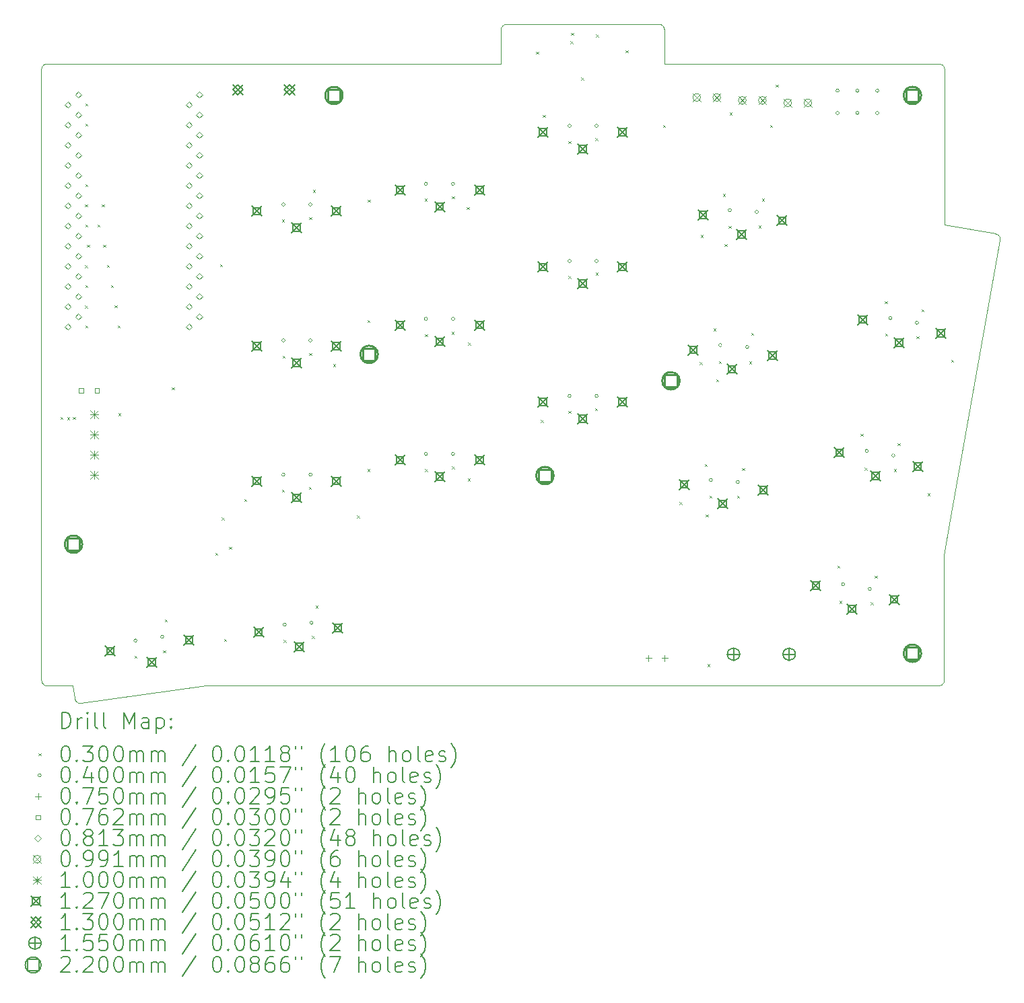
<source format=gbr>
%TF.GenerationSoftware,KiCad,Pcbnew,7.0.5*%
%TF.CreationDate,2023-06-08T22:58:11+10:00*%
%TF.ProjectId,Klotz,4b6c6f74-7a2e-46b6-9963-61645f706362,0.2*%
%TF.SameCoordinates,Original*%
%TF.FileFunction,Drillmap*%
%TF.FilePolarity,Positive*%
%FSLAX45Y45*%
G04 Gerber Fmt 4.5, Leading zero omitted, Abs format (unit mm)*
G04 Created by KiCad (PCBNEW 7.0.5) date 2023-06-08 22:58:11*
%MOMM*%
%LPD*%
G01*
G04 APERTURE LIST*
%ADD10C,0.050000*%
%ADD11C,0.200000*%
%ADD12C,0.030000*%
%ADD13C,0.040000*%
%ADD14C,0.075000*%
%ADD15C,0.076200*%
%ADD16C,0.081280*%
%ADD17C,0.099060*%
%ADD18C,0.100000*%
%ADD19C,0.127000*%
%ADD20C,0.130000*%
%ADD21C,0.155000*%
%ADD22C,0.220000*%
G04 APERTURE END LIST*
D10*
X19840146Y-7381083D02*
X19840146Y-5425813D01*
X20483083Y-7494854D02*
X20483083Y-7494854D01*
X20483083Y-7494854D02*
X20483083Y-7494854D01*
X8555667Y-13180750D02*
X8881104Y-13180750D01*
X10555917Y-13180750D02*
X19766063Y-13180750D01*
X8555667Y-5354375D02*
X8548324Y-5354741D01*
X8541202Y-5355817D01*
X8534337Y-5357567D01*
X8527761Y-5359956D01*
X8521512Y-5362950D01*
X8515623Y-5366514D01*
X8510129Y-5370612D01*
X8505065Y-5375211D01*
X8500467Y-5380275D01*
X8496368Y-5385768D01*
X8492804Y-5391658D01*
X8489810Y-5397907D01*
X8487421Y-5404482D01*
X8485671Y-5411348D01*
X8484595Y-5418470D01*
X8484229Y-5425813D01*
X8979000Y-13403000D02*
X10555917Y-13180750D01*
X8484229Y-13109312D02*
X8484595Y-13116655D01*
X8485671Y-13123777D01*
X8487421Y-13130642D01*
X8489810Y-13137218D01*
X8492804Y-13143467D01*
X8496368Y-13149356D01*
X8500467Y-13154850D01*
X8505065Y-13159914D01*
X8510129Y-13164513D01*
X8515623Y-13168611D01*
X8521512Y-13172175D01*
X8527761Y-13175169D01*
X8534337Y-13177558D01*
X8541202Y-13179308D01*
X8548324Y-13180384D01*
X8555667Y-13180750D01*
X20536000Y-7576875D02*
X20537586Y-7569472D01*
X20538393Y-7562173D01*
X20538448Y-7555022D01*
X20537778Y-7548060D01*
X20536410Y-7541331D01*
X20534372Y-7534877D01*
X20531691Y-7528742D01*
X20528393Y-7522966D01*
X20524506Y-7517594D01*
X20520058Y-7512667D01*
X20515074Y-7508229D01*
X20509583Y-7504321D01*
X20503611Y-7500987D01*
X20497186Y-7498270D01*
X20490334Y-7496211D01*
X20483083Y-7494854D01*
X14262729Y-5354375D02*
X8555667Y-5354375D01*
X19837500Y-11535042D02*
X19914229Y-11101125D01*
X19837500Y-13109312D02*
X19837500Y-11535042D01*
X8484229Y-5425813D02*
X8484229Y-13109312D01*
X14334167Y-4856958D02*
X14326824Y-4857325D01*
X14319702Y-4858400D01*
X14312837Y-4860150D01*
X14306261Y-4862539D01*
X14300012Y-4865533D01*
X14294123Y-4869097D01*
X14288629Y-4873196D01*
X14283565Y-4877794D01*
X14278966Y-4882858D01*
X14274868Y-4888352D01*
X14271304Y-4894241D01*
X14268310Y-4900491D01*
X14265921Y-4907066D01*
X14264171Y-4913932D01*
X14263095Y-4921053D01*
X14262729Y-4928396D01*
X8902271Y-13342146D02*
X8904063Y-13349399D01*
X8906436Y-13356264D01*
X8909352Y-13362726D01*
X8912771Y-13368769D01*
X8916656Y-13374379D01*
X8920967Y-13379539D01*
X8925666Y-13384234D01*
X8930714Y-13388448D01*
X8936071Y-13392166D01*
X8941700Y-13395373D01*
X8947561Y-13398052D01*
X8953617Y-13400189D01*
X8959827Y-13401767D01*
X8966153Y-13402773D01*
X8972557Y-13403189D01*
X8979000Y-13403000D01*
X19766063Y-13180750D02*
X19773405Y-13180384D01*
X19780527Y-13179308D01*
X19787393Y-13177558D01*
X19793968Y-13175169D01*
X19800217Y-13172175D01*
X19806107Y-13168611D01*
X19811600Y-13164513D01*
X19816664Y-13159914D01*
X19821263Y-13154850D01*
X19825361Y-13149356D01*
X19828925Y-13143467D01*
X19831919Y-13137218D01*
X19834308Y-13130642D01*
X19836058Y-13123777D01*
X19837134Y-13116655D01*
X19837500Y-13109312D01*
X14262729Y-4928396D02*
X14262729Y-5354375D01*
X8881104Y-13180750D02*
X8902271Y-13342146D01*
X19914229Y-11101125D02*
X20536000Y-7576875D01*
X16318542Y-5354375D02*
X16318542Y-4928396D01*
X16247104Y-4856958D02*
X14334167Y-4856958D01*
X16318542Y-4928396D02*
X16318175Y-4921053D01*
X16317100Y-4913932D01*
X16315350Y-4907066D01*
X16312961Y-4900491D01*
X16309967Y-4894241D01*
X16306403Y-4888352D01*
X16302304Y-4882858D01*
X16297706Y-4877794D01*
X16292642Y-4873196D01*
X16287148Y-4869097D01*
X16281259Y-4865533D01*
X16275009Y-4862539D01*
X16268434Y-4860150D01*
X16261568Y-4858400D01*
X16254447Y-4857325D01*
X16247104Y-4856958D01*
X20483083Y-7494854D02*
X19840146Y-7381083D01*
X19768708Y-5354375D02*
X16318542Y-5354375D01*
X19840146Y-5425813D02*
X19839780Y-5418470D01*
X19838704Y-5411348D01*
X19836954Y-5404482D01*
X19834565Y-5397907D01*
X19831571Y-5391658D01*
X19828007Y-5385768D01*
X19823908Y-5380275D01*
X19819310Y-5375211D01*
X19814246Y-5370612D01*
X19808752Y-5366514D01*
X19802863Y-5362950D01*
X19796614Y-5359956D01*
X19790038Y-5357567D01*
X19783173Y-5355817D01*
X19776051Y-5354741D01*
X19768708Y-5354375D01*
D11*
D12*
X8725000Y-9802500D02*
X8755000Y-9832500D01*
X8755000Y-9802500D02*
X8725000Y-9832500D01*
X8807500Y-9804500D02*
X8837500Y-9834500D01*
X8837500Y-9804500D02*
X8807500Y-9834500D01*
X8882500Y-9802500D02*
X8912500Y-9832500D01*
X8912500Y-9802500D02*
X8882500Y-9832500D01*
X9032111Y-8399611D02*
X9062111Y-8429611D01*
X9062111Y-8399611D02*
X9032111Y-8429611D01*
X9033111Y-7890611D02*
X9063111Y-7920611D01*
X9063111Y-7890611D02*
X9033111Y-7920611D01*
X9035861Y-7125861D02*
X9065861Y-7155861D01*
X9065861Y-7125861D02*
X9035861Y-7155861D01*
X9036361Y-6871361D02*
X9066361Y-6901361D01*
X9066361Y-6871361D02*
X9036361Y-6901361D01*
X9036361Y-8141361D02*
X9066361Y-8171361D01*
X9066361Y-8141361D02*
X9036361Y-8171361D01*
X9036611Y-7379111D02*
X9066611Y-7409111D01*
X9066611Y-7379111D02*
X9036611Y-7409111D01*
X9036611Y-8649111D02*
X9066611Y-8679111D01*
X9066611Y-8649111D02*
X9036611Y-8679111D01*
X9037088Y-5857088D02*
X9067088Y-5887088D01*
X9067088Y-5857088D02*
X9037088Y-5887088D01*
X9037861Y-6107861D02*
X9067861Y-6137861D01*
X9067861Y-6107861D02*
X9037861Y-6137861D01*
X9060838Y-7633338D02*
X9090838Y-7663338D01*
X9090838Y-7633338D02*
X9060838Y-7663338D01*
X9190000Y-7380000D02*
X9220000Y-7410000D01*
X9220000Y-7380000D02*
X9190000Y-7410000D01*
X9244000Y-7126000D02*
X9274000Y-7156000D01*
X9274000Y-7126000D02*
X9244000Y-7156000D01*
X9262354Y-7634000D02*
X9292354Y-7664000D01*
X9292354Y-7634000D02*
X9262354Y-7664000D01*
X9310500Y-7888000D02*
X9340500Y-7918000D01*
X9340500Y-7888000D02*
X9310500Y-7918000D01*
X9358000Y-8142000D02*
X9388000Y-8172000D01*
X9388000Y-8142000D02*
X9358000Y-8172000D01*
X9406000Y-8396000D02*
X9436000Y-8426000D01*
X9436000Y-8396000D02*
X9406000Y-8426000D01*
X9445000Y-8650000D02*
X9475000Y-8680000D01*
X9475000Y-8650000D02*
X9445000Y-8680000D01*
X9452500Y-9755000D02*
X9482500Y-9785000D01*
X9482500Y-9755000D02*
X9452500Y-9785000D01*
X9657000Y-12806542D02*
X9687000Y-12836542D01*
X9687000Y-12806542D02*
X9657000Y-12836542D01*
X10017500Y-12740000D02*
X10047500Y-12770000D01*
X10047500Y-12740000D02*
X10017500Y-12770000D01*
X10037500Y-12350000D02*
X10067500Y-12380000D01*
X10067500Y-12350000D02*
X10037500Y-12380000D01*
X10125000Y-9430000D02*
X10155000Y-9460000D01*
X10155000Y-9430000D02*
X10125000Y-9460000D01*
X10673498Y-11510000D02*
X10703498Y-11540000D01*
X10703498Y-11510000D02*
X10673498Y-11540000D01*
X10730000Y-7880000D02*
X10760000Y-7910000D01*
X10760000Y-7880000D02*
X10730000Y-7910000D01*
X10752500Y-11067500D02*
X10782500Y-11097500D01*
X10782500Y-11067500D02*
X10752500Y-11097500D01*
X10782500Y-12595000D02*
X10812500Y-12625000D01*
X10812500Y-12595000D02*
X10782500Y-12625000D01*
X10847500Y-11435000D02*
X10877500Y-11465000D01*
X10877500Y-11435000D02*
X10847500Y-11465000D01*
X11037500Y-10835000D02*
X11067500Y-10865000D01*
X11067500Y-10835000D02*
X11037500Y-10865000D01*
X11511000Y-7317450D02*
X11541000Y-7347450D01*
X11541000Y-7317450D02*
X11511000Y-7347450D01*
X11512000Y-10715450D02*
X11542000Y-10745450D01*
X11542000Y-10715450D02*
X11512000Y-10745450D01*
X11518000Y-9028450D02*
X11548000Y-9058450D01*
X11548000Y-9028450D02*
X11518000Y-9058450D01*
X11532000Y-12605450D02*
X11562000Y-12635450D01*
X11562000Y-12605450D02*
X11532000Y-12635450D01*
X11847500Y-10682500D02*
X11877500Y-10712500D01*
X11877500Y-10682500D02*
X11847500Y-10712500D01*
X11852500Y-7287500D02*
X11882500Y-7317500D01*
X11882500Y-7287500D02*
X11852500Y-7317500D01*
X11852500Y-8995000D02*
X11882500Y-9025000D01*
X11882500Y-8995000D02*
X11852500Y-9025000D01*
X11885000Y-12557500D02*
X11915000Y-12587500D01*
X11915000Y-12557500D02*
X11885000Y-12587500D01*
X11900000Y-6945000D02*
X11930000Y-6975000D01*
X11930000Y-6945000D02*
X11900000Y-6975000D01*
X11935000Y-12177500D02*
X11965000Y-12207500D01*
X11965000Y-12177500D02*
X11935000Y-12207500D01*
X12155000Y-9135000D02*
X12185000Y-9165000D01*
X12185000Y-9135000D02*
X12155000Y-9165000D01*
X12455459Y-11039954D02*
X12485459Y-11069954D01*
X12485459Y-11039954D02*
X12455459Y-11069954D01*
X12585000Y-8580000D02*
X12615000Y-8610000D01*
X12615000Y-8580000D02*
X12585000Y-8610000D01*
X12585000Y-10455000D02*
X12615000Y-10485000D01*
X12615000Y-10455000D02*
X12585000Y-10485000D01*
X12587500Y-7067500D02*
X12617500Y-7097500D01*
X12617500Y-7067500D02*
X12587500Y-7097500D01*
X13306000Y-7051450D02*
X13336000Y-7081450D01*
X13336000Y-7051450D02*
X13306000Y-7081450D01*
X13309000Y-8760450D02*
X13339000Y-8790450D01*
X13339000Y-8760450D02*
X13309000Y-8790450D01*
X13311000Y-10455450D02*
X13341000Y-10485450D01*
X13341000Y-10455450D02*
X13311000Y-10485450D01*
X13645000Y-8727500D02*
X13675000Y-8757500D01*
X13675000Y-8727500D02*
X13645000Y-8757500D01*
X13647500Y-10422500D02*
X13677500Y-10452500D01*
X13677500Y-10422500D02*
X13647500Y-10452500D01*
X13650000Y-7022500D02*
X13680000Y-7052500D01*
X13680000Y-7022500D02*
X13650000Y-7052500D01*
X13835000Y-7160000D02*
X13865000Y-7190000D01*
X13865000Y-7160000D02*
X13835000Y-7190000D01*
X13847500Y-10577500D02*
X13877500Y-10607500D01*
X13877500Y-10577500D02*
X13847500Y-10607500D01*
X13852500Y-8865000D02*
X13882500Y-8895000D01*
X13882500Y-8865000D02*
X13852500Y-8895000D01*
X14705000Y-5202500D02*
X14735000Y-5232500D01*
X14735000Y-5202500D02*
X14705000Y-5232500D01*
X14765000Y-9837500D02*
X14795000Y-9867500D01*
X14795000Y-9837500D02*
X14765000Y-9867500D01*
X14792500Y-5997500D02*
X14822500Y-6027500D01*
X14822500Y-5997500D02*
X14792500Y-6027500D01*
X15112000Y-6330450D02*
X15142000Y-6360450D01*
X15142000Y-6330450D02*
X15112000Y-6360450D01*
X15112000Y-9725450D02*
X15142000Y-9755450D01*
X15142000Y-9725450D02*
X15112000Y-9755450D01*
X15114000Y-8027450D02*
X15144000Y-8057450D01*
X15144000Y-8027450D02*
X15114000Y-8057450D01*
X15140000Y-5072500D02*
X15170000Y-5102500D01*
X15170000Y-5072500D02*
X15140000Y-5102500D01*
X15147500Y-4965050D02*
X15177500Y-4995050D01*
X15177500Y-4965050D02*
X15147500Y-4995050D01*
X15275000Y-5530000D02*
X15305000Y-5560000D01*
X15305000Y-5530000D02*
X15275000Y-5560000D01*
X15447500Y-9692500D02*
X15477500Y-9722500D01*
X15477500Y-9692500D02*
X15447500Y-9722500D01*
X15450000Y-6290000D02*
X15480000Y-6320000D01*
X15480000Y-6290000D02*
X15450000Y-6320000D01*
X15455000Y-7985000D02*
X15485000Y-8015000D01*
X15485000Y-7985000D02*
X15455000Y-8015000D01*
X15460000Y-4986610D02*
X15490000Y-5016610D01*
X15490000Y-4986610D02*
X15460000Y-5016610D01*
X15832500Y-5185000D02*
X15862500Y-5215000D01*
X15862500Y-5185000D02*
X15832500Y-5215000D01*
X16302500Y-6127500D02*
X16332500Y-6157500D01*
X16332500Y-6127500D02*
X16302500Y-6157500D01*
X16510000Y-10870000D02*
X16540000Y-10900000D01*
X16540000Y-10870000D02*
X16510000Y-10900000D01*
X16765000Y-9110000D02*
X16795000Y-9140000D01*
X16795000Y-9110000D02*
X16765000Y-9140000D01*
X16775000Y-7510000D02*
X16805000Y-7540000D01*
X16805000Y-7510000D02*
X16775000Y-7540000D01*
X16827500Y-10392500D02*
X16857500Y-10422500D01*
X16857500Y-10392500D02*
X16827500Y-10422500D01*
X16840000Y-11027500D02*
X16870000Y-11057500D01*
X16870000Y-11027500D02*
X16840000Y-11057500D01*
X16860000Y-12910000D02*
X16890000Y-12940000D01*
X16890000Y-12910000D02*
X16860000Y-12940000D01*
X16888000Y-10791450D02*
X16918000Y-10821450D01*
X16918000Y-10791450D02*
X16888000Y-10821450D01*
X16937500Y-8687500D02*
X16967500Y-8717500D01*
X16967500Y-8687500D02*
X16937500Y-8717500D01*
X16970000Y-9325000D02*
X17000000Y-9355000D01*
X17000000Y-9325000D02*
X16970000Y-9355000D01*
X17006000Y-9099450D02*
X17036000Y-9129450D01*
X17036000Y-9099450D02*
X17006000Y-9129450D01*
X17055000Y-6992500D02*
X17085000Y-7022500D01*
X17085000Y-6992500D02*
X17055000Y-7022500D01*
X17075000Y-7625000D02*
X17105000Y-7655000D01*
X17105000Y-7625000D02*
X17075000Y-7655000D01*
X17126000Y-7396450D02*
X17156000Y-7426450D01*
X17156000Y-7396450D02*
X17126000Y-7426450D01*
X17140000Y-5967500D02*
X17170000Y-5997500D01*
X17170000Y-5967500D02*
X17140000Y-5997500D01*
X17232500Y-10790000D02*
X17262500Y-10820000D01*
X17262500Y-10790000D02*
X17232500Y-10820000D01*
X17297500Y-10442500D02*
X17327500Y-10472500D01*
X17327500Y-10442500D02*
X17297500Y-10472500D01*
X17387500Y-9102500D02*
X17417500Y-9132500D01*
X17417500Y-9102500D02*
X17387500Y-9132500D01*
X17412500Y-8742500D02*
X17442500Y-8772500D01*
X17442500Y-8742500D02*
X17412500Y-8772500D01*
X17505000Y-7390000D02*
X17535000Y-7420000D01*
X17535000Y-7390000D02*
X17505000Y-7420000D01*
X17545000Y-7055000D02*
X17575000Y-7085000D01*
X17575000Y-7055000D02*
X17545000Y-7085000D01*
X17650000Y-6125000D02*
X17680000Y-6155000D01*
X17680000Y-6125000D02*
X17650000Y-6155000D01*
X17722500Y-5617500D02*
X17752500Y-5647500D01*
X17752500Y-5617500D02*
X17722500Y-5647500D01*
X18495000Y-11672500D02*
X18525000Y-11702500D01*
X18525000Y-11672500D02*
X18495000Y-11702500D01*
X18520000Y-12117450D02*
X18550000Y-12147450D01*
X18550000Y-12117450D02*
X18520000Y-12147450D01*
X18787500Y-10012500D02*
X18817500Y-10042500D01*
X18817500Y-10012500D02*
X18787500Y-10042500D01*
X18840000Y-10440000D02*
X18870000Y-10470000D01*
X18870000Y-10440000D02*
X18840000Y-10470000D01*
X18912500Y-12132500D02*
X18942500Y-12162500D01*
X18942500Y-12132500D02*
X18912500Y-12162500D01*
X18965000Y-11800000D02*
X18995000Y-11830000D01*
X18995000Y-11800000D02*
X18965000Y-11830000D01*
X19092500Y-8342500D02*
X19122500Y-8372500D01*
X19122500Y-8342500D02*
X19092500Y-8372500D01*
X19095550Y-8750000D02*
X19125550Y-8780000D01*
X19125550Y-8750000D02*
X19095550Y-8780000D01*
X19205000Y-10455000D02*
X19235000Y-10485000D01*
X19235000Y-10455000D02*
X19205000Y-10485000D01*
X19255000Y-10130000D02*
X19285000Y-10160000D01*
X19285000Y-10130000D02*
X19255000Y-10160000D01*
X19490000Y-8785000D02*
X19520000Y-8815000D01*
X19520000Y-8785000D02*
X19490000Y-8815000D01*
X19555000Y-8445000D02*
X19585000Y-8475000D01*
X19585000Y-8445000D02*
X19555000Y-8475000D01*
X19630000Y-10762500D02*
X19660000Y-10792500D01*
X19660000Y-10762500D02*
X19630000Y-10792500D01*
X19925000Y-9080000D02*
X19955000Y-9110000D01*
X19955000Y-9080000D02*
X19925000Y-9110000D01*
D13*
X9688309Y-12615319D02*
G75*
G03*
X9688309Y-12615319I-20000J0D01*
G01*
X10025000Y-12568000D02*
G75*
G03*
X10025000Y-12568000I-20000J0D01*
G01*
X11549000Y-7127000D02*
G75*
G03*
X11549000Y-7127000I-20000J0D01*
G01*
X11549000Y-8837000D02*
G75*
G03*
X11549000Y-8837000I-20000J0D01*
G01*
X11549000Y-10527000D02*
G75*
G03*
X11549000Y-10527000I-20000J0D01*
G01*
X11563828Y-12415717D02*
G75*
G03*
X11563828Y-12415717I-20000J0D01*
G01*
X11889000Y-7127000D02*
G75*
G03*
X11889000Y-7127000I-20000J0D01*
G01*
X11889000Y-8837000D02*
G75*
G03*
X11889000Y-8837000I-20000J0D01*
G01*
X11889000Y-10527000D02*
G75*
G03*
X11889000Y-10527000I-20000J0D01*
G01*
X11903000Y-12392000D02*
G75*
G03*
X11903000Y-12392000I-20000J0D01*
G01*
X13342000Y-6867000D02*
G75*
G03*
X13342000Y-6867000I-20000J0D01*
G01*
X13342000Y-8567000D02*
G75*
G03*
X13342000Y-8567000I-20000J0D01*
G01*
X13342000Y-10267000D02*
G75*
G03*
X13342000Y-10267000I-20000J0D01*
G01*
X13682000Y-6867000D02*
G75*
G03*
X13682000Y-6867000I-20000J0D01*
G01*
X13682000Y-8567000D02*
G75*
G03*
X13682000Y-8567000I-20000J0D01*
G01*
X13682000Y-10267000D02*
G75*
G03*
X13682000Y-10267000I-20000J0D01*
G01*
X15147000Y-6138000D02*
G75*
G03*
X15147000Y-6138000I-20000J0D01*
G01*
X15147000Y-7838000D02*
G75*
G03*
X15147000Y-7838000I-20000J0D01*
G01*
X15147000Y-9538000D02*
G75*
G03*
X15147000Y-9538000I-20000J0D01*
G01*
X15487000Y-6138000D02*
G75*
G03*
X15487000Y-6138000I-20000J0D01*
G01*
X15487000Y-7838000D02*
G75*
G03*
X15487000Y-7838000I-20000J0D01*
G01*
X15487000Y-9538000D02*
G75*
G03*
X15487000Y-9538000I-20000J0D01*
G01*
X16923242Y-10595424D02*
G75*
G03*
X16923242Y-10595424I-20000J0D01*
G01*
X17042828Y-8897283D02*
G75*
G03*
X17042828Y-8897283I-20000J0D01*
G01*
X17162828Y-7197283D02*
G75*
G03*
X17162828Y-7197283I-20000J0D01*
G01*
X17262414Y-10619141D02*
G75*
G03*
X17262414Y-10619141I-20000J0D01*
G01*
X17382000Y-8921000D02*
G75*
G03*
X17382000Y-8921000I-20000J0D01*
G01*
X17502000Y-7221000D02*
G75*
G03*
X17502000Y-7221000I-20000J0D01*
G01*
X18517500Y-5695000D02*
G75*
G03*
X18517500Y-5695000I-20000J0D01*
G01*
X18517500Y-5975000D02*
G75*
G03*
X18517500Y-5975000I-20000J0D01*
G01*
X18588583Y-11906480D02*
G75*
G03*
X18588583Y-11906480I-20000J0D01*
G01*
X18767500Y-5695000D02*
G75*
G03*
X18767500Y-5695000I-20000J0D01*
G01*
X18767500Y-5975000D02*
G75*
G03*
X18767500Y-5975000I-20000J0D01*
G01*
X18883748Y-10227439D02*
G75*
G03*
X18883748Y-10227439I-20000J0D01*
G01*
X18923417Y-11965520D02*
G75*
G03*
X18923417Y-11965520I-20000J0D01*
G01*
X19017500Y-5695000D02*
G75*
G03*
X19017500Y-5695000I-20000J0D01*
G01*
X19017500Y-5975000D02*
G75*
G03*
X19017500Y-5975000I-20000J0D01*
G01*
X19181165Y-8556960D02*
G75*
G03*
X19181165Y-8556960I-20000J0D01*
G01*
X19218583Y-10286480D02*
G75*
G03*
X19218583Y-10286480I-20000J0D01*
G01*
X19516000Y-8616000D02*
G75*
G03*
X19516000Y-8616000I-20000J0D01*
G01*
D14*
X16122500Y-12797500D02*
X16122500Y-12872500D01*
X16085000Y-12835000D02*
X16160000Y-12835000D01*
X16322500Y-12797500D02*
X16322500Y-12872500D01*
X16285000Y-12835000D02*
X16360000Y-12835000D01*
D15*
X9011941Y-9496941D02*
X9011941Y-9443059D01*
X8958059Y-9443059D01*
X8958059Y-9496941D01*
X9011941Y-9496941D01*
X9211941Y-9496941D02*
X9211941Y-9443059D01*
X9158059Y-9443059D01*
X9158059Y-9496941D01*
X9211941Y-9496941D01*
D16*
X8817250Y-5911640D02*
X8857890Y-5871000D01*
X8817250Y-5830360D01*
X8776610Y-5871000D01*
X8817250Y-5911640D01*
X8817250Y-6165640D02*
X8857890Y-6125000D01*
X8817250Y-6084360D01*
X8776610Y-6125000D01*
X8817250Y-6165640D01*
X8817250Y-6419640D02*
X8857890Y-6379000D01*
X8817250Y-6338360D01*
X8776610Y-6379000D01*
X8817250Y-6419640D01*
X8817250Y-6673640D02*
X8857890Y-6633000D01*
X8817250Y-6592360D01*
X8776610Y-6633000D01*
X8817250Y-6673640D01*
X8817250Y-6927640D02*
X8857890Y-6887000D01*
X8817250Y-6846360D01*
X8776610Y-6887000D01*
X8817250Y-6927640D01*
X8817250Y-7181640D02*
X8857890Y-7141000D01*
X8817250Y-7100360D01*
X8776610Y-7141000D01*
X8817250Y-7181640D01*
X8817250Y-7435640D02*
X8857890Y-7395000D01*
X8817250Y-7354360D01*
X8776610Y-7395000D01*
X8817250Y-7435640D01*
X8817250Y-7689640D02*
X8857890Y-7649000D01*
X8817250Y-7608360D01*
X8776610Y-7649000D01*
X8817250Y-7689640D01*
X8817250Y-7943640D02*
X8857890Y-7903000D01*
X8817250Y-7862360D01*
X8776610Y-7903000D01*
X8817250Y-7943640D01*
X8817250Y-8197640D02*
X8857890Y-8157000D01*
X8817250Y-8116360D01*
X8776610Y-8157000D01*
X8817250Y-8197640D01*
X8817250Y-8451640D02*
X8857890Y-8411000D01*
X8817250Y-8370360D01*
X8776610Y-8411000D01*
X8817250Y-8451640D01*
X8817250Y-8705640D02*
X8857890Y-8665000D01*
X8817250Y-8624360D01*
X8776610Y-8665000D01*
X8817250Y-8705640D01*
X8949890Y-5784640D02*
X8990530Y-5744000D01*
X8949890Y-5703360D01*
X8909250Y-5744000D01*
X8949890Y-5784640D01*
X8949890Y-6038640D02*
X8990530Y-5998000D01*
X8949890Y-5957360D01*
X8909250Y-5998000D01*
X8949890Y-6038640D01*
X8949890Y-6292640D02*
X8990530Y-6252000D01*
X8949890Y-6211360D01*
X8909250Y-6252000D01*
X8949890Y-6292640D01*
X8949890Y-6546640D02*
X8990530Y-6506000D01*
X8949890Y-6465360D01*
X8909250Y-6506000D01*
X8949890Y-6546640D01*
X8949890Y-6800640D02*
X8990530Y-6760000D01*
X8949890Y-6719360D01*
X8909250Y-6760000D01*
X8949890Y-6800640D01*
X8949890Y-7054640D02*
X8990530Y-7014000D01*
X8949890Y-6973360D01*
X8909250Y-7014000D01*
X8949890Y-7054640D01*
X8949890Y-7308640D02*
X8990530Y-7268000D01*
X8949890Y-7227360D01*
X8909250Y-7268000D01*
X8949890Y-7308640D01*
X8949890Y-7562640D02*
X8990530Y-7522000D01*
X8949890Y-7481360D01*
X8909250Y-7522000D01*
X8949890Y-7562640D01*
X8949890Y-7816640D02*
X8990530Y-7776000D01*
X8949890Y-7735360D01*
X8909250Y-7776000D01*
X8949890Y-7816640D01*
X8949890Y-8070640D02*
X8990530Y-8030000D01*
X8949890Y-7989360D01*
X8909250Y-8030000D01*
X8949890Y-8070640D01*
X8949890Y-8324640D02*
X8990530Y-8284000D01*
X8949890Y-8243360D01*
X8909250Y-8284000D01*
X8949890Y-8324640D01*
X8949890Y-8578640D02*
X8990530Y-8538000D01*
X8949890Y-8497360D01*
X8909250Y-8538000D01*
X8949890Y-8578640D01*
X10341250Y-5911640D02*
X10381890Y-5871000D01*
X10341250Y-5830360D01*
X10300610Y-5871000D01*
X10341250Y-5911640D01*
X10341250Y-6165640D02*
X10381890Y-6125000D01*
X10341250Y-6084360D01*
X10300610Y-6125000D01*
X10341250Y-6165640D01*
X10341250Y-6419640D02*
X10381890Y-6379000D01*
X10341250Y-6338360D01*
X10300610Y-6379000D01*
X10341250Y-6419640D01*
X10341250Y-6673640D02*
X10381890Y-6633000D01*
X10341250Y-6592360D01*
X10300610Y-6633000D01*
X10341250Y-6673640D01*
X10341250Y-6927640D02*
X10381890Y-6887000D01*
X10341250Y-6846360D01*
X10300610Y-6887000D01*
X10341250Y-6927640D01*
X10341250Y-7181640D02*
X10381890Y-7141000D01*
X10341250Y-7100360D01*
X10300610Y-7141000D01*
X10341250Y-7181640D01*
X10341250Y-7435640D02*
X10381890Y-7395000D01*
X10341250Y-7354360D01*
X10300610Y-7395000D01*
X10341250Y-7435640D01*
X10341250Y-7689640D02*
X10381890Y-7649000D01*
X10341250Y-7608360D01*
X10300610Y-7649000D01*
X10341250Y-7689640D01*
X10341250Y-7943640D02*
X10381890Y-7903000D01*
X10341250Y-7862360D01*
X10300610Y-7903000D01*
X10341250Y-7943640D01*
X10341250Y-8197640D02*
X10381890Y-8157000D01*
X10341250Y-8116360D01*
X10300610Y-8157000D01*
X10341250Y-8197640D01*
X10341250Y-8451640D02*
X10381890Y-8411000D01*
X10341250Y-8370360D01*
X10300610Y-8411000D01*
X10341250Y-8451640D01*
X10341250Y-8705640D02*
X10381890Y-8665000D01*
X10341250Y-8624360D01*
X10300610Y-8665000D01*
X10341250Y-8705640D01*
X10471890Y-5784640D02*
X10512530Y-5744000D01*
X10471890Y-5703360D01*
X10431250Y-5744000D01*
X10471890Y-5784640D01*
X10471890Y-6038640D02*
X10512530Y-5998000D01*
X10471890Y-5957360D01*
X10431250Y-5998000D01*
X10471890Y-6038640D01*
X10471890Y-6292640D02*
X10512530Y-6252000D01*
X10471890Y-6211360D01*
X10431250Y-6252000D01*
X10471890Y-6292640D01*
X10471890Y-6546640D02*
X10512530Y-6506000D01*
X10471890Y-6465360D01*
X10431250Y-6506000D01*
X10471890Y-6546640D01*
X10471890Y-6800640D02*
X10512530Y-6760000D01*
X10471890Y-6719360D01*
X10431250Y-6760000D01*
X10471890Y-6800640D01*
X10471890Y-7054640D02*
X10512530Y-7014000D01*
X10471890Y-6973360D01*
X10431250Y-7014000D01*
X10471890Y-7054640D01*
X10471890Y-7308640D02*
X10512530Y-7268000D01*
X10471890Y-7227360D01*
X10431250Y-7268000D01*
X10471890Y-7308640D01*
X10471890Y-7562640D02*
X10512530Y-7522000D01*
X10471890Y-7481360D01*
X10431250Y-7522000D01*
X10471890Y-7562640D01*
X10471890Y-7816640D02*
X10512530Y-7776000D01*
X10471890Y-7735360D01*
X10431250Y-7776000D01*
X10471890Y-7816640D01*
X10471890Y-8070640D02*
X10512530Y-8030000D01*
X10471890Y-7989360D01*
X10431250Y-8030000D01*
X10471890Y-8070640D01*
X10471890Y-8324640D02*
X10512530Y-8284000D01*
X10471890Y-8243360D01*
X10431250Y-8284000D01*
X10471890Y-8324640D01*
X10471890Y-8578640D02*
X10512530Y-8538000D01*
X10471890Y-8497360D01*
X10431250Y-8538000D01*
X10471890Y-8578640D01*
D17*
X16676595Y-5730535D02*
X16775655Y-5829595D01*
X16775655Y-5730535D02*
X16676595Y-5829595D01*
X16775655Y-5780065D02*
G75*
G03*
X16775655Y-5780065I-49530J0D01*
G01*
X16928995Y-5730535D02*
X17028055Y-5829595D01*
X17028055Y-5730535D02*
X16928995Y-5829595D01*
X17028055Y-5780065D02*
G75*
G03*
X17028055Y-5780065I-49530J0D01*
G01*
X17250920Y-5767342D02*
X17349980Y-5866402D01*
X17349980Y-5767342D02*
X17250920Y-5866402D01*
X17349980Y-5816872D02*
G75*
G03*
X17349980Y-5816872I-49530J0D01*
G01*
X17503320Y-5767342D02*
X17602380Y-5866402D01*
X17602380Y-5767342D02*
X17503320Y-5866402D01*
X17602380Y-5816872D02*
G75*
G03*
X17602380Y-5816872I-49530J0D01*
G01*
X17822372Y-5798349D02*
X17921432Y-5897409D01*
X17921432Y-5798349D02*
X17822372Y-5897409D01*
X17921432Y-5847879D02*
G75*
G03*
X17921432Y-5847879I-49530J0D01*
G01*
X18074772Y-5798349D02*
X18173832Y-5897409D01*
X18173832Y-5798349D02*
X18074772Y-5897409D01*
X18173832Y-5847879D02*
G75*
G03*
X18173832Y-5847879I-49530J0D01*
G01*
D18*
X9100000Y-9720000D02*
X9200000Y-9820000D01*
X9200000Y-9720000D02*
X9100000Y-9820000D01*
X9150000Y-9720000D02*
X9150000Y-9820000D01*
X9100000Y-9770000D02*
X9200000Y-9770000D01*
X9100000Y-9974000D02*
X9200000Y-10074000D01*
X9200000Y-9974000D02*
X9100000Y-10074000D01*
X9150000Y-9974000D02*
X9150000Y-10074000D01*
X9100000Y-10024000D02*
X9200000Y-10024000D01*
X9100000Y-10228000D02*
X9200000Y-10328000D01*
X9200000Y-10228000D02*
X9100000Y-10328000D01*
X9150000Y-10228000D02*
X9150000Y-10328000D01*
X9100000Y-10278000D02*
X9200000Y-10278000D01*
X9100000Y-10482000D02*
X9200000Y-10582000D01*
X9200000Y-10482000D02*
X9100000Y-10582000D01*
X9150000Y-10482000D02*
X9150000Y-10582000D01*
X9100000Y-10532000D02*
X9200000Y-10532000D01*
D19*
X9288699Y-12685592D02*
X9415699Y-12812592D01*
X9415699Y-12685592D02*
X9288699Y-12812592D01*
X9397100Y-12793994D02*
X9397100Y-12704190D01*
X9307297Y-12704190D01*
X9307297Y-12793994D01*
X9397100Y-12793994D01*
X9813059Y-12823962D02*
X9940059Y-12950962D01*
X9940059Y-12823962D02*
X9813059Y-12950962D01*
X9921461Y-12932363D02*
X9921461Y-12842560D01*
X9831657Y-12842560D01*
X9831657Y-12932363D01*
X9921461Y-12932363D01*
X10278967Y-12546419D02*
X10405967Y-12673419D01*
X10405967Y-12546419D02*
X10278967Y-12673419D01*
X10387368Y-12654820D02*
X10387368Y-12565017D01*
X10297565Y-12565017D01*
X10297565Y-12654820D01*
X10387368Y-12654820D01*
X11132500Y-7147887D02*
X11259500Y-7274887D01*
X11259500Y-7147887D02*
X11132500Y-7274887D01*
X11240902Y-7256289D02*
X11240902Y-7166485D01*
X11151098Y-7166485D01*
X11151098Y-7256289D01*
X11240902Y-7256289D01*
X11132500Y-8848348D02*
X11259500Y-8975348D01*
X11259500Y-8848348D02*
X11132500Y-8975348D01*
X11240902Y-8956750D02*
X11240902Y-8866947D01*
X11151098Y-8866947D01*
X11151098Y-8956750D01*
X11240902Y-8956750D01*
X11132500Y-10545281D02*
X11259500Y-10672281D01*
X11259500Y-10545281D02*
X11132500Y-10672281D01*
X11240902Y-10653683D02*
X11240902Y-10563880D01*
X11151098Y-10563880D01*
X11151098Y-10653683D01*
X11240902Y-10653683D01*
X11153073Y-12447787D02*
X11280073Y-12574787D01*
X11280073Y-12447787D02*
X11153073Y-12574787D01*
X11261475Y-12556188D02*
X11261475Y-12466385D01*
X11171671Y-12466385D01*
X11171671Y-12556188D01*
X11261475Y-12556188D01*
X11632500Y-7357887D02*
X11759500Y-7484887D01*
X11759500Y-7357887D02*
X11632500Y-7484887D01*
X11740902Y-7466289D02*
X11740902Y-7376485D01*
X11651098Y-7376485D01*
X11651098Y-7466289D01*
X11740902Y-7466289D01*
X11632500Y-9058348D02*
X11759500Y-9185348D01*
X11759500Y-9058348D02*
X11632500Y-9185348D01*
X11740902Y-9166750D02*
X11740902Y-9076947D01*
X11651098Y-9076947D01*
X11651098Y-9166750D01*
X11740902Y-9166750D01*
X11632500Y-10755281D02*
X11759500Y-10882281D01*
X11759500Y-10755281D02*
X11632500Y-10882281D01*
X11740902Y-10863683D02*
X11740902Y-10773880D01*
X11651098Y-10773880D01*
X11651098Y-10863683D01*
X11740902Y-10863683D01*
X11663378Y-12631331D02*
X11790378Y-12758331D01*
X11790378Y-12631331D02*
X11663378Y-12758331D01*
X11771780Y-12739733D02*
X11771780Y-12649929D01*
X11681976Y-12649929D01*
X11681976Y-12739733D01*
X11771780Y-12739733D01*
X12132500Y-7147887D02*
X12259500Y-7274887D01*
X12259500Y-7147887D02*
X12132500Y-7274887D01*
X12240902Y-7256289D02*
X12240902Y-7166485D01*
X12151098Y-7166485D01*
X12151098Y-7256289D01*
X12240902Y-7256289D01*
X12132500Y-8848348D02*
X12259500Y-8975348D01*
X12259500Y-8848348D02*
X12132500Y-8975348D01*
X12240902Y-8956750D02*
X12240902Y-8866947D01*
X12151098Y-8866947D01*
X12151098Y-8956750D01*
X12240902Y-8956750D01*
X12132500Y-10545281D02*
X12259500Y-10672281D01*
X12259500Y-10545281D02*
X12132500Y-10672281D01*
X12240902Y-10653683D02*
X12240902Y-10563880D01*
X12151098Y-10563880D01*
X12151098Y-10653683D01*
X12240902Y-10653683D01*
X12151702Y-12395451D02*
X12278702Y-12522451D01*
X12278702Y-12395451D02*
X12151702Y-12522451D01*
X12260104Y-12503852D02*
X12260104Y-12414049D01*
X12170301Y-12414049D01*
X12170301Y-12503852D01*
X12260104Y-12503852D01*
X12931743Y-6879765D02*
X13058743Y-7006765D01*
X13058743Y-6879765D02*
X12931743Y-7006765D01*
X13040145Y-6988166D02*
X13040145Y-6898363D01*
X12950341Y-6898363D01*
X12950341Y-6988166D01*
X13040145Y-6988166D01*
X12931743Y-8580226D02*
X13058743Y-8707226D01*
X13058743Y-8580226D02*
X12931743Y-8707226D01*
X13040145Y-8688628D02*
X13040145Y-8598824D01*
X12950341Y-8598824D01*
X12950341Y-8688628D01*
X13040145Y-8688628D01*
X12931743Y-10280687D02*
X13058743Y-10407687D01*
X13058743Y-10280687D02*
X12931743Y-10407687D01*
X13040145Y-10389088D02*
X13040145Y-10299285D01*
X12950341Y-10299285D01*
X12950341Y-10389088D01*
X13040145Y-10389088D01*
X13431743Y-7089765D02*
X13558743Y-7216765D01*
X13558743Y-7089765D02*
X13431743Y-7216765D01*
X13540145Y-7198166D02*
X13540145Y-7108363D01*
X13450341Y-7108363D01*
X13450341Y-7198166D01*
X13540145Y-7198166D01*
X13431743Y-8790226D02*
X13558743Y-8917226D01*
X13558743Y-8790226D02*
X13431743Y-8917226D01*
X13540145Y-8898628D02*
X13540145Y-8808824D01*
X13450341Y-8808824D01*
X13450341Y-8898628D01*
X13540145Y-8898628D01*
X13431743Y-10490687D02*
X13558743Y-10617687D01*
X13558743Y-10490687D02*
X13431743Y-10617687D01*
X13540145Y-10599088D02*
X13540145Y-10509285D01*
X13450341Y-10509285D01*
X13450341Y-10599088D01*
X13540145Y-10599088D01*
X13931743Y-6879765D02*
X14058743Y-7006765D01*
X14058743Y-6879765D02*
X13931743Y-7006765D01*
X14040145Y-6988166D02*
X14040145Y-6898363D01*
X13950341Y-6898363D01*
X13950341Y-6988166D01*
X14040145Y-6988166D01*
X13931743Y-8580226D02*
X14058743Y-8707226D01*
X14058743Y-8580226D02*
X13931743Y-8707226D01*
X14040145Y-8688628D02*
X14040145Y-8598824D01*
X13950341Y-8598824D01*
X13950341Y-8688628D01*
X14040145Y-8688628D01*
X13931743Y-10280687D02*
X14058743Y-10407687D01*
X14058743Y-10280687D02*
X13931743Y-10407687D01*
X14040145Y-10389088D02*
X14040145Y-10299285D01*
X13950341Y-10299285D01*
X13950341Y-10389088D01*
X14040145Y-10389088D01*
X14730986Y-6153012D02*
X14857986Y-6280012D01*
X14857986Y-6153012D02*
X14730986Y-6280012D01*
X14839388Y-6261413D02*
X14839388Y-6171610D01*
X14749584Y-6171610D01*
X14749584Y-6261413D01*
X14839388Y-6261413D01*
X14730986Y-7849945D02*
X14857986Y-7976945D01*
X14857986Y-7849945D02*
X14730986Y-7976945D01*
X14839388Y-7958346D02*
X14839388Y-7868543D01*
X14749584Y-7868543D01*
X14749584Y-7958346D01*
X14839388Y-7958346D01*
X14730986Y-9550406D02*
X14857986Y-9677406D01*
X14857986Y-9550406D02*
X14730986Y-9677406D01*
X14839388Y-9658808D02*
X14839388Y-9569004D01*
X14749584Y-9569004D01*
X14749584Y-9658808D01*
X14839388Y-9658808D01*
X15230986Y-6363012D02*
X15357986Y-6490012D01*
X15357986Y-6363012D02*
X15230986Y-6490012D01*
X15339388Y-6471413D02*
X15339388Y-6381610D01*
X15249584Y-6381610D01*
X15249584Y-6471413D01*
X15339388Y-6471413D01*
X15230986Y-8059945D02*
X15357986Y-8186945D01*
X15357986Y-8059945D02*
X15230986Y-8186945D01*
X15339388Y-8168346D02*
X15339388Y-8078543D01*
X15249584Y-8078543D01*
X15249584Y-8168346D01*
X15339388Y-8168346D01*
X15230986Y-9760406D02*
X15357986Y-9887406D01*
X15357986Y-9760406D02*
X15230986Y-9887406D01*
X15339388Y-9868808D02*
X15339388Y-9779004D01*
X15249584Y-9779004D01*
X15249584Y-9868808D01*
X15339388Y-9868808D01*
X15730986Y-6153012D02*
X15857986Y-6280012D01*
X15857986Y-6153012D02*
X15730986Y-6280012D01*
X15839388Y-6261413D02*
X15839388Y-6171610D01*
X15749584Y-6171610D01*
X15749584Y-6261413D01*
X15839388Y-6261413D01*
X15730986Y-7849945D02*
X15857986Y-7976945D01*
X15857986Y-7849945D02*
X15730986Y-7976945D01*
X15839388Y-7958346D02*
X15839388Y-7868543D01*
X15749584Y-7868543D01*
X15749584Y-7958346D01*
X15839388Y-7958346D01*
X15730986Y-9550406D02*
X15857986Y-9677406D01*
X15857986Y-9550406D02*
X15730986Y-9677406D01*
X15839388Y-9658808D02*
X15839388Y-9569004D01*
X15749584Y-9569004D01*
X15749584Y-9658808D01*
X15839388Y-9658808D01*
X16504940Y-10587093D02*
X16631940Y-10714093D01*
X16631940Y-10587093D02*
X16504940Y-10714093D01*
X16613342Y-10695494D02*
X16613342Y-10605691D01*
X16523538Y-10605691D01*
X16523538Y-10695494D01*
X16613342Y-10695494D01*
X16621361Y-8893687D02*
X16748361Y-9020687D01*
X16748361Y-8893687D02*
X16621361Y-9020687D01*
X16729763Y-9002089D02*
X16729763Y-8912286D01*
X16639959Y-8912286D01*
X16639959Y-9002089D01*
X16729763Y-9002089D01*
X16741311Y-7196754D02*
X16868311Y-7323754D01*
X16868311Y-7196754D02*
X16741311Y-7323754D01*
X16849713Y-7305155D02*
X16849713Y-7215352D01*
X16759910Y-7215352D01*
X16759910Y-7305155D01*
X16849713Y-7305155D01*
X16989073Y-10831459D02*
X17116073Y-10958459D01*
X17116073Y-10831459D02*
X16989073Y-10958459D01*
X17097475Y-10939861D02*
X17097475Y-10850058D01*
X17007671Y-10850058D01*
X17007671Y-10939861D01*
X17097475Y-10939861D01*
X17105494Y-9138054D02*
X17232494Y-9265054D01*
X17232494Y-9138054D02*
X17105494Y-9265054D01*
X17213896Y-9246456D02*
X17213896Y-9156652D01*
X17124093Y-9156652D01*
X17124093Y-9246456D01*
X17213896Y-9246456D01*
X17225445Y-7441120D02*
X17352445Y-7568120D01*
X17352445Y-7441120D02*
X17225445Y-7568120D01*
X17333846Y-7549522D02*
X17333846Y-7459719D01*
X17244043Y-7459719D01*
X17244043Y-7549522D01*
X17333846Y-7549522D01*
X17502504Y-10656849D02*
X17629504Y-10783849D01*
X17629504Y-10656849D02*
X17502504Y-10783849D01*
X17610906Y-10765251D02*
X17610906Y-10675447D01*
X17521102Y-10675447D01*
X17521102Y-10765251D01*
X17610906Y-10765251D01*
X17618925Y-8963444D02*
X17745925Y-9090444D01*
X17745925Y-8963444D02*
X17618925Y-9090444D01*
X17727327Y-9071845D02*
X17727327Y-8982042D01*
X17637524Y-8982042D01*
X17637524Y-9071845D01*
X17727327Y-9071845D01*
X17738876Y-7266510D02*
X17865876Y-7393510D01*
X17865876Y-7266510D02*
X17738876Y-7393510D01*
X17847277Y-7374912D02*
X17847277Y-7285108D01*
X17757474Y-7285108D01*
X17757474Y-7374912D01*
X17847277Y-7374912D01*
X18161716Y-11860328D02*
X18288716Y-11987328D01*
X18288716Y-11860328D02*
X18161716Y-11987328D01*
X18270118Y-11968729D02*
X18270118Y-11878926D01*
X18180315Y-11878926D01*
X18180315Y-11968729D01*
X18270118Y-11968729D01*
X18458062Y-10188090D02*
X18585062Y-10315090D01*
X18585062Y-10188090D02*
X18458062Y-10315090D01*
X18566464Y-10296491D02*
X18566464Y-10206688D01*
X18476660Y-10206688D01*
X18476660Y-10296491D01*
X18566464Y-10296491D01*
X18617654Y-12153961D02*
X18744654Y-12280961D01*
X18744654Y-12153961D02*
X18617654Y-12280961D01*
X18726056Y-12262363D02*
X18726056Y-12172560D01*
X18636252Y-12172560D01*
X18636252Y-12262363D01*
X18726056Y-12262363D01*
X18750881Y-8512324D02*
X18877881Y-8639324D01*
X18877881Y-8512324D02*
X18750881Y-8639324D01*
X18859283Y-8620726D02*
X18859283Y-8530922D01*
X18769479Y-8530922D01*
X18769479Y-8620726D01*
X18859283Y-8620726D01*
X18914000Y-10481723D02*
X19041000Y-10608723D01*
X19041000Y-10481723D02*
X18914000Y-10608723D01*
X19022402Y-10590125D02*
X19022402Y-10500322D01*
X18932598Y-10500322D01*
X18932598Y-10590125D01*
X19022402Y-10590125D01*
X19146524Y-12033976D02*
X19273524Y-12160976D01*
X19273524Y-12033976D02*
X19146524Y-12160976D01*
X19254926Y-12142377D02*
X19254926Y-12052574D01*
X19165122Y-12052574D01*
X19165122Y-12142377D01*
X19254926Y-12142377D01*
X19206819Y-8805958D02*
X19333819Y-8932958D01*
X19333819Y-8805958D02*
X19206819Y-8932958D01*
X19315220Y-8914359D02*
X19315220Y-8824556D01*
X19225417Y-8824556D01*
X19225417Y-8914359D01*
X19315220Y-8914359D01*
X19442870Y-10361738D02*
X19569870Y-10488738D01*
X19569870Y-10361738D02*
X19442870Y-10488738D01*
X19551272Y-10470139D02*
X19551272Y-10380336D01*
X19461468Y-10380336D01*
X19461468Y-10470139D01*
X19551272Y-10470139D01*
X19735689Y-8685972D02*
X19862689Y-8812972D01*
X19862689Y-8685972D02*
X19735689Y-8812972D01*
X19844090Y-8794374D02*
X19844090Y-8704570D01*
X19754287Y-8704570D01*
X19754287Y-8794374D01*
X19844090Y-8794374D01*
D20*
X10892000Y-5617000D02*
X11022000Y-5747000D01*
X11022000Y-5617000D02*
X10892000Y-5747000D01*
X10957000Y-5747000D02*
X11022000Y-5682000D01*
X10957000Y-5617000D01*
X10892000Y-5682000D01*
X10957000Y-5747000D01*
X11542000Y-5617000D02*
X11672000Y-5747000D01*
X11672000Y-5617000D02*
X11542000Y-5747000D01*
X11607000Y-5747000D02*
X11672000Y-5682000D01*
X11607000Y-5617000D01*
X11542000Y-5682000D01*
X11607000Y-5747000D01*
D21*
X17190000Y-12710000D02*
X17190000Y-12865000D01*
X17112500Y-12787500D02*
X17267500Y-12787500D01*
X17267500Y-12787500D02*
G75*
G03*
X17267500Y-12787500I-77500J0D01*
G01*
X17890000Y-12710000D02*
X17890000Y-12865000D01*
X17812500Y-12787500D02*
X17967500Y-12787500D01*
X17967500Y-12787500D02*
G75*
G03*
X17967500Y-12787500I-77500J0D01*
G01*
D22*
X8967783Y-11480782D02*
X8967783Y-11325217D01*
X8812218Y-11325217D01*
X8812218Y-11480782D01*
X8967783Y-11480782D01*
X9000000Y-11403000D02*
G75*
G03*
X9000000Y-11403000I-110000J0D01*
G01*
X12242997Y-5833152D02*
X12242997Y-5677587D01*
X12087432Y-5677587D01*
X12087432Y-5833152D01*
X12242997Y-5833152D01*
X12275214Y-5755369D02*
G75*
G03*
X12275214Y-5755369I-110000J0D01*
G01*
X12685032Y-9091751D02*
X12685032Y-8936186D01*
X12529467Y-8936186D01*
X12529467Y-9091751D01*
X12685032Y-9091751D01*
X12717249Y-9013968D02*
G75*
G03*
X12717249Y-9013968I-110000J0D01*
G01*
X14895998Y-10617022D02*
X14895998Y-10461457D01*
X14740433Y-10461457D01*
X14740433Y-10617022D01*
X14895998Y-10617022D01*
X14928216Y-10539239D02*
G75*
G03*
X14928216Y-10539239I-110000J0D01*
G01*
X16480533Y-9423814D02*
X16480533Y-9268249D01*
X16324968Y-9268249D01*
X16324968Y-9423814D01*
X16480533Y-9423814D01*
X16512751Y-9346032D02*
G75*
G03*
X16512751Y-9346032I-110000J0D01*
G01*
X19517584Y-5833152D02*
X19517584Y-5677587D01*
X19362019Y-5677587D01*
X19362019Y-5833152D01*
X19517584Y-5833152D01*
X19549801Y-5755369D02*
G75*
G03*
X19549801Y-5755369I-110000J0D01*
G01*
X19517584Y-12853728D02*
X19517584Y-12698163D01*
X19362019Y-12698163D01*
X19362019Y-12853728D01*
X19517584Y-12853728D01*
X19549801Y-12775946D02*
G75*
G03*
X19549801Y-12775946I-110000J0D01*
G01*
D11*
X8742506Y-13719630D02*
X8742506Y-13519630D01*
X8742506Y-13519630D02*
X8790125Y-13519630D01*
X8790125Y-13519630D02*
X8818697Y-13529153D01*
X8818697Y-13529153D02*
X8837744Y-13548201D01*
X8837744Y-13548201D02*
X8847268Y-13567249D01*
X8847268Y-13567249D02*
X8856792Y-13605344D01*
X8856792Y-13605344D02*
X8856792Y-13633915D01*
X8856792Y-13633915D02*
X8847268Y-13672011D01*
X8847268Y-13672011D02*
X8837744Y-13691058D01*
X8837744Y-13691058D02*
X8818697Y-13710106D01*
X8818697Y-13710106D02*
X8790125Y-13719630D01*
X8790125Y-13719630D02*
X8742506Y-13719630D01*
X8942506Y-13719630D02*
X8942506Y-13586296D01*
X8942506Y-13624392D02*
X8952030Y-13605344D01*
X8952030Y-13605344D02*
X8961554Y-13595820D01*
X8961554Y-13595820D02*
X8980601Y-13586296D01*
X8980601Y-13586296D02*
X8999649Y-13586296D01*
X9066316Y-13719630D02*
X9066316Y-13586296D01*
X9066316Y-13519630D02*
X9056792Y-13529153D01*
X9056792Y-13529153D02*
X9066316Y-13538677D01*
X9066316Y-13538677D02*
X9075839Y-13529153D01*
X9075839Y-13529153D02*
X9066316Y-13519630D01*
X9066316Y-13519630D02*
X9066316Y-13538677D01*
X9190125Y-13719630D02*
X9171077Y-13710106D01*
X9171077Y-13710106D02*
X9161554Y-13691058D01*
X9161554Y-13691058D02*
X9161554Y-13519630D01*
X9294887Y-13719630D02*
X9275839Y-13710106D01*
X9275839Y-13710106D02*
X9266316Y-13691058D01*
X9266316Y-13691058D02*
X9266316Y-13519630D01*
X9523458Y-13719630D02*
X9523458Y-13519630D01*
X9523458Y-13519630D02*
X9590125Y-13662487D01*
X9590125Y-13662487D02*
X9656792Y-13519630D01*
X9656792Y-13519630D02*
X9656792Y-13719630D01*
X9837744Y-13719630D02*
X9837744Y-13614868D01*
X9837744Y-13614868D02*
X9828220Y-13595820D01*
X9828220Y-13595820D02*
X9809173Y-13586296D01*
X9809173Y-13586296D02*
X9771077Y-13586296D01*
X9771077Y-13586296D02*
X9752030Y-13595820D01*
X9837744Y-13710106D02*
X9818697Y-13719630D01*
X9818697Y-13719630D02*
X9771077Y-13719630D01*
X9771077Y-13719630D02*
X9752030Y-13710106D01*
X9752030Y-13710106D02*
X9742506Y-13691058D01*
X9742506Y-13691058D02*
X9742506Y-13672011D01*
X9742506Y-13672011D02*
X9752030Y-13652963D01*
X9752030Y-13652963D02*
X9771077Y-13643439D01*
X9771077Y-13643439D02*
X9818697Y-13643439D01*
X9818697Y-13643439D02*
X9837744Y-13633915D01*
X9932982Y-13586296D02*
X9932982Y-13786296D01*
X9932982Y-13595820D02*
X9952030Y-13586296D01*
X9952030Y-13586296D02*
X9990125Y-13586296D01*
X9990125Y-13586296D02*
X10009173Y-13595820D01*
X10009173Y-13595820D02*
X10018697Y-13605344D01*
X10018697Y-13605344D02*
X10028220Y-13624392D01*
X10028220Y-13624392D02*
X10028220Y-13681534D01*
X10028220Y-13681534D02*
X10018697Y-13700582D01*
X10018697Y-13700582D02*
X10009173Y-13710106D01*
X10009173Y-13710106D02*
X9990125Y-13719630D01*
X9990125Y-13719630D02*
X9952030Y-13719630D01*
X9952030Y-13719630D02*
X9932982Y-13710106D01*
X10113935Y-13700582D02*
X10123458Y-13710106D01*
X10123458Y-13710106D02*
X10113935Y-13719630D01*
X10113935Y-13719630D02*
X10104411Y-13710106D01*
X10104411Y-13710106D02*
X10113935Y-13700582D01*
X10113935Y-13700582D02*
X10113935Y-13719630D01*
X10113935Y-13595820D02*
X10123458Y-13605344D01*
X10123458Y-13605344D02*
X10113935Y-13614868D01*
X10113935Y-13614868D02*
X10104411Y-13605344D01*
X10104411Y-13605344D02*
X10113935Y-13595820D01*
X10113935Y-13595820D02*
X10113935Y-13614868D01*
D12*
X8451729Y-14033146D02*
X8481729Y-14063146D01*
X8481729Y-14033146D02*
X8451729Y-14063146D01*
D11*
X8780601Y-13939630D02*
X8799649Y-13939630D01*
X8799649Y-13939630D02*
X8818697Y-13949153D01*
X8818697Y-13949153D02*
X8828220Y-13958677D01*
X8828220Y-13958677D02*
X8837744Y-13977725D01*
X8837744Y-13977725D02*
X8847268Y-14015820D01*
X8847268Y-14015820D02*
X8847268Y-14063439D01*
X8847268Y-14063439D02*
X8837744Y-14101534D01*
X8837744Y-14101534D02*
X8828220Y-14120582D01*
X8828220Y-14120582D02*
X8818697Y-14130106D01*
X8818697Y-14130106D02*
X8799649Y-14139630D01*
X8799649Y-14139630D02*
X8780601Y-14139630D01*
X8780601Y-14139630D02*
X8761554Y-14130106D01*
X8761554Y-14130106D02*
X8752030Y-14120582D01*
X8752030Y-14120582D02*
X8742506Y-14101534D01*
X8742506Y-14101534D02*
X8732982Y-14063439D01*
X8732982Y-14063439D02*
X8732982Y-14015820D01*
X8732982Y-14015820D02*
X8742506Y-13977725D01*
X8742506Y-13977725D02*
X8752030Y-13958677D01*
X8752030Y-13958677D02*
X8761554Y-13949153D01*
X8761554Y-13949153D02*
X8780601Y-13939630D01*
X8932982Y-14120582D02*
X8942506Y-14130106D01*
X8942506Y-14130106D02*
X8932982Y-14139630D01*
X8932982Y-14139630D02*
X8923458Y-14130106D01*
X8923458Y-14130106D02*
X8932982Y-14120582D01*
X8932982Y-14120582D02*
X8932982Y-14139630D01*
X9009173Y-13939630D02*
X9132982Y-13939630D01*
X9132982Y-13939630D02*
X9066316Y-14015820D01*
X9066316Y-14015820D02*
X9094887Y-14015820D01*
X9094887Y-14015820D02*
X9113935Y-14025344D01*
X9113935Y-14025344D02*
X9123458Y-14034868D01*
X9123458Y-14034868D02*
X9132982Y-14053915D01*
X9132982Y-14053915D02*
X9132982Y-14101534D01*
X9132982Y-14101534D02*
X9123458Y-14120582D01*
X9123458Y-14120582D02*
X9113935Y-14130106D01*
X9113935Y-14130106D02*
X9094887Y-14139630D01*
X9094887Y-14139630D02*
X9037744Y-14139630D01*
X9037744Y-14139630D02*
X9018697Y-14130106D01*
X9018697Y-14130106D02*
X9009173Y-14120582D01*
X9256792Y-13939630D02*
X9275839Y-13939630D01*
X9275839Y-13939630D02*
X9294887Y-13949153D01*
X9294887Y-13949153D02*
X9304411Y-13958677D01*
X9304411Y-13958677D02*
X9313935Y-13977725D01*
X9313935Y-13977725D02*
X9323458Y-14015820D01*
X9323458Y-14015820D02*
X9323458Y-14063439D01*
X9323458Y-14063439D02*
X9313935Y-14101534D01*
X9313935Y-14101534D02*
X9304411Y-14120582D01*
X9304411Y-14120582D02*
X9294887Y-14130106D01*
X9294887Y-14130106D02*
X9275839Y-14139630D01*
X9275839Y-14139630D02*
X9256792Y-14139630D01*
X9256792Y-14139630D02*
X9237744Y-14130106D01*
X9237744Y-14130106D02*
X9228220Y-14120582D01*
X9228220Y-14120582D02*
X9218697Y-14101534D01*
X9218697Y-14101534D02*
X9209173Y-14063439D01*
X9209173Y-14063439D02*
X9209173Y-14015820D01*
X9209173Y-14015820D02*
X9218697Y-13977725D01*
X9218697Y-13977725D02*
X9228220Y-13958677D01*
X9228220Y-13958677D02*
X9237744Y-13949153D01*
X9237744Y-13949153D02*
X9256792Y-13939630D01*
X9447268Y-13939630D02*
X9466316Y-13939630D01*
X9466316Y-13939630D02*
X9485363Y-13949153D01*
X9485363Y-13949153D02*
X9494887Y-13958677D01*
X9494887Y-13958677D02*
X9504411Y-13977725D01*
X9504411Y-13977725D02*
X9513935Y-14015820D01*
X9513935Y-14015820D02*
X9513935Y-14063439D01*
X9513935Y-14063439D02*
X9504411Y-14101534D01*
X9504411Y-14101534D02*
X9494887Y-14120582D01*
X9494887Y-14120582D02*
X9485363Y-14130106D01*
X9485363Y-14130106D02*
X9466316Y-14139630D01*
X9466316Y-14139630D02*
X9447268Y-14139630D01*
X9447268Y-14139630D02*
X9428220Y-14130106D01*
X9428220Y-14130106D02*
X9418697Y-14120582D01*
X9418697Y-14120582D02*
X9409173Y-14101534D01*
X9409173Y-14101534D02*
X9399649Y-14063439D01*
X9399649Y-14063439D02*
X9399649Y-14015820D01*
X9399649Y-14015820D02*
X9409173Y-13977725D01*
X9409173Y-13977725D02*
X9418697Y-13958677D01*
X9418697Y-13958677D02*
X9428220Y-13949153D01*
X9428220Y-13949153D02*
X9447268Y-13939630D01*
X9599649Y-14139630D02*
X9599649Y-14006296D01*
X9599649Y-14025344D02*
X9609173Y-14015820D01*
X9609173Y-14015820D02*
X9628220Y-14006296D01*
X9628220Y-14006296D02*
X9656792Y-14006296D01*
X9656792Y-14006296D02*
X9675839Y-14015820D01*
X9675839Y-14015820D02*
X9685363Y-14034868D01*
X9685363Y-14034868D02*
X9685363Y-14139630D01*
X9685363Y-14034868D02*
X9694887Y-14015820D01*
X9694887Y-14015820D02*
X9713935Y-14006296D01*
X9713935Y-14006296D02*
X9742506Y-14006296D01*
X9742506Y-14006296D02*
X9761554Y-14015820D01*
X9761554Y-14015820D02*
X9771078Y-14034868D01*
X9771078Y-14034868D02*
X9771078Y-14139630D01*
X9866316Y-14139630D02*
X9866316Y-14006296D01*
X9866316Y-14025344D02*
X9875839Y-14015820D01*
X9875839Y-14015820D02*
X9894887Y-14006296D01*
X9894887Y-14006296D02*
X9923459Y-14006296D01*
X9923459Y-14006296D02*
X9942506Y-14015820D01*
X9942506Y-14015820D02*
X9952030Y-14034868D01*
X9952030Y-14034868D02*
X9952030Y-14139630D01*
X9952030Y-14034868D02*
X9961554Y-14015820D01*
X9961554Y-14015820D02*
X9980601Y-14006296D01*
X9980601Y-14006296D02*
X10009173Y-14006296D01*
X10009173Y-14006296D02*
X10028220Y-14015820D01*
X10028220Y-14015820D02*
X10037744Y-14034868D01*
X10037744Y-14034868D02*
X10037744Y-14139630D01*
X10428220Y-13930106D02*
X10256792Y-14187249D01*
X10685363Y-13939630D02*
X10704411Y-13939630D01*
X10704411Y-13939630D02*
X10723459Y-13949153D01*
X10723459Y-13949153D02*
X10732982Y-13958677D01*
X10732982Y-13958677D02*
X10742506Y-13977725D01*
X10742506Y-13977725D02*
X10752030Y-14015820D01*
X10752030Y-14015820D02*
X10752030Y-14063439D01*
X10752030Y-14063439D02*
X10742506Y-14101534D01*
X10742506Y-14101534D02*
X10732982Y-14120582D01*
X10732982Y-14120582D02*
X10723459Y-14130106D01*
X10723459Y-14130106D02*
X10704411Y-14139630D01*
X10704411Y-14139630D02*
X10685363Y-14139630D01*
X10685363Y-14139630D02*
X10666316Y-14130106D01*
X10666316Y-14130106D02*
X10656792Y-14120582D01*
X10656792Y-14120582D02*
X10647268Y-14101534D01*
X10647268Y-14101534D02*
X10637744Y-14063439D01*
X10637744Y-14063439D02*
X10637744Y-14015820D01*
X10637744Y-14015820D02*
X10647268Y-13977725D01*
X10647268Y-13977725D02*
X10656792Y-13958677D01*
X10656792Y-13958677D02*
X10666316Y-13949153D01*
X10666316Y-13949153D02*
X10685363Y-13939630D01*
X10837744Y-14120582D02*
X10847268Y-14130106D01*
X10847268Y-14130106D02*
X10837744Y-14139630D01*
X10837744Y-14139630D02*
X10828221Y-14130106D01*
X10828221Y-14130106D02*
X10837744Y-14120582D01*
X10837744Y-14120582D02*
X10837744Y-14139630D01*
X10971078Y-13939630D02*
X10990125Y-13939630D01*
X10990125Y-13939630D02*
X11009173Y-13949153D01*
X11009173Y-13949153D02*
X11018697Y-13958677D01*
X11018697Y-13958677D02*
X11028221Y-13977725D01*
X11028221Y-13977725D02*
X11037744Y-14015820D01*
X11037744Y-14015820D02*
X11037744Y-14063439D01*
X11037744Y-14063439D02*
X11028221Y-14101534D01*
X11028221Y-14101534D02*
X11018697Y-14120582D01*
X11018697Y-14120582D02*
X11009173Y-14130106D01*
X11009173Y-14130106D02*
X10990125Y-14139630D01*
X10990125Y-14139630D02*
X10971078Y-14139630D01*
X10971078Y-14139630D02*
X10952030Y-14130106D01*
X10952030Y-14130106D02*
X10942506Y-14120582D01*
X10942506Y-14120582D02*
X10932982Y-14101534D01*
X10932982Y-14101534D02*
X10923459Y-14063439D01*
X10923459Y-14063439D02*
X10923459Y-14015820D01*
X10923459Y-14015820D02*
X10932982Y-13977725D01*
X10932982Y-13977725D02*
X10942506Y-13958677D01*
X10942506Y-13958677D02*
X10952030Y-13949153D01*
X10952030Y-13949153D02*
X10971078Y-13939630D01*
X11228220Y-14139630D02*
X11113935Y-14139630D01*
X11171078Y-14139630D02*
X11171078Y-13939630D01*
X11171078Y-13939630D02*
X11152030Y-13968201D01*
X11152030Y-13968201D02*
X11132982Y-13987249D01*
X11132982Y-13987249D02*
X11113935Y-13996772D01*
X11418697Y-14139630D02*
X11304411Y-14139630D01*
X11361554Y-14139630D02*
X11361554Y-13939630D01*
X11361554Y-13939630D02*
X11342506Y-13968201D01*
X11342506Y-13968201D02*
X11323459Y-13987249D01*
X11323459Y-13987249D02*
X11304411Y-13996772D01*
X11532982Y-14025344D02*
X11513935Y-14015820D01*
X11513935Y-14015820D02*
X11504411Y-14006296D01*
X11504411Y-14006296D02*
X11494887Y-13987249D01*
X11494887Y-13987249D02*
X11494887Y-13977725D01*
X11494887Y-13977725D02*
X11504411Y-13958677D01*
X11504411Y-13958677D02*
X11513935Y-13949153D01*
X11513935Y-13949153D02*
X11532982Y-13939630D01*
X11532982Y-13939630D02*
X11571078Y-13939630D01*
X11571078Y-13939630D02*
X11590125Y-13949153D01*
X11590125Y-13949153D02*
X11599649Y-13958677D01*
X11599649Y-13958677D02*
X11609173Y-13977725D01*
X11609173Y-13977725D02*
X11609173Y-13987249D01*
X11609173Y-13987249D02*
X11599649Y-14006296D01*
X11599649Y-14006296D02*
X11590125Y-14015820D01*
X11590125Y-14015820D02*
X11571078Y-14025344D01*
X11571078Y-14025344D02*
X11532982Y-14025344D01*
X11532982Y-14025344D02*
X11513935Y-14034868D01*
X11513935Y-14034868D02*
X11504411Y-14044392D01*
X11504411Y-14044392D02*
X11494887Y-14063439D01*
X11494887Y-14063439D02*
X11494887Y-14101534D01*
X11494887Y-14101534D02*
X11504411Y-14120582D01*
X11504411Y-14120582D02*
X11513935Y-14130106D01*
X11513935Y-14130106D02*
X11532982Y-14139630D01*
X11532982Y-14139630D02*
X11571078Y-14139630D01*
X11571078Y-14139630D02*
X11590125Y-14130106D01*
X11590125Y-14130106D02*
X11599649Y-14120582D01*
X11599649Y-14120582D02*
X11609173Y-14101534D01*
X11609173Y-14101534D02*
X11609173Y-14063439D01*
X11609173Y-14063439D02*
X11599649Y-14044392D01*
X11599649Y-14044392D02*
X11590125Y-14034868D01*
X11590125Y-14034868D02*
X11571078Y-14025344D01*
X11685363Y-13939630D02*
X11685363Y-13977725D01*
X11761554Y-13939630D02*
X11761554Y-13977725D01*
X12056792Y-14215820D02*
X12047268Y-14206296D01*
X12047268Y-14206296D02*
X12028221Y-14177725D01*
X12028221Y-14177725D02*
X12018697Y-14158677D01*
X12018697Y-14158677D02*
X12009173Y-14130106D01*
X12009173Y-14130106D02*
X11999649Y-14082487D01*
X11999649Y-14082487D02*
X11999649Y-14044392D01*
X11999649Y-14044392D02*
X12009173Y-13996772D01*
X12009173Y-13996772D02*
X12018697Y-13968201D01*
X12018697Y-13968201D02*
X12028221Y-13949153D01*
X12028221Y-13949153D02*
X12047268Y-13920582D01*
X12047268Y-13920582D02*
X12056792Y-13911058D01*
X12237744Y-14139630D02*
X12123459Y-14139630D01*
X12180601Y-14139630D02*
X12180601Y-13939630D01*
X12180601Y-13939630D02*
X12161554Y-13968201D01*
X12161554Y-13968201D02*
X12142506Y-13987249D01*
X12142506Y-13987249D02*
X12123459Y-13996772D01*
X12361554Y-13939630D02*
X12380602Y-13939630D01*
X12380602Y-13939630D02*
X12399649Y-13949153D01*
X12399649Y-13949153D02*
X12409173Y-13958677D01*
X12409173Y-13958677D02*
X12418697Y-13977725D01*
X12418697Y-13977725D02*
X12428221Y-14015820D01*
X12428221Y-14015820D02*
X12428221Y-14063439D01*
X12428221Y-14063439D02*
X12418697Y-14101534D01*
X12418697Y-14101534D02*
X12409173Y-14120582D01*
X12409173Y-14120582D02*
X12399649Y-14130106D01*
X12399649Y-14130106D02*
X12380602Y-14139630D01*
X12380602Y-14139630D02*
X12361554Y-14139630D01*
X12361554Y-14139630D02*
X12342506Y-14130106D01*
X12342506Y-14130106D02*
X12332982Y-14120582D01*
X12332982Y-14120582D02*
X12323459Y-14101534D01*
X12323459Y-14101534D02*
X12313935Y-14063439D01*
X12313935Y-14063439D02*
X12313935Y-14015820D01*
X12313935Y-14015820D02*
X12323459Y-13977725D01*
X12323459Y-13977725D02*
X12332982Y-13958677D01*
X12332982Y-13958677D02*
X12342506Y-13949153D01*
X12342506Y-13949153D02*
X12361554Y-13939630D01*
X12599649Y-13939630D02*
X12561554Y-13939630D01*
X12561554Y-13939630D02*
X12542506Y-13949153D01*
X12542506Y-13949153D02*
X12532982Y-13958677D01*
X12532982Y-13958677D02*
X12513935Y-13987249D01*
X12513935Y-13987249D02*
X12504411Y-14025344D01*
X12504411Y-14025344D02*
X12504411Y-14101534D01*
X12504411Y-14101534D02*
X12513935Y-14120582D01*
X12513935Y-14120582D02*
X12523459Y-14130106D01*
X12523459Y-14130106D02*
X12542506Y-14139630D01*
X12542506Y-14139630D02*
X12580602Y-14139630D01*
X12580602Y-14139630D02*
X12599649Y-14130106D01*
X12599649Y-14130106D02*
X12609173Y-14120582D01*
X12609173Y-14120582D02*
X12618697Y-14101534D01*
X12618697Y-14101534D02*
X12618697Y-14053915D01*
X12618697Y-14053915D02*
X12609173Y-14034868D01*
X12609173Y-14034868D02*
X12599649Y-14025344D01*
X12599649Y-14025344D02*
X12580602Y-14015820D01*
X12580602Y-14015820D02*
X12542506Y-14015820D01*
X12542506Y-14015820D02*
X12523459Y-14025344D01*
X12523459Y-14025344D02*
X12513935Y-14034868D01*
X12513935Y-14034868D02*
X12504411Y-14053915D01*
X12856792Y-14139630D02*
X12856792Y-13939630D01*
X12942506Y-14139630D02*
X12942506Y-14034868D01*
X12942506Y-14034868D02*
X12932983Y-14015820D01*
X12932983Y-14015820D02*
X12913935Y-14006296D01*
X12913935Y-14006296D02*
X12885363Y-14006296D01*
X12885363Y-14006296D02*
X12866316Y-14015820D01*
X12866316Y-14015820D02*
X12856792Y-14025344D01*
X13066316Y-14139630D02*
X13047268Y-14130106D01*
X13047268Y-14130106D02*
X13037744Y-14120582D01*
X13037744Y-14120582D02*
X13028221Y-14101534D01*
X13028221Y-14101534D02*
X13028221Y-14044392D01*
X13028221Y-14044392D02*
X13037744Y-14025344D01*
X13037744Y-14025344D02*
X13047268Y-14015820D01*
X13047268Y-14015820D02*
X13066316Y-14006296D01*
X13066316Y-14006296D02*
X13094887Y-14006296D01*
X13094887Y-14006296D02*
X13113935Y-14015820D01*
X13113935Y-14015820D02*
X13123459Y-14025344D01*
X13123459Y-14025344D02*
X13132983Y-14044392D01*
X13132983Y-14044392D02*
X13132983Y-14101534D01*
X13132983Y-14101534D02*
X13123459Y-14120582D01*
X13123459Y-14120582D02*
X13113935Y-14130106D01*
X13113935Y-14130106D02*
X13094887Y-14139630D01*
X13094887Y-14139630D02*
X13066316Y-14139630D01*
X13247268Y-14139630D02*
X13228221Y-14130106D01*
X13228221Y-14130106D02*
X13218697Y-14111058D01*
X13218697Y-14111058D02*
X13218697Y-13939630D01*
X13399649Y-14130106D02*
X13380602Y-14139630D01*
X13380602Y-14139630D02*
X13342506Y-14139630D01*
X13342506Y-14139630D02*
X13323459Y-14130106D01*
X13323459Y-14130106D02*
X13313935Y-14111058D01*
X13313935Y-14111058D02*
X13313935Y-14034868D01*
X13313935Y-14034868D02*
X13323459Y-14015820D01*
X13323459Y-14015820D02*
X13342506Y-14006296D01*
X13342506Y-14006296D02*
X13380602Y-14006296D01*
X13380602Y-14006296D02*
X13399649Y-14015820D01*
X13399649Y-14015820D02*
X13409173Y-14034868D01*
X13409173Y-14034868D02*
X13409173Y-14053915D01*
X13409173Y-14053915D02*
X13313935Y-14072963D01*
X13485364Y-14130106D02*
X13504411Y-14139630D01*
X13504411Y-14139630D02*
X13542506Y-14139630D01*
X13542506Y-14139630D02*
X13561554Y-14130106D01*
X13561554Y-14130106D02*
X13571078Y-14111058D01*
X13571078Y-14111058D02*
X13571078Y-14101534D01*
X13571078Y-14101534D02*
X13561554Y-14082487D01*
X13561554Y-14082487D02*
X13542506Y-14072963D01*
X13542506Y-14072963D02*
X13513935Y-14072963D01*
X13513935Y-14072963D02*
X13494887Y-14063439D01*
X13494887Y-14063439D02*
X13485364Y-14044392D01*
X13485364Y-14044392D02*
X13485364Y-14034868D01*
X13485364Y-14034868D02*
X13494887Y-14015820D01*
X13494887Y-14015820D02*
X13513935Y-14006296D01*
X13513935Y-14006296D02*
X13542506Y-14006296D01*
X13542506Y-14006296D02*
X13561554Y-14015820D01*
X13637745Y-14215820D02*
X13647268Y-14206296D01*
X13647268Y-14206296D02*
X13666316Y-14177725D01*
X13666316Y-14177725D02*
X13675840Y-14158677D01*
X13675840Y-14158677D02*
X13685364Y-14130106D01*
X13685364Y-14130106D02*
X13694887Y-14082487D01*
X13694887Y-14082487D02*
X13694887Y-14044392D01*
X13694887Y-14044392D02*
X13685364Y-13996772D01*
X13685364Y-13996772D02*
X13675840Y-13968201D01*
X13675840Y-13968201D02*
X13666316Y-13949153D01*
X13666316Y-13949153D02*
X13647268Y-13920582D01*
X13647268Y-13920582D02*
X13637745Y-13911058D01*
D13*
X8481729Y-14312146D02*
G75*
G03*
X8481729Y-14312146I-20000J0D01*
G01*
D11*
X8780601Y-14203630D02*
X8799649Y-14203630D01*
X8799649Y-14203630D02*
X8818697Y-14213153D01*
X8818697Y-14213153D02*
X8828220Y-14222677D01*
X8828220Y-14222677D02*
X8837744Y-14241725D01*
X8837744Y-14241725D02*
X8847268Y-14279820D01*
X8847268Y-14279820D02*
X8847268Y-14327439D01*
X8847268Y-14327439D02*
X8837744Y-14365534D01*
X8837744Y-14365534D02*
X8828220Y-14384582D01*
X8828220Y-14384582D02*
X8818697Y-14394106D01*
X8818697Y-14394106D02*
X8799649Y-14403630D01*
X8799649Y-14403630D02*
X8780601Y-14403630D01*
X8780601Y-14403630D02*
X8761554Y-14394106D01*
X8761554Y-14394106D02*
X8752030Y-14384582D01*
X8752030Y-14384582D02*
X8742506Y-14365534D01*
X8742506Y-14365534D02*
X8732982Y-14327439D01*
X8732982Y-14327439D02*
X8732982Y-14279820D01*
X8732982Y-14279820D02*
X8742506Y-14241725D01*
X8742506Y-14241725D02*
X8752030Y-14222677D01*
X8752030Y-14222677D02*
X8761554Y-14213153D01*
X8761554Y-14213153D02*
X8780601Y-14203630D01*
X8932982Y-14384582D02*
X8942506Y-14394106D01*
X8942506Y-14394106D02*
X8932982Y-14403630D01*
X8932982Y-14403630D02*
X8923458Y-14394106D01*
X8923458Y-14394106D02*
X8932982Y-14384582D01*
X8932982Y-14384582D02*
X8932982Y-14403630D01*
X9113935Y-14270296D02*
X9113935Y-14403630D01*
X9066316Y-14194106D02*
X9018697Y-14336963D01*
X9018697Y-14336963D02*
X9142506Y-14336963D01*
X9256792Y-14203630D02*
X9275839Y-14203630D01*
X9275839Y-14203630D02*
X9294887Y-14213153D01*
X9294887Y-14213153D02*
X9304411Y-14222677D01*
X9304411Y-14222677D02*
X9313935Y-14241725D01*
X9313935Y-14241725D02*
X9323458Y-14279820D01*
X9323458Y-14279820D02*
X9323458Y-14327439D01*
X9323458Y-14327439D02*
X9313935Y-14365534D01*
X9313935Y-14365534D02*
X9304411Y-14384582D01*
X9304411Y-14384582D02*
X9294887Y-14394106D01*
X9294887Y-14394106D02*
X9275839Y-14403630D01*
X9275839Y-14403630D02*
X9256792Y-14403630D01*
X9256792Y-14403630D02*
X9237744Y-14394106D01*
X9237744Y-14394106D02*
X9228220Y-14384582D01*
X9228220Y-14384582D02*
X9218697Y-14365534D01*
X9218697Y-14365534D02*
X9209173Y-14327439D01*
X9209173Y-14327439D02*
X9209173Y-14279820D01*
X9209173Y-14279820D02*
X9218697Y-14241725D01*
X9218697Y-14241725D02*
X9228220Y-14222677D01*
X9228220Y-14222677D02*
X9237744Y-14213153D01*
X9237744Y-14213153D02*
X9256792Y-14203630D01*
X9447268Y-14203630D02*
X9466316Y-14203630D01*
X9466316Y-14203630D02*
X9485363Y-14213153D01*
X9485363Y-14213153D02*
X9494887Y-14222677D01*
X9494887Y-14222677D02*
X9504411Y-14241725D01*
X9504411Y-14241725D02*
X9513935Y-14279820D01*
X9513935Y-14279820D02*
X9513935Y-14327439D01*
X9513935Y-14327439D02*
X9504411Y-14365534D01*
X9504411Y-14365534D02*
X9494887Y-14384582D01*
X9494887Y-14384582D02*
X9485363Y-14394106D01*
X9485363Y-14394106D02*
X9466316Y-14403630D01*
X9466316Y-14403630D02*
X9447268Y-14403630D01*
X9447268Y-14403630D02*
X9428220Y-14394106D01*
X9428220Y-14394106D02*
X9418697Y-14384582D01*
X9418697Y-14384582D02*
X9409173Y-14365534D01*
X9409173Y-14365534D02*
X9399649Y-14327439D01*
X9399649Y-14327439D02*
X9399649Y-14279820D01*
X9399649Y-14279820D02*
X9409173Y-14241725D01*
X9409173Y-14241725D02*
X9418697Y-14222677D01*
X9418697Y-14222677D02*
X9428220Y-14213153D01*
X9428220Y-14213153D02*
X9447268Y-14203630D01*
X9599649Y-14403630D02*
X9599649Y-14270296D01*
X9599649Y-14289344D02*
X9609173Y-14279820D01*
X9609173Y-14279820D02*
X9628220Y-14270296D01*
X9628220Y-14270296D02*
X9656792Y-14270296D01*
X9656792Y-14270296D02*
X9675839Y-14279820D01*
X9675839Y-14279820D02*
X9685363Y-14298868D01*
X9685363Y-14298868D02*
X9685363Y-14403630D01*
X9685363Y-14298868D02*
X9694887Y-14279820D01*
X9694887Y-14279820D02*
X9713935Y-14270296D01*
X9713935Y-14270296D02*
X9742506Y-14270296D01*
X9742506Y-14270296D02*
X9761554Y-14279820D01*
X9761554Y-14279820D02*
X9771078Y-14298868D01*
X9771078Y-14298868D02*
X9771078Y-14403630D01*
X9866316Y-14403630D02*
X9866316Y-14270296D01*
X9866316Y-14289344D02*
X9875839Y-14279820D01*
X9875839Y-14279820D02*
X9894887Y-14270296D01*
X9894887Y-14270296D02*
X9923459Y-14270296D01*
X9923459Y-14270296D02*
X9942506Y-14279820D01*
X9942506Y-14279820D02*
X9952030Y-14298868D01*
X9952030Y-14298868D02*
X9952030Y-14403630D01*
X9952030Y-14298868D02*
X9961554Y-14279820D01*
X9961554Y-14279820D02*
X9980601Y-14270296D01*
X9980601Y-14270296D02*
X10009173Y-14270296D01*
X10009173Y-14270296D02*
X10028220Y-14279820D01*
X10028220Y-14279820D02*
X10037744Y-14298868D01*
X10037744Y-14298868D02*
X10037744Y-14403630D01*
X10428220Y-14194106D02*
X10256792Y-14451249D01*
X10685363Y-14203630D02*
X10704411Y-14203630D01*
X10704411Y-14203630D02*
X10723459Y-14213153D01*
X10723459Y-14213153D02*
X10732982Y-14222677D01*
X10732982Y-14222677D02*
X10742506Y-14241725D01*
X10742506Y-14241725D02*
X10752030Y-14279820D01*
X10752030Y-14279820D02*
X10752030Y-14327439D01*
X10752030Y-14327439D02*
X10742506Y-14365534D01*
X10742506Y-14365534D02*
X10732982Y-14384582D01*
X10732982Y-14384582D02*
X10723459Y-14394106D01*
X10723459Y-14394106D02*
X10704411Y-14403630D01*
X10704411Y-14403630D02*
X10685363Y-14403630D01*
X10685363Y-14403630D02*
X10666316Y-14394106D01*
X10666316Y-14394106D02*
X10656792Y-14384582D01*
X10656792Y-14384582D02*
X10647268Y-14365534D01*
X10647268Y-14365534D02*
X10637744Y-14327439D01*
X10637744Y-14327439D02*
X10637744Y-14279820D01*
X10637744Y-14279820D02*
X10647268Y-14241725D01*
X10647268Y-14241725D02*
X10656792Y-14222677D01*
X10656792Y-14222677D02*
X10666316Y-14213153D01*
X10666316Y-14213153D02*
X10685363Y-14203630D01*
X10837744Y-14384582D02*
X10847268Y-14394106D01*
X10847268Y-14394106D02*
X10837744Y-14403630D01*
X10837744Y-14403630D02*
X10828221Y-14394106D01*
X10828221Y-14394106D02*
X10837744Y-14384582D01*
X10837744Y-14384582D02*
X10837744Y-14403630D01*
X10971078Y-14203630D02*
X10990125Y-14203630D01*
X10990125Y-14203630D02*
X11009173Y-14213153D01*
X11009173Y-14213153D02*
X11018697Y-14222677D01*
X11018697Y-14222677D02*
X11028221Y-14241725D01*
X11028221Y-14241725D02*
X11037744Y-14279820D01*
X11037744Y-14279820D02*
X11037744Y-14327439D01*
X11037744Y-14327439D02*
X11028221Y-14365534D01*
X11028221Y-14365534D02*
X11018697Y-14384582D01*
X11018697Y-14384582D02*
X11009173Y-14394106D01*
X11009173Y-14394106D02*
X10990125Y-14403630D01*
X10990125Y-14403630D02*
X10971078Y-14403630D01*
X10971078Y-14403630D02*
X10952030Y-14394106D01*
X10952030Y-14394106D02*
X10942506Y-14384582D01*
X10942506Y-14384582D02*
X10932982Y-14365534D01*
X10932982Y-14365534D02*
X10923459Y-14327439D01*
X10923459Y-14327439D02*
X10923459Y-14279820D01*
X10923459Y-14279820D02*
X10932982Y-14241725D01*
X10932982Y-14241725D02*
X10942506Y-14222677D01*
X10942506Y-14222677D02*
X10952030Y-14213153D01*
X10952030Y-14213153D02*
X10971078Y-14203630D01*
X11228220Y-14403630D02*
X11113935Y-14403630D01*
X11171078Y-14403630D02*
X11171078Y-14203630D01*
X11171078Y-14203630D02*
X11152030Y-14232201D01*
X11152030Y-14232201D02*
X11132982Y-14251249D01*
X11132982Y-14251249D02*
X11113935Y-14260772D01*
X11409173Y-14203630D02*
X11313935Y-14203630D01*
X11313935Y-14203630D02*
X11304411Y-14298868D01*
X11304411Y-14298868D02*
X11313935Y-14289344D01*
X11313935Y-14289344D02*
X11332982Y-14279820D01*
X11332982Y-14279820D02*
X11380601Y-14279820D01*
X11380601Y-14279820D02*
X11399649Y-14289344D01*
X11399649Y-14289344D02*
X11409173Y-14298868D01*
X11409173Y-14298868D02*
X11418697Y-14317915D01*
X11418697Y-14317915D02*
X11418697Y-14365534D01*
X11418697Y-14365534D02*
X11409173Y-14384582D01*
X11409173Y-14384582D02*
X11399649Y-14394106D01*
X11399649Y-14394106D02*
X11380601Y-14403630D01*
X11380601Y-14403630D02*
X11332982Y-14403630D01*
X11332982Y-14403630D02*
X11313935Y-14394106D01*
X11313935Y-14394106D02*
X11304411Y-14384582D01*
X11485363Y-14203630D02*
X11618697Y-14203630D01*
X11618697Y-14203630D02*
X11532982Y-14403630D01*
X11685363Y-14203630D02*
X11685363Y-14241725D01*
X11761554Y-14203630D02*
X11761554Y-14241725D01*
X12056792Y-14479820D02*
X12047268Y-14470296D01*
X12047268Y-14470296D02*
X12028221Y-14441725D01*
X12028221Y-14441725D02*
X12018697Y-14422677D01*
X12018697Y-14422677D02*
X12009173Y-14394106D01*
X12009173Y-14394106D02*
X11999649Y-14346487D01*
X11999649Y-14346487D02*
X11999649Y-14308392D01*
X11999649Y-14308392D02*
X12009173Y-14260772D01*
X12009173Y-14260772D02*
X12018697Y-14232201D01*
X12018697Y-14232201D02*
X12028221Y-14213153D01*
X12028221Y-14213153D02*
X12047268Y-14184582D01*
X12047268Y-14184582D02*
X12056792Y-14175058D01*
X12218697Y-14270296D02*
X12218697Y-14403630D01*
X12171078Y-14194106D02*
X12123459Y-14336963D01*
X12123459Y-14336963D02*
X12247268Y-14336963D01*
X12361554Y-14203630D02*
X12380602Y-14203630D01*
X12380602Y-14203630D02*
X12399649Y-14213153D01*
X12399649Y-14213153D02*
X12409173Y-14222677D01*
X12409173Y-14222677D02*
X12418697Y-14241725D01*
X12418697Y-14241725D02*
X12428221Y-14279820D01*
X12428221Y-14279820D02*
X12428221Y-14327439D01*
X12428221Y-14327439D02*
X12418697Y-14365534D01*
X12418697Y-14365534D02*
X12409173Y-14384582D01*
X12409173Y-14384582D02*
X12399649Y-14394106D01*
X12399649Y-14394106D02*
X12380602Y-14403630D01*
X12380602Y-14403630D02*
X12361554Y-14403630D01*
X12361554Y-14403630D02*
X12342506Y-14394106D01*
X12342506Y-14394106D02*
X12332982Y-14384582D01*
X12332982Y-14384582D02*
X12323459Y-14365534D01*
X12323459Y-14365534D02*
X12313935Y-14327439D01*
X12313935Y-14327439D02*
X12313935Y-14279820D01*
X12313935Y-14279820D02*
X12323459Y-14241725D01*
X12323459Y-14241725D02*
X12332982Y-14222677D01*
X12332982Y-14222677D02*
X12342506Y-14213153D01*
X12342506Y-14213153D02*
X12361554Y-14203630D01*
X12666316Y-14403630D02*
X12666316Y-14203630D01*
X12752030Y-14403630D02*
X12752030Y-14298868D01*
X12752030Y-14298868D02*
X12742506Y-14279820D01*
X12742506Y-14279820D02*
X12723459Y-14270296D01*
X12723459Y-14270296D02*
X12694887Y-14270296D01*
X12694887Y-14270296D02*
X12675840Y-14279820D01*
X12675840Y-14279820D02*
X12666316Y-14289344D01*
X12875840Y-14403630D02*
X12856792Y-14394106D01*
X12856792Y-14394106D02*
X12847268Y-14384582D01*
X12847268Y-14384582D02*
X12837744Y-14365534D01*
X12837744Y-14365534D02*
X12837744Y-14308392D01*
X12837744Y-14308392D02*
X12847268Y-14289344D01*
X12847268Y-14289344D02*
X12856792Y-14279820D01*
X12856792Y-14279820D02*
X12875840Y-14270296D01*
X12875840Y-14270296D02*
X12904411Y-14270296D01*
X12904411Y-14270296D02*
X12923459Y-14279820D01*
X12923459Y-14279820D02*
X12932983Y-14289344D01*
X12932983Y-14289344D02*
X12942506Y-14308392D01*
X12942506Y-14308392D02*
X12942506Y-14365534D01*
X12942506Y-14365534D02*
X12932983Y-14384582D01*
X12932983Y-14384582D02*
X12923459Y-14394106D01*
X12923459Y-14394106D02*
X12904411Y-14403630D01*
X12904411Y-14403630D02*
X12875840Y-14403630D01*
X13056792Y-14403630D02*
X13037744Y-14394106D01*
X13037744Y-14394106D02*
X13028221Y-14375058D01*
X13028221Y-14375058D02*
X13028221Y-14203630D01*
X13209173Y-14394106D02*
X13190125Y-14403630D01*
X13190125Y-14403630D02*
X13152030Y-14403630D01*
X13152030Y-14403630D02*
X13132983Y-14394106D01*
X13132983Y-14394106D02*
X13123459Y-14375058D01*
X13123459Y-14375058D02*
X13123459Y-14298868D01*
X13123459Y-14298868D02*
X13132983Y-14279820D01*
X13132983Y-14279820D02*
X13152030Y-14270296D01*
X13152030Y-14270296D02*
X13190125Y-14270296D01*
X13190125Y-14270296D02*
X13209173Y-14279820D01*
X13209173Y-14279820D02*
X13218697Y-14298868D01*
X13218697Y-14298868D02*
X13218697Y-14317915D01*
X13218697Y-14317915D02*
X13123459Y-14336963D01*
X13294887Y-14394106D02*
X13313935Y-14403630D01*
X13313935Y-14403630D02*
X13352030Y-14403630D01*
X13352030Y-14403630D02*
X13371078Y-14394106D01*
X13371078Y-14394106D02*
X13380602Y-14375058D01*
X13380602Y-14375058D02*
X13380602Y-14365534D01*
X13380602Y-14365534D02*
X13371078Y-14346487D01*
X13371078Y-14346487D02*
X13352030Y-14336963D01*
X13352030Y-14336963D02*
X13323459Y-14336963D01*
X13323459Y-14336963D02*
X13304411Y-14327439D01*
X13304411Y-14327439D02*
X13294887Y-14308392D01*
X13294887Y-14308392D02*
X13294887Y-14298868D01*
X13294887Y-14298868D02*
X13304411Y-14279820D01*
X13304411Y-14279820D02*
X13323459Y-14270296D01*
X13323459Y-14270296D02*
X13352030Y-14270296D01*
X13352030Y-14270296D02*
X13371078Y-14279820D01*
X13447268Y-14479820D02*
X13456792Y-14470296D01*
X13456792Y-14470296D02*
X13475840Y-14441725D01*
X13475840Y-14441725D02*
X13485364Y-14422677D01*
X13485364Y-14422677D02*
X13494887Y-14394106D01*
X13494887Y-14394106D02*
X13504411Y-14346487D01*
X13504411Y-14346487D02*
X13504411Y-14308392D01*
X13504411Y-14308392D02*
X13494887Y-14260772D01*
X13494887Y-14260772D02*
X13485364Y-14232201D01*
X13485364Y-14232201D02*
X13475840Y-14213153D01*
X13475840Y-14213153D02*
X13456792Y-14184582D01*
X13456792Y-14184582D02*
X13447268Y-14175058D01*
D14*
X8444229Y-14538646D02*
X8444229Y-14613646D01*
X8406729Y-14576146D02*
X8481729Y-14576146D01*
D11*
X8780601Y-14467630D02*
X8799649Y-14467630D01*
X8799649Y-14467630D02*
X8818697Y-14477153D01*
X8818697Y-14477153D02*
X8828220Y-14486677D01*
X8828220Y-14486677D02*
X8837744Y-14505725D01*
X8837744Y-14505725D02*
X8847268Y-14543820D01*
X8847268Y-14543820D02*
X8847268Y-14591439D01*
X8847268Y-14591439D02*
X8837744Y-14629534D01*
X8837744Y-14629534D02*
X8828220Y-14648582D01*
X8828220Y-14648582D02*
X8818697Y-14658106D01*
X8818697Y-14658106D02*
X8799649Y-14667630D01*
X8799649Y-14667630D02*
X8780601Y-14667630D01*
X8780601Y-14667630D02*
X8761554Y-14658106D01*
X8761554Y-14658106D02*
X8752030Y-14648582D01*
X8752030Y-14648582D02*
X8742506Y-14629534D01*
X8742506Y-14629534D02*
X8732982Y-14591439D01*
X8732982Y-14591439D02*
X8732982Y-14543820D01*
X8732982Y-14543820D02*
X8742506Y-14505725D01*
X8742506Y-14505725D02*
X8752030Y-14486677D01*
X8752030Y-14486677D02*
X8761554Y-14477153D01*
X8761554Y-14477153D02*
X8780601Y-14467630D01*
X8932982Y-14648582D02*
X8942506Y-14658106D01*
X8942506Y-14658106D02*
X8932982Y-14667630D01*
X8932982Y-14667630D02*
X8923458Y-14658106D01*
X8923458Y-14658106D02*
X8932982Y-14648582D01*
X8932982Y-14648582D02*
X8932982Y-14667630D01*
X9009173Y-14467630D02*
X9142506Y-14467630D01*
X9142506Y-14467630D02*
X9056792Y-14667630D01*
X9313935Y-14467630D02*
X9218697Y-14467630D01*
X9218697Y-14467630D02*
X9209173Y-14562868D01*
X9209173Y-14562868D02*
X9218697Y-14553344D01*
X9218697Y-14553344D02*
X9237744Y-14543820D01*
X9237744Y-14543820D02*
X9285363Y-14543820D01*
X9285363Y-14543820D02*
X9304411Y-14553344D01*
X9304411Y-14553344D02*
X9313935Y-14562868D01*
X9313935Y-14562868D02*
X9323458Y-14581915D01*
X9323458Y-14581915D02*
X9323458Y-14629534D01*
X9323458Y-14629534D02*
X9313935Y-14648582D01*
X9313935Y-14648582D02*
X9304411Y-14658106D01*
X9304411Y-14658106D02*
X9285363Y-14667630D01*
X9285363Y-14667630D02*
X9237744Y-14667630D01*
X9237744Y-14667630D02*
X9218697Y-14658106D01*
X9218697Y-14658106D02*
X9209173Y-14648582D01*
X9447268Y-14467630D02*
X9466316Y-14467630D01*
X9466316Y-14467630D02*
X9485363Y-14477153D01*
X9485363Y-14477153D02*
X9494887Y-14486677D01*
X9494887Y-14486677D02*
X9504411Y-14505725D01*
X9504411Y-14505725D02*
X9513935Y-14543820D01*
X9513935Y-14543820D02*
X9513935Y-14591439D01*
X9513935Y-14591439D02*
X9504411Y-14629534D01*
X9504411Y-14629534D02*
X9494887Y-14648582D01*
X9494887Y-14648582D02*
X9485363Y-14658106D01*
X9485363Y-14658106D02*
X9466316Y-14667630D01*
X9466316Y-14667630D02*
X9447268Y-14667630D01*
X9447268Y-14667630D02*
X9428220Y-14658106D01*
X9428220Y-14658106D02*
X9418697Y-14648582D01*
X9418697Y-14648582D02*
X9409173Y-14629534D01*
X9409173Y-14629534D02*
X9399649Y-14591439D01*
X9399649Y-14591439D02*
X9399649Y-14543820D01*
X9399649Y-14543820D02*
X9409173Y-14505725D01*
X9409173Y-14505725D02*
X9418697Y-14486677D01*
X9418697Y-14486677D02*
X9428220Y-14477153D01*
X9428220Y-14477153D02*
X9447268Y-14467630D01*
X9599649Y-14667630D02*
X9599649Y-14534296D01*
X9599649Y-14553344D02*
X9609173Y-14543820D01*
X9609173Y-14543820D02*
X9628220Y-14534296D01*
X9628220Y-14534296D02*
X9656792Y-14534296D01*
X9656792Y-14534296D02*
X9675839Y-14543820D01*
X9675839Y-14543820D02*
X9685363Y-14562868D01*
X9685363Y-14562868D02*
X9685363Y-14667630D01*
X9685363Y-14562868D02*
X9694887Y-14543820D01*
X9694887Y-14543820D02*
X9713935Y-14534296D01*
X9713935Y-14534296D02*
X9742506Y-14534296D01*
X9742506Y-14534296D02*
X9761554Y-14543820D01*
X9761554Y-14543820D02*
X9771078Y-14562868D01*
X9771078Y-14562868D02*
X9771078Y-14667630D01*
X9866316Y-14667630D02*
X9866316Y-14534296D01*
X9866316Y-14553344D02*
X9875839Y-14543820D01*
X9875839Y-14543820D02*
X9894887Y-14534296D01*
X9894887Y-14534296D02*
X9923459Y-14534296D01*
X9923459Y-14534296D02*
X9942506Y-14543820D01*
X9942506Y-14543820D02*
X9952030Y-14562868D01*
X9952030Y-14562868D02*
X9952030Y-14667630D01*
X9952030Y-14562868D02*
X9961554Y-14543820D01*
X9961554Y-14543820D02*
X9980601Y-14534296D01*
X9980601Y-14534296D02*
X10009173Y-14534296D01*
X10009173Y-14534296D02*
X10028220Y-14543820D01*
X10028220Y-14543820D02*
X10037744Y-14562868D01*
X10037744Y-14562868D02*
X10037744Y-14667630D01*
X10428220Y-14458106D02*
X10256792Y-14715249D01*
X10685363Y-14467630D02*
X10704411Y-14467630D01*
X10704411Y-14467630D02*
X10723459Y-14477153D01*
X10723459Y-14477153D02*
X10732982Y-14486677D01*
X10732982Y-14486677D02*
X10742506Y-14505725D01*
X10742506Y-14505725D02*
X10752030Y-14543820D01*
X10752030Y-14543820D02*
X10752030Y-14591439D01*
X10752030Y-14591439D02*
X10742506Y-14629534D01*
X10742506Y-14629534D02*
X10732982Y-14648582D01*
X10732982Y-14648582D02*
X10723459Y-14658106D01*
X10723459Y-14658106D02*
X10704411Y-14667630D01*
X10704411Y-14667630D02*
X10685363Y-14667630D01*
X10685363Y-14667630D02*
X10666316Y-14658106D01*
X10666316Y-14658106D02*
X10656792Y-14648582D01*
X10656792Y-14648582D02*
X10647268Y-14629534D01*
X10647268Y-14629534D02*
X10637744Y-14591439D01*
X10637744Y-14591439D02*
X10637744Y-14543820D01*
X10637744Y-14543820D02*
X10647268Y-14505725D01*
X10647268Y-14505725D02*
X10656792Y-14486677D01*
X10656792Y-14486677D02*
X10666316Y-14477153D01*
X10666316Y-14477153D02*
X10685363Y-14467630D01*
X10837744Y-14648582D02*
X10847268Y-14658106D01*
X10847268Y-14658106D02*
X10837744Y-14667630D01*
X10837744Y-14667630D02*
X10828221Y-14658106D01*
X10828221Y-14658106D02*
X10837744Y-14648582D01*
X10837744Y-14648582D02*
X10837744Y-14667630D01*
X10971078Y-14467630D02*
X10990125Y-14467630D01*
X10990125Y-14467630D02*
X11009173Y-14477153D01*
X11009173Y-14477153D02*
X11018697Y-14486677D01*
X11018697Y-14486677D02*
X11028221Y-14505725D01*
X11028221Y-14505725D02*
X11037744Y-14543820D01*
X11037744Y-14543820D02*
X11037744Y-14591439D01*
X11037744Y-14591439D02*
X11028221Y-14629534D01*
X11028221Y-14629534D02*
X11018697Y-14648582D01*
X11018697Y-14648582D02*
X11009173Y-14658106D01*
X11009173Y-14658106D02*
X10990125Y-14667630D01*
X10990125Y-14667630D02*
X10971078Y-14667630D01*
X10971078Y-14667630D02*
X10952030Y-14658106D01*
X10952030Y-14658106D02*
X10942506Y-14648582D01*
X10942506Y-14648582D02*
X10932982Y-14629534D01*
X10932982Y-14629534D02*
X10923459Y-14591439D01*
X10923459Y-14591439D02*
X10923459Y-14543820D01*
X10923459Y-14543820D02*
X10932982Y-14505725D01*
X10932982Y-14505725D02*
X10942506Y-14486677D01*
X10942506Y-14486677D02*
X10952030Y-14477153D01*
X10952030Y-14477153D02*
X10971078Y-14467630D01*
X11113935Y-14486677D02*
X11123459Y-14477153D01*
X11123459Y-14477153D02*
X11142506Y-14467630D01*
X11142506Y-14467630D02*
X11190125Y-14467630D01*
X11190125Y-14467630D02*
X11209173Y-14477153D01*
X11209173Y-14477153D02*
X11218697Y-14486677D01*
X11218697Y-14486677D02*
X11228220Y-14505725D01*
X11228220Y-14505725D02*
X11228220Y-14524772D01*
X11228220Y-14524772D02*
X11218697Y-14553344D01*
X11218697Y-14553344D02*
X11104411Y-14667630D01*
X11104411Y-14667630D02*
X11228220Y-14667630D01*
X11323459Y-14667630D02*
X11361554Y-14667630D01*
X11361554Y-14667630D02*
X11380601Y-14658106D01*
X11380601Y-14658106D02*
X11390125Y-14648582D01*
X11390125Y-14648582D02*
X11409173Y-14620011D01*
X11409173Y-14620011D02*
X11418697Y-14581915D01*
X11418697Y-14581915D02*
X11418697Y-14505725D01*
X11418697Y-14505725D02*
X11409173Y-14486677D01*
X11409173Y-14486677D02*
X11399649Y-14477153D01*
X11399649Y-14477153D02*
X11380601Y-14467630D01*
X11380601Y-14467630D02*
X11342506Y-14467630D01*
X11342506Y-14467630D02*
X11323459Y-14477153D01*
X11323459Y-14477153D02*
X11313935Y-14486677D01*
X11313935Y-14486677D02*
X11304411Y-14505725D01*
X11304411Y-14505725D02*
X11304411Y-14553344D01*
X11304411Y-14553344D02*
X11313935Y-14572392D01*
X11313935Y-14572392D02*
X11323459Y-14581915D01*
X11323459Y-14581915D02*
X11342506Y-14591439D01*
X11342506Y-14591439D02*
X11380601Y-14591439D01*
X11380601Y-14591439D02*
X11399649Y-14581915D01*
X11399649Y-14581915D02*
X11409173Y-14572392D01*
X11409173Y-14572392D02*
X11418697Y-14553344D01*
X11599649Y-14467630D02*
X11504411Y-14467630D01*
X11504411Y-14467630D02*
X11494887Y-14562868D01*
X11494887Y-14562868D02*
X11504411Y-14553344D01*
X11504411Y-14553344D02*
X11523459Y-14543820D01*
X11523459Y-14543820D02*
X11571078Y-14543820D01*
X11571078Y-14543820D02*
X11590125Y-14553344D01*
X11590125Y-14553344D02*
X11599649Y-14562868D01*
X11599649Y-14562868D02*
X11609173Y-14581915D01*
X11609173Y-14581915D02*
X11609173Y-14629534D01*
X11609173Y-14629534D02*
X11599649Y-14648582D01*
X11599649Y-14648582D02*
X11590125Y-14658106D01*
X11590125Y-14658106D02*
X11571078Y-14667630D01*
X11571078Y-14667630D02*
X11523459Y-14667630D01*
X11523459Y-14667630D02*
X11504411Y-14658106D01*
X11504411Y-14658106D02*
X11494887Y-14648582D01*
X11685363Y-14467630D02*
X11685363Y-14505725D01*
X11761554Y-14467630D02*
X11761554Y-14505725D01*
X12056792Y-14743820D02*
X12047268Y-14734296D01*
X12047268Y-14734296D02*
X12028221Y-14705725D01*
X12028221Y-14705725D02*
X12018697Y-14686677D01*
X12018697Y-14686677D02*
X12009173Y-14658106D01*
X12009173Y-14658106D02*
X11999649Y-14610487D01*
X11999649Y-14610487D02*
X11999649Y-14572392D01*
X11999649Y-14572392D02*
X12009173Y-14524772D01*
X12009173Y-14524772D02*
X12018697Y-14496201D01*
X12018697Y-14496201D02*
X12028221Y-14477153D01*
X12028221Y-14477153D02*
X12047268Y-14448582D01*
X12047268Y-14448582D02*
X12056792Y-14439058D01*
X12123459Y-14486677D02*
X12132982Y-14477153D01*
X12132982Y-14477153D02*
X12152030Y-14467630D01*
X12152030Y-14467630D02*
X12199649Y-14467630D01*
X12199649Y-14467630D02*
X12218697Y-14477153D01*
X12218697Y-14477153D02*
X12228221Y-14486677D01*
X12228221Y-14486677D02*
X12237744Y-14505725D01*
X12237744Y-14505725D02*
X12237744Y-14524772D01*
X12237744Y-14524772D02*
X12228221Y-14553344D01*
X12228221Y-14553344D02*
X12113935Y-14667630D01*
X12113935Y-14667630D02*
X12237744Y-14667630D01*
X12475840Y-14667630D02*
X12475840Y-14467630D01*
X12561554Y-14667630D02*
X12561554Y-14562868D01*
X12561554Y-14562868D02*
X12552030Y-14543820D01*
X12552030Y-14543820D02*
X12532983Y-14534296D01*
X12532983Y-14534296D02*
X12504411Y-14534296D01*
X12504411Y-14534296D02*
X12485363Y-14543820D01*
X12485363Y-14543820D02*
X12475840Y-14553344D01*
X12685363Y-14667630D02*
X12666316Y-14658106D01*
X12666316Y-14658106D02*
X12656792Y-14648582D01*
X12656792Y-14648582D02*
X12647268Y-14629534D01*
X12647268Y-14629534D02*
X12647268Y-14572392D01*
X12647268Y-14572392D02*
X12656792Y-14553344D01*
X12656792Y-14553344D02*
X12666316Y-14543820D01*
X12666316Y-14543820D02*
X12685363Y-14534296D01*
X12685363Y-14534296D02*
X12713935Y-14534296D01*
X12713935Y-14534296D02*
X12732983Y-14543820D01*
X12732983Y-14543820D02*
X12742506Y-14553344D01*
X12742506Y-14553344D02*
X12752030Y-14572392D01*
X12752030Y-14572392D02*
X12752030Y-14629534D01*
X12752030Y-14629534D02*
X12742506Y-14648582D01*
X12742506Y-14648582D02*
X12732983Y-14658106D01*
X12732983Y-14658106D02*
X12713935Y-14667630D01*
X12713935Y-14667630D02*
X12685363Y-14667630D01*
X12866316Y-14667630D02*
X12847268Y-14658106D01*
X12847268Y-14658106D02*
X12837744Y-14639058D01*
X12837744Y-14639058D02*
X12837744Y-14467630D01*
X13018697Y-14658106D02*
X12999649Y-14667630D01*
X12999649Y-14667630D02*
X12961554Y-14667630D01*
X12961554Y-14667630D02*
X12942506Y-14658106D01*
X12942506Y-14658106D02*
X12932983Y-14639058D01*
X12932983Y-14639058D02*
X12932983Y-14562868D01*
X12932983Y-14562868D02*
X12942506Y-14543820D01*
X12942506Y-14543820D02*
X12961554Y-14534296D01*
X12961554Y-14534296D02*
X12999649Y-14534296D01*
X12999649Y-14534296D02*
X13018697Y-14543820D01*
X13018697Y-14543820D02*
X13028221Y-14562868D01*
X13028221Y-14562868D02*
X13028221Y-14581915D01*
X13028221Y-14581915D02*
X12932983Y-14600963D01*
X13104411Y-14658106D02*
X13123459Y-14667630D01*
X13123459Y-14667630D02*
X13161554Y-14667630D01*
X13161554Y-14667630D02*
X13180602Y-14658106D01*
X13180602Y-14658106D02*
X13190125Y-14639058D01*
X13190125Y-14639058D02*
X13190125Y-14629534D01*
X13190125Y-14629534D02*
X13180602Y-14610487D01*
X13180602Y-14610487D02*
X13161554Y-14600963D01*
X13161554Y-14600963D02*
X13132983Y-14600963D01*
X13132983Y-14600963D02*
X13113935Y-14591439D01*
X13113935Y-14591439D02*
X13104411Y-14572392D01*
X13104411Y-14572392D02*
X13104411Y-14562868D01*
X13104411Y-14562868D02*
X13113935Y-14543820D01*
X13113935Y-14543820D02*
X13132983Y-14534296D01*
X13132983Y-14534296D02*
X13161554Y-14534296D01*
X13161554Y-14534296D02*
X13180602Y-14543820D01*
X13256792Y-14743820D02*
X13266316Y-14734296D01*
X13266316Y-14734296D02*
X13285364Y-14705725D01*
X13285364Y-14705725D02*
X13294887Y-14686677D01*
X13294887Y-14686677D02*
X13304411Y-14658106D01*
X13304411Y-14658106D02*
X13313935Y-14610487D01*
X13313935Y-14610487D02*
X13313935Y-14572392D01*
X13313935Y-14572392D02*
X13304411Y-14524772D01*
X13304411Y-14524772D02*
X13294887Y-14496201D01*
X13294887Y-14496201D02*
X13285364Y-14477153D01*
X13285364Y-14477153D02*
X13266316Y-14448582D01*
X13266316Y-14448582D02*
X13256792Y-14439058D01*
D15*
X8470570Y-14867087D02*
X8470570Y-14813205D01*
X8416688Y-14813205D01*
X8416688Y-14867087D01*
X8470570Y-14867087D01*
D11*
X8780601Y-14731630D02*
X8799649Y-14731630D01*
X8799649Y-14731630D02*
X8818697Y-14741153D01*
X8818697Y-14741153D02*
X8828220Y-14750677D01*
X8828220Y-14750677D02*
X8837744Y-14769725D01*
X8837744Y-14769725D02*
X8847268Y-14807820D01*
X8847268Y-14807820D02*
X8847268Y-14855439D01*
X8847268Y-14855439D02*
X8837744Y-14893534D01*
X8837744Y-14893534D02*
X8828220Y-14912582D01*
X8828220Y-14912582D02*
X8818697Y-14922106D01*
X8818697Y-14922106D02*
X8799649Y-14931630D01*
X8799649Y-14931630D02*
X8780601Y-14931630D01*
X8780601Y-14931630D02*
X8761554Y-14922106D01*
X8761554Y-14922106D02*
X8752030Y-14912582D01*
X8752030Y-14912582D02*
X8742506Y-14893534D01*
X8742506Y-14893534D02*
X8732982Y-14855439D01*
X8732982Y-14855439D02*
X8732982Y-14807820D01*
X8732982Y-14807820D02*
X8742506Y-14769725D01*
X8742506Y-14769725D02*
X8752030Y-14750677D01*
X8752030Y-14750677D02*
X8761554Y-14741153D01*
X8761554Y-14741153D02*
X8780601Y-14731630D01*
X8932982Y-14912582D02*
X8942506Y-14922106D01*
X8942506Y-14922106D02*
X8932982Y-14931630D01*
X8932982Y-14931630D02*
X8923458Y-14922106D01*
X8923458Y-14922106D02*
X8932982Y-14912582D01*
X8932982Y-14912582D02*
X8932982Y-14931630D01*
X9009173Y-14731630D02*
X9142506Y-14731630D01*
X9142506Y-14731630D02*
X9056792Y-14931630D01*
X9304411Y-14731630D02*
X9266316Y-14731630D01*
X9266316Y-14731630D02*
X9247268Y-14741153D01*
X9247268Y-14741153D02*
X9237744Y-14750677D01*
X9237744Y-14750677D02*
X9218697Y-14779249D01*
X9218697Y-14779249D02*
X9209173Y-14817344D01*
X9209173Y-14817344D02*
X9209173Y-14893534D01*
X9209173Y-14893534D02*
X9218697Y-14912582D01*
X9218697Y-14912582D02*
X9228220Y-14922106D01*
X9228220Y-14922106D02*
X9247268Y-14931630D01*
X9247268Y-14931630D02*
X9285363Y-14931630D01*
X9285363Y-14931630D02*
X9304411Y-14922106D01*
X9304411Y-14922106D02*
X9313935Y-14912582D01*
X9313935Y-14912582D02*
X9323458Y-14893534D01*
X9323458Y-14893534D02*
X9323458Y-14845915D01*
X9323458Y-14845915D02*
X9313935Y-14826868D01*
X9313935Y-14826868D02*
X9304411Y-14817344D01*
X9304411Y-14817344D02*
X9285363Y-14807820D01*
X9285363Y-14807820D02*
X9247268Y-14807820D01*
X9247268Y-14807820D02*
X9228220Y-14817344D01*
X9228220Y-14817344D02*
X9218697Y-14826868D01*
X9218697Y-14826868D02*
X9209173Y-14845915D01*
X9399649Y-14750677D02*
X9409173Y-14741153D01*
X9409173Y-14741153D02*
X9428220Y-14731630D01*
X9428220Y-14731630D02*
X9475839Y-14731630D01*
X9475839Y-14731630D02*
X9494887Y-14741153D01*
X9494887Y-14741153D02*
X9504411Y-14750677D01*
X9504411Y-14750677D02*
X9513935Y-14769725D01*
X9513935Y-14769725D02*
X9513935Y-14788772D01*
X9513935Y-14788772D02*
X9504411Y-14817344D01*
X9504411Y-14817344D02*
X9390125Y-14931630D01*
X9390125Y-14931630D02*
X9513935Y-14931630D01*
X9599649Y-14931630D02*
X9599649Y-14798296D01*
X9599649Y-14817344D02*
X9609173Y-14807820D01*
X9609173Y-14807820D02*
X9628220Y-14798296D01*
X9628220Y-14798296D02*
X9656792Y-14798296D01*
X9656792Y-14798296D02*
X9675839Y-14807820D01*
X9675839Y-14807820D02*
X9685363Y-14826868D01*
X9685363Y-14826868D02*
X9685363Y-14931630D01*
X9685363Y-14826868D02*
X9694887Y-14807820D01*
X9694887Y-14807820D02*
X9713935Y-14798296D01*
X9713935Y-14798296D02*
X9742506Y-14798296D01*
X9742506Y-14798296D02*
X9761554Y-14807820D01*
X9761554Y-14807820D02*
X9771078Y-14826868D01*
X9771078Y-14826868D02*
X9771078Y-14931630D01*
X9866316Y-14931630D02*
X9866316Y-14798296D01*
X9866316Y-14817344D02*
X9875839Y-14807820D01*
X9875839Y-14807820D02*
X9894887Y-14798296D01*
X9894887Y-14798296D02*
X9923459Y-14798296D01*
X9923459Y-14798296D02*
X9942506Y-14807820D01*
X9942506Y-14807820D02*
X9952030Y-14826868D01*
X9952030Y-14826868D02*
X9952030Y-14931630D01*
X9952030Y-14826868D02*
X9961554Y-14807820D01*
X9961554Y-14807820D02*
X9980601Y-14798296D01*
X9980601Y-14798296D02*
X10009173Y-14798296D01*
X10009173Y-14798296D02*
X10028220Y-14807820D01*
X10028220Y-14807820D02*
X10037744Y-14826868D01*
X10037744Y-14826868D02*
X10037744Y-14931630D01*
X10428220Y-14722106D02*
X10256792Y-14979249D01*
X10685363Y-14731630D02*
X10704411Y-14731630D01*
X10704411Y-14731630D02*
X10723459Y-14741153D01*
X10723459Y-14741153D02*
X10732982Y-14750677D01*
X10732982Y-14750677D02*
X10742506Y-14769725D01*
X10742506Y-14769725D02*
X10752030Y-14807820D01*
X10752030Y-14807820D02*
X10752030Y-14855439D01*
X10752030Y-14855439D02*
X10742506Y-14893534D01*
X10742506Y-14893534D02*
X10732982Y-14912582D01*
X10732982Y-14912582D02*
X10723459Y-14922106D01*
X10723459Y-14922106D02*
X10704411Y-14931630D01*
X10704411Y-14931630D02*
X10685363Y-14931630D01*
X10685363Y-14931630D02*
X10666316Y-14922106D01*
X10666316Y-14922106D02*
X10656792Y-14912582D01*
X10656792Y-14912582D02*
X10647268Y-14893534D01*
X10647268Y-14893534D02*
X10637744Y-14855439D01*
X10637744Y-14855439D02*
X10637744Y-14807820D01*
X10637744Y-14807820D02*
X10647268Y-14769725D01*
X10647268Y-14769725D02*
X10656792Y-14750677D01*
X10656792Y-14750677D02*
X10666316Y-14741153D01*
X10666316Y-14741153D02*
X10685363Y-14731630D01*
X10837744Y-14912582D02*
X10847268Y-14922106D01*
X10847268Y-14922106D02*
X10837744Y-14931630D01*
X10837744Y-14931630D02*
X10828221Y-14922106D01*
X10828221Y-14922106D02*
X10837744Y-14912582D01*
X10837744Y-14912582D02*
X10837744Y-14931630D01*
X10971078Y-14731630D02*
X10990125Y-14731630D01*
X10990125Y-14731630D02*
X11009173Y-14741153D01*
X11009173Y-14741153D02*
X11018697Y-14750677D01*
X11018697Y-14750677D02*
X11028221Y-14769725D01*
X11028221Y-14769725D02*
X11037744Y-14807820D01*
X11037744Y-14807820D02*
X11037744Y-14855439D01*
X11037744Y-14855439D02*
X11028221Y-14893534D01*
X11028221Y-14893534D02*
X11018697Y-14912582D01*
X11018697Y-14912582D02*
X11009173Y-14922106D01*
X11009173Y-14922106D02*
X10990125Y-14931630D01*
X10990125Y-14931630D02*
X10971078Y-14931630D01*
X10971078Y-14931630D02*
X10952030Y-14922106D01*
X10952030Y-14922106D02*
X10942506Y-14912582D01*
X10942506Y-14912582D02*
X10932982Y-14893534D01*
X10932982Y-14893534D02*
X10923459Y-14855439D01*
X10923459Y-14855439D02*
X10923459Y-14807820D01*
X10923459Y-14807820D02*
X10932982Y-14769725D01*
X10932982Y-14769725D02*
X10942506Y-14750677D01*
X10942506Y-14750677D02*
X10952030Y-14741153D01*
X10952030Y-14741153D02*
X10971078Y-14731630D01*
X11104411Y-14731630D02*
X11228220Y-14731630D01*
X11228220Y-14731630D02*
X11161554Y-14807820D01*
X11161554Y-14807820D02*
X11190125Y-14807820D01*
X11190125Y-14807820D02*
X11209173Y-14817344D01*
X11209173Y-14817344D02*
X11218697Y-14826868D01*
X11218697Y-14826868D02*
X11228220Y-14845915D01*
X11228220Y-14845915D02*
X11228220Y-14893534D01*
X11228220Y-14893534D02*
X11218697Y-14912582D01*
X11218697Y-14912582D02*
X11209173Y-14922106D01*
X11209173Y-14922106D02*
X11190125Y-14931630D01*
X11190125Y-14931630D02*
X11132982Y-14931630D01*
X11132982Y-14931630D02*
X11113935Y-14922106D01*
X11113935Y-14922106D02*
X11104411Y-14912582D01*
X11352030Y-14731630D02*
X11371078Y-14731630D01*
X11371078Y-14731630D02*
X11390125Y-14741153D01*
X11390125Y-14741153D02*
X11399649Y-14750677D01*
X11399649Y-14750677D02*
X11409173Y-14769725D01*
X11409173Y-14769725D02*
X11418697Y-14807820D01*
X11418697Y-14807820D02*
X11418697Y-14855439D01*
X11418697Y-14855439D02*
X11409173Y-14893534D01*
X11409173Y-14893534D02*
X11399649Y-14912582D01*
X11399649Y-14912582D02*
X11390125Y-14922106D01*
X11390125Y-14922106D02*
X11371078Y-14931630D01*
X11371078Y-14931630D02*
X11352030Y-14931630D01*
X11352030Y-14931630D02*
X11332982Y-14922106D01*
X11332982Y-14922106D02*
X11323459Y-14912582D01*
X11323459Y-14912582D02*
X11313935Y-14893534D01*
X11313935Y-14893534D02*
X11304411Y-14855439D01*
X11304411Y-14855439D02*
X11304411Y-14807820D01*
X11304411Y-14807820D02*
X11313935Y-14769725D01*
X11313935Y-14769725D02*
X11323459Y-14750677D01*
X11323459Y-14750677D02*
X11332982Y-14741153D01*
X11332982Y-14741153D02*
X11352030Y-14731630D01*
X11542506Y-14731630D02*
X11561554Y-14731630D01*
X11561554Y-14731630D02*
X11580601Y-14741153D01*
X11580601Y-14741153D02*
X11590125Y-14750677D01*
X11590125Y-14750677D02*
X11599649Y-14769725D01*
X11599649Y-14769725D02*
X11609173Y-14807820D01*
X11609173Y-14807820D02*
X11609173Y-14855439D01*
X11609173Y-14855439D02*
X11599649Y-14893534D01*
X11599649Y-14893534D02*
X11590125Y-14912582D01*
X11590125Y-14912582D02*
X11580601Y-14922106D01*
X11580601Y-14922106D02*
X11561554Y-14931630D01*
X11561554Y-14931630D02*
X11542506Y-14931630D01*
X11542506Y-14931630D02*
X11523459Y-14922106D01*
X11523459Y-14922106D02*
X11513935Y-14912582D01*
X11513935Y-14912582D02*
X11504411Y-14893534D01*
X11504411Y-14893534D02*
X11494887Y-14855439D01*
X11494887Y-14855439D02*
X11494887Y-14807820D01*
X11494887Y-14807820D02*
X11504411Y-14769725D01*
X11504411Y-14769725D02*
X11513935Y-14750677D01*
X11513935Y-14750677D02*
X11523459Y-14741153D01*
X11523459Y-14741153D02*
X11542506Y-14731630D01*
X11685363Y-14731630D02*
X11685363Y-14769725D01*
X11761554Y-14731630D02*
X11761554Y-14769725D01*
X12056792Y-15007820D02*
X12047268Y-14998296D01*
X12047268Y-14998296D02*
X12028221Y-14969725D01*
X12028221Y-14969725D02*
X12018697Y-14950677D01*
X12018697Y-14950677D02*
X12009173Y-14922106D01*
X12009173Y-14922106D02*
X11999649Y-14874487D01*
X11999649Y-14874487D02*
X11999649Y-14836392D01*
X11999649Y-14836392D02*
X12009173Y-14788772D01*
X12009173Y-14788772D02*
X12018697Y-14760201D01*
X12018697Y-14760201D02*
X12028221Y-14741153D01*
X12028221Y-14741153D02*
X12047268Y-14712582D01*
X12047268Y-14712582D02*
X12056792Y-14703058D01*
X12123459Y-14750677D02*
X12132982Y-14741153D01*
X12132982Y-14741153D02*
X12152030Y-14731630D01*
X12152030Y-14731630D02*
X12199649Y-14731630D01*
X12199649Y-14731630D02*
X12218697Y-14741153D01*
X12218697Y-14741153D02*
X12228221Y-14750677D01*
X12228221Y-14750677D02*
X12237744Y-14769725D01*
X12237744Y-14769725D02*
X12237744Y-14788772D01*
X12237744Y-14788772D02*
X12228221Y-14817344D01*
X12228221Y-14817344D02*
X12113935Y-14931630D01*
X12113935Y-14931630D02*
X12237744Y-14931630D01*
X12475840Y-14931630D02*
X12475840Y-14731630D01*
X12561554Y-14931630D02*
X12561554Y-14826868D01*
X12561554Y-14826868D02*
X12552030Y-14807820D01*
X12552030Y-14807820D02*
X12532983Y-14798296D01*
X12532983Y-14798296D02*
X12504411Y-14798296D01*
X12504411Y-14798296D02*
X12485363Y-14807820D01*
X12485363Y-14807820D02*
X12475840Y-14817344D01*
X12685363Y-14931630D02*
X12666316Y-14922106D01*
X12666316Y-14922106D02*
X12656792Y-14912582D01*
X12656792Y-14912582D02*
X12647268Y-14893534D01*
X12647268Y-14893534D02*
X12647268Y-14836392D01*
X12647268Y-14836392D02*
X12656792Y-14817344D01*
X12656792Y-14817344D02*
X12666316Y-14807820D01*
X12666316Y-14807820D02*
X12685363Y-14798296D01*
X12685363Y-14798296D02*
X12713935Y-14798296D01*
X12713935Y-14798296D02*
X12732983Y-14807820D01*
X12732983Y-14807820D02*
X12742506Y-14817344D01*
X12742506Y-14817344D02*
X12752030Y-14836392D01*
X12752030Y-14836392D02*
X12752030Y-14893534D01*
X12752030Y-14893534D02*
X12742506Y-14912582D01*
X12742506Y-14912582D02*
X12732983Y-14922106D01*
X12732983Y-14922106D02*
X12713935Y-14931630D01*
X12713935Y-14931630D02*
X12685363Y-14931630D01*
X12866316Y-14931630D02*
X12847268Y-14922106D01*
X12847268Y-14922106D02*
X12837744Y-14903058D01*
X12837744Y-14903058D02*
X12837744Y-14731630D01*
X13018697Y-14922106D02*
X12999649Y-14931630D01*
X12999649Y-14931630D02*
X12961554Y-14931630D01*
X12961554Y-14931630D02*
X12942506Y-14922106D01*
X12942506Y-14922106D02*
X12932983Y-14903058D01*
X12932983Y-14903058D02*
X12932983Y-14826868D01*
X12932983Y-14826868D02*
X12942506Y-14807820D01*
X12942506Y-14807820D02*
X12961554Y-14798296D01*
X12961554Y-14798296D02*
X12999649Y-14798296D01*
X12999649Y-14798296D02*
X13018697Y-14807820D01*
X13018697Y-14807820D02*
X13028221Y-14826868D01*
X13028221Y-14826868D02*
X13028221Y-14845915D01*
X13028221Y-14845915D02*
X12932983Y-14864963D01*
X13104411Y-14922106D02*
X13123459Y-14931630D01*
X13123459Y-14931630D02*
X13161554Y-14931630D01*
X13161554Y-14931630D02*
X13180602Y-14922106D01*
X13180602Y-14922106D02*
X13190125Y-14903058D01*
X13190125Y-14903058D02*
X13190125Y-14893534D01*
X13190125Y-14893534D02*
X13180602Y-14874487D01*
X13180602Y-14874487D02*
X13161554Y-14864963D01*
X13161554Y-14864963D02*
X13132983Y-14864963D01*
X13132983Y-14864963D02*
X13113935Y-14855439D01*
X13113935Y-14855439D02*
X13104411Y-14836392D01*
X13104411Y-14836392D02*
X13104411Y-14826868D01*
X13104411Y-14826868D02*
X13113935Y-14807820D01*
X13113935Y-14807820D02*
X13132983Y-14798296D01*
X13132983Y-14798296D02*
X13161554Y-14798296D01*
X13161554Y-14798296D02*
X13180602Y-14807820D01*
X13256792Y-15007820D02*
X13266316Y-14998296D01*
X13266316Y-14998296D02*
X13285364Y-14969725D01*
X13285364Y-14969725D02*
X13294887Y-14950677D01*
X13294887Y-14950677D02*
X13304411Y-14922106D01*
X13304411Y-14922106D02*
X13313935Y-14874487D01*
X13313935Y-14874487D02*
X13313935Y-14836392D01*
X13313935Y-14836392D02*
X13304411Y-14788772D01*
X13304411Y-14788772D02*
X13294887Y-14760201D01*
X13294887Y-14760201D02*
X13285364Y-14741153D01*
X13285364Y-14741153D02*
X13266316Y-14712582D01*
X13266316Y-14712582D02*
X13256792Y-14703058D01*
D16*
X8441089Y-15144786D02*
X8481729Y-15104146D01*
X8441089Y-15063506D01*
X8400449Y-15104146D01*
X8441089Y-15144786D01*
D11*
X8780601Y-14995630D02*
X8799649Y-14995630D01*
X8799649Y-14995630D02*
X8818697Y-15005153D01*
X8818697Y-15005153D02*
X8828220Y-15014677D01*
X8828220Y-15014677D02*
X8837744Y-15033725D01*
X8837744Y-15033725D02*
X8847268Y-15071820D01*
X8847268Y-15071820D02*
X8847268Y-15119439D01*
X8847268Y-15119439D02*
X8837744Y-15157534D01*
X8837744Y-15157534D02*
X8828220Y-15176582D01*
X8828220Y-15176582D02*
X8818697Y-15186106D01*
X8818697Y-15186106D02*
X8799649Y-15195630D01*
X8799649Y-15195630D02*
X8780601Y-15195630D01*
X8780601Y-15195630D02*
X8761554Y-15186106D01*
X8761554Y-15186106D02*
X8752030Y-15176582D01*
X8752030Y-15176582D02*
X8742506Y-15157534D01*
X8742506Y-15157534D02*
X8732982Y-15119439D01*
X8732982Y-15119439D02*
X8732982Y-15071820D01*
X8732982Y-15071820D02*
X8742506Y-15033725D01*
X8742506Y-15033725D02*
X8752030Y-15014677D01*
X8752030Y-15014677D02*
X8761554Y-15005153D01*
X8761554Y-15005153D02*
X8780601Y-14995630D01*
X8932982Y-15176582D02*
X8942506Y-15186106D01*
X8942506Y-15186106D02*
X8932982Y-15195630D01*
X8932982Y-15195630D02*
X8923458Y-15186106D01*
X8923458Y-15186106D02*
X8932982Y-15176582D01*
X8932982Y-15176582D02*
X8932982Y-15195630D01*
X9056792Y-15081344D02*
X9037744Y-15071820D01*
X9037744Y-15071820D02*
X9028220Y-15062296D01*
X9028220Y-15062296D02*
X9018697Y-15043249D01*
X9018697Y-15043249D02*
X9018697Y-15033725D01*
X9018697Y-15033725D02*
X9028220Y-15014677D01*
X9028220Y-15014677D02*
X9037744Y-15005153D01*
X9037744Y-15005153D02*
X9056792Y-14995630D01*
X9056792Y-14995630D02*
X9094887Y-14995630D01*
X9094887Y-14995630D02*
X9113935Y-15005153D01*
X9113935Y-15005153D02*
X9123458Y-15014677D01*
X9123458Y-15014677D02*
X9132982Y-15033725D01*
X9132982Y-15033725D02*
X9132982Y-15043249D01*
X9132982Y-15043249D02*
X9123458Y-15062296D01*
X9123458Y-15062296D02*
X9113935Y-15071820D01*
X9113935Y-15071820D02*
X9094887Y-15081344D01*
X9094887Y-15081344D02*
X9056792Y-15081344D01*
X9056792Y-15081344D02*
X9037744Y-15090868D01*
X9037744Y-15090868D02*
X9028220Y-15100392D01*
X9028220Y-15100392D02*
X9018697Y-15119439D01*
X9018697Y-15119439D02*
X9018697Y-15157534D01*
X9018697Y-15157534D02*
X9028220Y-15176582D01*
X9028220Y-15176582D02*
X9037744Y-15186106D01*
X9037744Y-15186106D02*
X9056792Y-15195630D01*
X9056792Y-15195630D02*
X9094887Y-15195630D01*
X9094887Y-15195630D02*
X9113935Y-15186106D01*
X9113935Y-15186106D02*
X9123458Y-15176582D01*
X9123458Y-15176582D02*
X9132982Y-15157534D01*
X9132982Y-15157534D02*
X9132982Y-15119439D01*
X9132982Y-15119439D02*
X9123458Y-15100392D01*
X9123458Y-15100392D02*
X9113935Y-15090868D01*
X9113935Y-15090868D02*
X9094887Y-15081344D01*
X9323458Y-15195630D02*
X9209173Y-15195630D01*
X9266316Y-15195630D02*
X9266316Y-14995630D01*
X9266316Y-14995630D02*
X9247268Y-15024201D01*
X9247268Y-15024201D02*
X9228220Y-15043249D01*
X9228220Y-15043249D02*
X9209173Y-15052772D01*
X9390125Y-14995630D02*
X9513935Y-14995630D01*
X9513935Y-14995630D02*
X9447268Y-15071820D01*
X9447268Y-15071820D02*
X9475839Y-15071820D01*
X9475839Y-15071820D02*
X9494887Y-15081344D01*
X9494887Y-15081344D02*
X9504411Y-15090868D01*
X9504411Y-15090868D02*
X9513935Y-15109915D01*
X9513935Y-15109915D02*
X9513935Y-15157534D01*
X9513935Y-15157534D02*
X9504411Y-15176582D01*
X9504411Y-15176582D02*
X9494887Y-15186106D01*
X9494887Y-15186106D02*
X9475839Y-15195630D01*
X9475839Y-15195630D02*
X9418697Y-15195630D01*
X9418697Y-15195630D02*
X9399649Y-15186106D01*
X9399649Y-15186106D02*
X9390125Y-15176582D01*
X9599649Y-15195630D02*
X9599649Y-15062296D01*
X9599649Y-15081344D02*
X9609173Y-15071820D01*
X9609173Y-15071820D02*
X9628220Y-15062296D01*
X9628220Y-15062296D02*
X9656792Y-15062296D01*
X9656792Y-15062296D02*
X9675839Y-15071820D01*
X9675839Y-15071820D02*
X9685363Y-15090868D01*
X9685363Y-15090868D02*
X9685363Y-15195630D01*
X9685363Y-15090868D02*
X9694887Y-15071820D01*
X9694887Y-15071820D02*
X9713935Y-15062296D01*
X9713935Y-15062296D02*
X9742506Y-15062296D01*
X9742506Y-15062296D02*
X9761554Y-15071820D01*
X9761554Y-15071820D02*
X9771078Y-15090868D01*
X9771078Y-15090868D02*
X9771078Y-15195630D01*
X9866316Y-15195630D02*
X9866316Y-15062296D01*
X9866316Y-15081344D02*
X9875839Y-15071820D01*
X9875839Y-15071820D02*
X9894887Y-15062296D01*
X9894887Y-15062296D02*
X9923459Y-15062296D01*
X9923459Y-15062296D02*
X9942506Y-15071820D01*
X9942506Y-15071820D02*
X9952030Y-15090868D01*
X9952030Y-15090868D02*
X9952030Y-15195630D01*
X9952030Y-15090868D02*
X9961554Y-15071820D01*
X9961554Y-15071820D02*
X9980601Y-15062296D01*
X9980601Y-15062296D02*
X10009173Y-15062296D01*
X10009173Y-15062296D02*
X10028220Y-15071820D01*
X10028220Y-15071820D02*
X10037744Y-15090868D01*
X10037744Y-15090868D02*
X10037744Y-15195630D01*
X10428220Y-14986106D02*
X10256792Y-15243249D01*
X10685363Y-14995630D02*
X10704411Y-14995630D01*
X10704411Y-14995630D02*
X10723459Y-15005153D01*
X10723459Y-15005153D02*
X10732982Y-15014677D01*
X10732982Y-15014677D02*
X10742506Y-15033725D01*
X10742506Y-15033725D02*
X10752030Y-15071820D01*
X10752030Y-15071820D02*
X10752030Y-15119439D01*
X10752030Y-15119439D02*
X10742506Y-15157534D01*
X10742506Y-15157534D02*
X10732982Y-15176582D01*
X10732982Y-15176582D02*
X10723459Y-15186106D01*
X10723459Y-15186106D02*
X10704411Y-15195630D01*
X10704411Y-15195630D02*
X10685363Y-15195630D01*
X10685363Y-15195630D02*
X10666316Y-15186106D01*
X10666316Y-15186106D02*
X10656792Y-15176582D01*
X10656792Y-15176582D02*
X10647268Y-15157534D01*
X10647268Y-15157534D02*
X10637744Y-15119439D01*
X10637744Y-15119439D02*
X10637744Y-15071820D01*
X10637744Y-15071820D02*
X10647268Y-15033725D01*
X10647268Y-15033725D02*
X10656792Y-15014677D01*
X10656792Y-15014677D02*
X10666316Y-15005153D01*
X10666316Y-15005153D02*
X10685363Y-14995630D01*
X10837744Y-15176582D02*
X10847268Y-15186106D01*
X10847268Y-15186106D02*
X10837744Y-15195630D01*
X10837744Y-15195630D02*
X10828221Y-15186106D01*
X10828221Y-15186106D02*
X10837744Y-15176582D01*
X10837744Y-15176582D02*
X10837744Y-15195630D01*
X10971078Y-14995630D02*
X10990125Y-14995630D01*
X10990125Y-14995630D02*
X11009173Y-15005153D01*
X11009173Y-15005153D02*
X11018697Y-15014677D01*
X11018697Y-15014677D02*
X11028221Y-15033725D01*
X11028221Y-15033725D02*
X11037744Y-15071820D01*
X11037744Y-15071820D02*
X11037744Y-15119439D01*
X11037744Y-15119439D02*
X11028221Y-15157534D01*
X11028221Y-15157534D02*
X11018697Y-15176582D01*
X11018697Y-15176582D02*
X11009173Y-15186106D01*
X11009173Y-15186106D02*
X10990125Y-15195630D01*
X10990125Y-15195630D02*
X10971078Y-15195630D01*
X10971078Y-15195630D02*
X10952030Y-15186106D01*
X10952030Y-15186106D02*
X10942506Y-15176582D01*
X10942506Y-15176582D02*
X10932982Y-15157534D01*
X10932982Y-15157534D02*
X10923459Y-15119439D01*
X10923459Y-15119439D02*
X10923459Y-15071820D01*
X10923459Y-15071820D02*
X10932982Y-15033725D01*
X10932982Y-15033725D02*
X10942506Y-15014677D01*
X10942506Y-15014677D02*
X10952030Y-15005153D01*
X10952030Y-15005153D02*
X10971078Y-14995630D01*
X11104411Y-14995630D02*
X11228220Y-14995630D01*
X11228220Y-14995630D02*
X11161554Y-15071820D01*
X11161554Y-15071820D02*
X11190125Y-15071820D01*
X11190125Y-15071820D02*
X11209173Y-15081344D01*
X11209173Y-15081344D02*
X11218697Y-15090868D01*
X11218697Y-15090868D02*
X11228220Y-15109915D01*
X11228220Y-15109915D02*
X11228220Y-15157534D01*
X11228220Y-15157534D02*
X11218697Y-15176582D01*
X11218697Y-15176582D02*
X11209173Y-15186106D01*
X11209173Y-15186106D02*
X11190125Y-15195630D01*
X11190125Y-15195630D02*
X11132982Y-15195630D01*
X11132982Y-15195630D02*
X11113935Y-15186106D01*
X11113935Y-15186106D02*
X11104411Y-15176582D01*
X11304411Y-15014677D02*
X11313935Y-15005153D01*
X11313935Y-15005153D02*
X11332982Y-14995630D01*
X11332982Y-14995630D02*
X11380601Y-14995630D01*
X11380601Y-14995630D02*
X11399649Y-15005153D01*
X11399649Y-15005153D02*
X11409173Y-15014677D01*
X11409173Y-15014677D02*
X11418697Y-15033725D01*
X11418697Y-15033725D02*
X11418697Y-15052772D01*
X11418697Y-15052772D02*
X11409173Y-15081344D01*
X11409173Y-15081344D02*
X11294887Y-15195630D01*
X11294887Y-15195630D02*
X11418697Y-15195630D01*
X11542506Y-14995630D02*
X11561554Y-14995630D01*
X11561554Y-14995630D02*
X11580601Y-15005153D01*
X11580601Y-15005153D02*
X11590125Y-15014677D01*
X11590125Y-15014677D02*
X11599649Y-15033725D01*
X11599649Y-15033725D02*
X11609173Y-15071820D01*
X11609173Y-15071820D02*
X11609173Y-15119439D01*
X11609173Y-15119439D02*
X11599649Y-15157534D01*
X11599649Y-15157534D02*
X11590125Y-15176582D01*
X11590125Y-15176582D02*
X11580601Y-15186106D01*
X11580601Y-15186106D02*
X11561554Y-15195630D01*
X11561554Y-15195630D02*
X11542506Y-15195630D01*
X11542506Y-15195630D02*
X11523459Y-15186106D01*
X11523459Y-15186106D02*
X11513935Y-15176582D01*
X11513935Y-15176582D02*
X11504411Y-15157534D01*
X11504411Y-15157534D02*
X11494887Y-15119439D01*
X11494887Y-15119439D02*
X11494887Y-15071820D01*
X11494887Y-15071820D02*
X11504411Y-15033725D01*
X11504411Y-15033725D02*
X11513935Y-15014677D01*
X11513935Y-15014677D02*
X11523459Y-15005153D01*
X11523459Y-15005153D02*
X11542506Y-14995630D01*
X11685363Y-14995630D02*
X11685363Y-15033725D01*
X11761554Y-14995630D02*
X11761554Y-15033725D01*
X12056792Y-15271820D02*
X12047268Y-15262296D01*
X12047268Y-15262296D02*
X12028221Y-15233725D01*
X12028221Y-15233725D02*
X12018697Y-15214677D01*
X12018697Y-15214677D02*
X12009173Y-15186106D01*
X12009173Y-15186106D02*
X11999649Y-15138487D01*
X11999649Y-15138487D02*
X11999649Y-15100392D01*
X11999649Y-15100392D02*
X12009173Y-15052772D01*
X12009173Y-15052772D02*
X12018697Y-15024201D01*
X12018697Y-15024201D02*
X12028221Y-15005153D01*
X12028221Y-15005153D02*
X12047268Y-14976582D01*
X12047268Y-14976582D02*
X12056792Y-14967058D01*
X12218697Y-15062296D02*
X12218697Y-15195630D01*
X12171078Y-14986106D02*
X12123459Y-15128963D01*
X12123459Y-15128963D02*
X12247268Y-15128963D01*
X12352030Y-15081344D02*
X12332982Y-15071820D01*
X12332982Y-15071820D02*
X12323459Y-15062296D01*
X12323459Y-15062296D02*
X12313935Y-15043249D01*
X12313935Y-15043249D02*
X12313935Y-15033725D01*
X12313935Y-15033725D02*
X12323459Y-15014677D01*
X12323459Y-15014677D02*
X12332982Y-15005153D01*
X12332982Y-15005153D02*
X12352030Y-14995630D01*
X12352030Y-14995630D02*
X12390125Y-14995630D01*
X12390125Y-14995630D02*
X12409173Y-15005153D01*
X12409173Y-15005153D02*
X12418697Y-15014677D01*
X12418697Y-15014677D02*
X12428221Y-15033725D01*
X12428221Y-15033725D02*
X12428221Y-15043249D01*
X12428221Y-15043249D02*
X12418697Y-15062296D01*
X12418697Y-15062296D02*
X12409173Y-15071820D01*
X12409173Y-15071820D02*
X12390125Y-15081344D01*
X12390125Y-15081344D02*
X12352030Y-15081344D01*
X12352030Y-15081344D02*
X12332982Y-15090868D01*
X12332982Y-15090868D02*
X12323459Y-15100392D01*
X12323459Y-15100392D02*
X12313935Y-15119439D01*
X12313935Y-15119439D02*
X12313935Y-15157534D01*
X12313935Y-15157534D02*
X12323459Y-15176582D01*
X12323459Y-15176582D02*
X12332982Y-15186106D01*
X12332982Y-15186106D02*
X12352030Y-15195630D01*
X12352030Y-15195630D02*
X12390125Y-15195630D01*
X12390125Y-15195630D02*
X12409173Y-15186106D01*
X12409173Y-15186106D02*
X12418697Y-15176582D01*
X12418697Y-15176582D02*
X12428221Y-15157534D01*
X12428221Y-15157534D02*
X12428221Y-15119439D01*
X12428221Y-15119439D02*
X12418697Y-15100392D01*
X12418697Y-15100392D02*
X12409173Y-15090868D01*
X12409173Y-15090868D02*
X12390125Y-15081344D01*
X12666316Y-15195630D02*
X12666316Y-14995630D01*
X12752030Y-15195630D02*
X12752030Y-15090868D01*
X12752030Y-15090868D02*
X12742506Y-15071820D01*
X12742506Y-15071820D02*
X12723459Y-15062296D01*
X12723459Y-15062296D02*
X12694887Y-15062296D01*
X12694887Y-15062296D02*
X12675840Y-15071820D01*
X12675840Y-15071820D02*
X12666316Y-15081344D01*
X12875840Y-15195630D02*
X12856792Y-15186106D01*
X12856792Y-15186106D02*
X12847268Y-15176582D01*
X12847268Y-15176582D02*
X12837744Y-15157534D01*
X12837744Y-15157534D02*
X12837744Y-15100392D01*
X12837744Y-15100392D02*
X12847268Y-15081344D01*
X12847268Y-15081344D02*
X12856792Y-15071820D01*
X12856792Y-15071820D02*
X12875840Y-15062296D01*
X12875840Y-15062296D02*
X12904411Y-15062296D01*
X12904411Y-15062296D02*
X12923459Y-15071820D01*
X12923459Y-15071820D02*
X12932983Y-15081344D01*
X12932983Y-15081344D02*
X12942506Y-15100392D01*
X12942506Y-15100392D02*
X12942506Y-15157534D01*
X12942506Y-15157534D02*
X12932983Y-15176582D01*
X12932983Y-15176582D02*
X12923459Y-15186106D01*
X12923459Y-15186106D02*
X12904411Y-15195630D01*
X12904411Y-15195630D02*
X12875840Y-15195630D01*
X13056792Y-15195630D02*
X13037744Y-15186106D01*
X13037744Y-15186106D02*
X13028221Y-15167058D01*
X13028221Y-15167058D02*
X13028221Y-14995630D01*
X13209173Y-15186106D02*
X13190125Y-15195630D01*
X13190125Y-15195630D02*
X13152030Y-15195630D01*
X13152030Y-15195630D02*
X13132983Y-15186106D01*
X13132983Y-15186106D02*
X13123459Y-15167058D01*
X13123459Y-15167058D02*
X13123459Y-15090868D01*
X13123459Y-15090868D02*
X13132983Y-15071820D01*
X13132983Y-15071820D02*
X13152030Y-15062296D01*
X13152030Y-15062296D02*
X13190125Y-15062296D01*
X13190125Y-15062296D02*
X13209173Y-15071820D01*
X13209173Y-15071820D02*
X13218697Y-15090868D01*
X13218697Y-15090868D02*
X13218697Y-15109915D01*
X13218697Y-15109915D02*
X13123459Y-15128963D01*
X13294887Y-15186106D02*
X13313935Y-15195630D01*
X13313935Y-15195630D02*
X13352030Y-15195630D01*
X13352030Y-15195630D02*
X13371078Y-15186106D01*
X13371078Y-15186106D02*
X13380602Y-15167058D01*
X13380602Y-15167058D02*
X13380602Y-15157534D01*
X13380602Y-15157534D02*
X13371078Y-15138487D01*
X13371078Y-15138487D02*
X13352030Y-15128963D01*
X13352030Y-15128963D02*
X13323459Y-15128963D01*
X13323459Y-15128963D02*
X13304411Y-15119439D01*
X13304411Y-15119439D02*
X13294887Y-15100392D01*
X13294887Y-15100392D02*
X13294887Y-15090868D01*
X13294887Y-15090868D02*
X13304411Y-15071820D01*
X13304411Y-15071820D02*
X13323459Y-15062296D01*
X13323459Y-15062296D02*
X13352030Y-15062296D01*
X13352030Y-15062296D02*
X13371078Y-15071820D01*
X13447268Y-15271820D02*
X13456792Y-15262296D01*
X13456792Y-15262296D02*
X13475840Y-15233725D01*
X13475840Y-15233725D02*
X13485364Y-15214677D01*
X13485364Y-15214677D02*
X13494887Y-15186106D01*
X13494887Y-15186106D02*
X13504411Y-15138487D01*
X13504411Y-15138487D02*
X13504411Y-15100392D01*
X13504411Y-15100392D02*
X13494887Y-15052772D01*
X13494887Y-15052772D02*
X13485364Y-15024201D01*
X13485364Y-15024201D02*
X13475840Y-15005153D01*
X13475840Y-15005153D02*
X13456792Y-14976582D01*
X13456792Y-14976582D02*
X13447268Y-14967058D01*
D17*
X8382669Y-15318616D02*
X8481729Y-15417676D01*
X8481729Y-15318616D02*
X8382669Y-15417676D01*
X8481729Y-15368146D02*
G75*
G03*
X8481729Y-15368146I-49530J0D01*
G01*
D11*
X8780601Y-15259630D02*
X8799649Y-15259630D01*
X8799649Y-15259630D02*
X8818697Y-15269153D01*
X8818697Y-15269153D02*
X8828220Y-15278677D01*
X8828220Y-15278677D02*
X8837744Y-15297725D01*
X8837744Y-15297725D02*
X8847268Y-15335820D01*
X8847268Y-15335820D02*
X8847268Y-15383439D01*
X8847268Y-15383439D02*
X8837744Y-15421534D01*
X8837744Y-15421534D02*
X8828220Y-15440582D01*
X8828220Y-15440582D02*
X8818697Y-15450106D01*
X8818697Y-15450106D02*
X8799649Y-15459630D01*
X8799649Y-15459630D02*
X8780601Y-15459630D01*
X8780601Y-15459630D02*
X8761554Y-15450106D01*
X8761554Y-15450106D02*
X8752030Y-15440582D01*
X8752030Y-15440582D02*
X8742506Y-15421534D01*
X8742506Y-15421534D02*
X8732982Y-15383439D01*
X8732982Y-15383439D02*
X8732982Y-15335820D01*
X8732982Y-15335820D02*
X8742506Y-15297725D01*
X8742506Y-15297725D02*
X8752030Y-15278677D01*
X8752030Y-15278677D02*
X8761554Y-15269153D01*
X8761554Y-15269153D02*
X8780601Y-15259630D01*
X8932982Y-15440582D02*
X8942506Y-15450106D01*
X8942506Y-15450106D02*
X8932982Y-15459630D01*
X8932982Y-15459630D02*
X8923458Y-15450106D01*
X8923458Y-15450106D02*
X8932982Y-15440582D01*
X8932982Y-15440582D02*
X8932982Y-15459630D01*
X9037744Y-15459630D02*
X9075839Y-15459630D01*
X9075839Y-15459630D02*
X9094887Y-15450106D01*
X9094887Y-15450106D02*
X9104411Y-15440582D01*
X9104411Y-15440582D02*
X9123458Y-15412011D01*
X9123458Y-15412011D02*
X9132982Y-15373915D01*
X9132982Y-15373915D02*
X9132982Y-15297725D01*
X9132982Y-15297725D02*
X9123458Y-15278677D01*
X9123458Y-15278677D02*
X9113935Y-15269153D01*
X9113935Y-15269153D02*
X9094887Y-15259630D01*
X9094887Y-15259630D02*
X9056792Y-15259630D01*
X9056792Y-15259630D02*
X9037744Y-15269153D01*
X9037744Y-15269153D02*
X9028220Y-15278677D01*
X9028220Y-15278677D02*
X9018697Y-15297725D01*
X9018697Y-15297725D02*
X9018697Y-15345344D01*
X9018697Y-15345344D02*
X9028220Y-15364392D01*
X9028220Y-15364392D02*
X9037744Y-15373915D01*
X9037744Y-15373915D02*
X9056792Y-15383439D01*
X9056792Y-15383439D02*
X9094887Y-15383439D01*
X9094887Y-15383439D02*
X9113935Y-15373915D01*
X9113935Y-15373915D02*
X9123458Y-15364392D01*
X9123458Y-15364392D02*
X9132982Y-15345344D01*
X9228220Y-15459630D02*
X9266316Y-15459630D01*
X9266316Y-15459630D02*
X9285363Y-15450106D01*
X9285363Y-15450106D02*
X9294887Y-15440582D01*
X9294887Y-15440582D02*
X9313935Y-15412011D01*
X9313935Y-15412011D02*
X9323458Y-15373915D01*
X9323458Y-15373915D02*
X9323458Y-15297725D01*
X9323458Y-15297725D02*
X9313935Y-15278677D01*
X9313935Y-15278677D02*
X9304411Y-15269153D01*
X9304411Y-15269153D02*
X9285363Y-15259630D01*
X9285363Y-15259630D02*
X9247268Y-15259630D01*
X9247268Y-15259630D02*
X9228220Y-15269153D01*
X9228220Y-15269153D02*
X9218697Y-15278677D01*
X9218697Y-15278677D02*
X9209173Y-15297725D01*
X9209173Y-15297725D02*
X9209173Y-15345344D01*
X9209173Y-15345344D02*
X9218697Y-15364392D01*
X9218697Y-15364392D02*
X9228220Y-15373915D01*
X9228220Y-15373915D02*
X9247268Y-15383439D01*
X9247268Y-15383439D02*
X9285363Y-15383439D01*
X9285363Y-15383439D02*
X9304411Y-15373915D01*
X9304411Y-15373915D02*
X9313935Y-15364392D01*
X9313935Y-15364392D02*
X9323458Y-15345344D01*
X9513935Y-15459630D02*
X9399649Y-15459630D01*
X9456792Y-15459630D02*
X9456792Y-15259630D01*
X9456792Y-15259630D02*
X9437744Y-15288201D01*
X9437744Y-15288201D02*
X9418697Y-15307249D01*
X9418697Y-15307249D02*
X9399649Y-15316772D01*
X9599649Y-15459630D02*
X9599649Y-15326296D01*
X9599649Y-15345344D02*
X9609173Y-15335820D01*
X9609173Y-15335820D02*
X9628220Y-15326296D01*
X9628220Y-15326296D02*
X9656792Y-15326296D01*
X9656792Y-15326296D02*
X9675839Y-15335820D01*
X9675839Y-15335820D02*
X9685363Y-15354868D01*
X9685363Y-15354868D02*
X9685363Y-15459630D01*
X9685363Y-15354868D02*
X9694887Y-15335820D01*
X9694887Y-15335820D02*
X9713935Y-15326296D01*
X9713935Y-15326296D02*
X9742506Y-15326296D01*
X9742506Y-15326296D02*
X9761554Y-15335820D01*
X9761554Y-15335820D02*
X9771078Y-15354868D01*
X9771078Y-15354868D02*
X9771078Y-15459630D01*
X9866316Y-15459630D02*
X9866316Y-15326296D01*
X9866316Y-15345344D02*
X9875839Y-15335820D01*
X9875839Y-15335820D02*
X9894887Y-15326296D01*
X9894887Y-15326296D02*
X9923459Y-15326296D01*
X9923459Y-15326296D02*
X9942506Y-15335820D01*
X9942506Y-15335820D02*
X9952030Y-15354868D01*
X9952030Y-15354868D02*
X9952030Y-15459630D01*
X9952030Y-15354868D02*
X9961554Y-15335820D01*
X9961554Y-15335820D02*
X9980601Y-15326296D01*
X9980601Y-15326296D02*
X10009173Y-15326296D01*
X10009173Y-15326296D02*
X10028220Y-15335820D01*
X10028220Y-15335820D02*
X10037744Y-15354868D01*
X10037744Y-15354868D02*
X10037744Y-15459630D01*
X10428220Y-15250106D02*
X10256792Y-15507249D01*
X10685363Y-15259630D02*
X10704411Y-15259630D01*
X10704411Y-15259630D02*
X10723459Y-15269153D01*
X10723459Y-15269153D02*
X10732982Y-15278677D01*
X10732982Y-15278677D02*
X10742506Y-15297725D01*
X10742506Y-15297725D02*
X10752030Y-15335820D01*
X10752030Y-15335820D02*
X10752030Y-15383439D01*
X10752030Y-15383439D02*
X10742506Y-15421534D01*
X10742506Y-15421534D02*
X10732982Y-15440582D01*
X10732982Y-15440582D02*
X10723459Y-15450106D01*
X10723459Y-15450106D02*
X10704411Y-15459630D01*
X10704411Y-15459630D02*
X10685363Y-15459630D01*
X10685363Y-15459630D02*
X10666316Y-15450106D01*
X10666316Y-15450106D02*
X10656792Y-15440582D01*
X10656792Y-15440582D02*
X10647268Y-15421534D01*
X10647268Y-15421534D02*
X10637744Y-15383439D01*
X10637744Y-15383439D02*
X10637744Y-15335820D01*
X10637744Y-15335820D02*
X10647268Y-15297725D01*
X10647268Y-15297725D02*
X10656792Y-15278677D01*
X10656792Y-15278677D02*
X10666316Y-15269153D01*
X10666316Y-15269153D02*
X10685363Y-15259630D01*
X10837744Y-15440582D02*
X10847268Y-15450106D01*
X10847268Y-15450106D02*
X10837744Y-15459630D01*
X10837744Y-15459630D02*
X10828221Y-15450106D01*
X10828221Y-15450106D02*
X10837744Y-15440582D01*
X10837744Y-15440582D02*
X10837744Y-15459630D01*
X10971078Y-15259630D02*
X10990125Y-15259630D01*
X10990125Y-15259630D02*
X11009173Y-15269153D01*
X11009173Y-15269153D02*
X11018697Y-15278677D01*
X11018697Y-15278677D02*
X11028221Y-15297725D01*
X11028221Y-15297725D02*
X11037744Y-15335820D01*
X11037744Y-15335820D02*
X11037744Y-15383439D01*
X11037744Y-15383439D02*
X11028221Y-15421534D01*
X11028221Y-15421534D02*
X11018697Y-15440582D01*
X11018697Y-15440582D02*
X11009173Y-15450106D01*
X11009173Y-15450106D02*
X10990125Y-15459630D01*
X10990125Y-15459630D02*
X10971078Y-15459630D01*
X10971078Y-15459630D02*
X10952030Y-15450106D01*
X10952030Y-15450106D02*
X10942506Y-15440582D01*
X10942506Y-15440582D02*
X10932982Y-15421534D01*
X10932982Y-15421534D02*
X10923459Y-15383439D01*
X10923459Y-15383439D02*
X10923459Y-15335820D01*
X10923459Y-15335820D02*
X10932982Y-15297725D01*
X10932982Y-15297725D02*
X10942506Y-15278677D01*
X10942506Y-15278677D02*
X10952030Y-15269153D01*
X10952030Y-15269153D02*
X10971078Y-15259630D01*
X11104411Y-15259630D02*
X11228220Y-15259630D01*
X11228220Y-15259630D02*
X11161554Y-15335820D01*
X11161554Y-15335820D02*
X11190125Y-15335820D01*
X11190125Y-15335820D02*
X11209173Y-15345344D01*
X11209173Y-15345344D02*
X11218697Y-15354868D01*
X11218697Y-15354868D02*
X11228220Y-15373915D01*
X11228220Y-15373915D02*
X11228220Y-15421534D01*
X11228220Y-15421534D02*
X11218697Y-15440582D01*
X11218697Y-15440582D02*
X11209173Y-15450106D01*
X11209173Y-15450106D02*
X11190125Y-15459630D01*
X11190125Y-15459630D02*
X11132982Y-15459630D01*
X11132982Y-15459630D02*
X11113935Y-15450106D01*
X11113935Y-15450106D02*
X11104411Y-15440582D01*
X11323459Y-15459630D02*
X11361554Y-15459630D01*
X11361554Y-15459630D02*
X11380601Y-15450106D01*
X11380601Y-15450106D02*
X11390125Y-15440582D01*
X11390125Y-15440582D02*
X11409173Y-15412011D01*
X11409173Y-15412011D02*
X11418697Y-15373915D01*
X11418697Y-15373915D02*
X11418697Y-15297725D01*
X11418697Y-15297725D02*
X11409173Y-15278677D01*
X11409173Y-15278677D02*
X11399649Y-15269153D01*
X11399649Y-15269153D02*
X11380601Y-15259630D01*
X11380601Y-15259630D02*
X11342506Y-15259630D01*
X11342506Y-15259630D02*
X11323459Y-15269153D01*
X11323459Y-15269153D02*
X11313935Y-15278677D01*
X11313935Y-15278677D02*
X11304411Y-15297725D01*
X11304411Y-15297725D02*
X11304411Y-15345344D01*
X11304411Y-15345344D02*
X11313935Y-15364392D01*
X11313935Y-15364392D02*
X11323459Y-15373915D01*
X11323459Y-15373915D02*
X11342506Y-15383439D01*
X11342506Y-15383439D02*
X11380601Y-15383439D01*
X11380601Y-15383439D02*
X11399649Y-15373915D01*
X11399649Y-15373915D02*
X11409173Y-15364392D01*
X11409173Y-15364392D02*
X11418697Y-15345344D01*
X11542506Y-15259630D02*
X11561554Y-15259630D01*
X11561554Y-15259630D02*
X11580601Y-15269153D01*
X11580601Y-15269153D02*
X11590125Y-15278677D01*
X11590125Y-15278677D02*
X11599649Y-15297725D01*
X11599649Y-15297725D02*
X11609173Y-15335820D01*
X11609173Y-15335820D02*
X11609173Y-15383439D01*
X11609173Y-15383439D02*
X11599649Y-15421534D01*
X11599649Y-15421534D02*
X11590125Y-15440582D01*
X11590125Y-15440582D02*
X11580601Y-15450106D01*
X11580601Y-15450106D02*
X11561554Y-15459630D01*
X11561554Y-15459630D02*
X11542506Y-15459630D01*
X11542506Y-15459630D02*
X11523459Y-15450106D01*
X11523459Y-15450106D02*
X11513935Y-15440582D01*
X11513935Y-15440582D02*
X11504411Y-15421534D01*
X11504411Y-15421534D02*
X11494887Y-15383439D01*
X11494887Y-15383439D02*
X11494887Y-15335820D01*
X11494887Y-15335820D02*
X11504411Y-15297725D01*
X11504411Y-15297725D02*
X11513935Y-15278677D01*
X11513935Y-15278677D02*
X11523459Y-15269153D01*
X11523459Y-15269153D02*
X11542506Y-15259630D01*
X11685363Y-15259630D02*
X11685363Y-15297725D01*
X11761554Y-15259630D02*
X11761554Y-15297725D01*
X12056792Y-15535820D02*
X12047268Y-15526296D01*
X12047268Y-15526296D02*
X12028221Y-15497725D01*
X12028221Y-15497725D02*
X12018697Y-15478677D01*
X12018697Y-15478677D02*
X12009173Y-15450106D01*
X12009173Y-15450106D02*
X11999649Y-15402487D01*
X11999649Y-15402487D02*
X11999649Y-15364392D01*
X11999649Y-15364392D02*
X12009173Y-15316772D01*
X12009173Y-15316772D02*
X12018697Y-15288201D01*
X12018697Y-15288201D02*
X12028221Y-15269153D01*
X12028221Y-15269153D02*
X12047268Y-15240582D01*
X12047268Y-15240582D02*
X12056792Y-15231058D01*
X12218697Y-15259630D02*
X12180601Y-15259630D01*
X12180601Y-15259630D02*
X12161554Y-15269153D01*
X12161554Y-15269153D02*
X12152030Y-15278677D01*
X12152030Y-15278677D02*
X12132982Y-15307249D01*
X12132982Y-15307249D02*
X12123459Y-15345344D01*
X12123459Y-15345344D02*
X12123459Y-15421534D01*
X12123459Y-15421534D02*
X12132982Y-15440582D01*
X12132982Y-15440582D02*
X12142506Y-15450106D01*
X12142506Y-15450106D02*
X12161554Y-15459630D01*
X12161554Y-15459630D02*
X12199649Y-15459630D01*
X12199649Y-15459630D02*
X12218697Y-15450106D01*
X12218697Y-15450106D02*
X12228221Y-15440582D01*
X12228221Y-15440582D02*
X12237744Y-15421534D01*
X12237744Y-15421534D02*
X12237744Y-15373915D01*
X12237744Y-15373915D02*
X12228221Y-15354868D01*
X12228221Y-15354868D02*
X12218697Y-15345344D01*
X12218697Y-15345344D02*
X12199649Y-15335820D01*
X12199649Y-15335820D02*
X12161554Y-15335820D01*
X12161554Y-15335820D02*
X12142506Y-15345344D01*
X12142506Y-15345344D02*
X12132982Y-15354868D01*
X12132982Y-15354868D02*
X12123459Y-15373915D01*
X12475840Y-15459630D02*
X12475840Y-15259630D01*
X12561554Y-15459630D02*
X12561554Y-15354868D01*
X12561554Y-15354868D02*
X12552030Y-15335820D01*
X12552030Y-15335820D02*
X12532983Y-15326296D01*
X12532983Y-15326296D02*
X12504411Y-15326296D01*
X12504411Y-15326296D02*
X12485363Y-15335820D01*
X12485363Y-15335820D02*
X12475840Y-15345344D01*
X12685363Y-15459630D02*
X12666316Y-15450106D01*
X12666316Y-15450106D02*
X12656792Y-15440582D01*
X12656792Y-15440582D02*
X12647268Y-15421534D01*
X12647268Y-15421534D02*
X12647268Y-15364392D01*
X12647268Y-15364392D02*
X12656792Y-15345344D01*
X12656792Y-15345344D02*
X12666316Y-15335820D01*
X12666316Y-15335820D02*
X12685363Y-15326296D01*
X12685363Y-15326296D02*
X12713935Y-15326296D01*
X12713935Y-15326296D02*
X12732983Y-15335820D01*
X12732983Y-15335820D02*
X12742506Y-15345344D01*
X12742506Y-15345344D02*
X12752030Y-15364392D01*
X12752030Y-15364392D02*
X12752030Y-15421534D01*
X12752030Y-15421534D02*
X12742506Y-15440582D01*
X12742506Y-15440582D02*
X12732983Y-15450106D01*
X12732983Y-15450106D02*
X12713935Y-15459630D01*
X12713935Y-15459630D02*
X12685363Y-15459630D01*
X12866316Y-15459630D02*
X12847268Y-15450106D01*
X12847268Y-15450106D02*
X12837744Y-15431058D01*
X12837744Y-15431058D02*
X12837744Y-15259630D01*
X13018697Y-15450106D02*
X12999649Y-15459630D01*
X12999649Y-15459630D02*
X12961554Y-15459630D01*
X12961554Y-15459630D02*
X12942506Y-15450106D01*
X12942506Y-15450106D02*
X12932983Y-15431058D01*
X12932983Y-15431058D02*
X12932983Y-15354868D01*
X12932983Y-15354868D02*
X12942506Y-15335820D01*
X12942506Y-15335820D02*
X12961554Y-15326296D01*
X12961554Y-15326296D02*
X12999649Y-15326296D01*
X12999649Y-15326296D02*
X13018697Y-15335820D01*
X13018697Y-15335820D02*
X13028221Y-15354868D01*
X13028221Y-15354868D02*
X13028221Y-15373915D01*
X13028221Y-15373915D02*
X12932983Y-15392963D01*
X13104411Y-15450106D02*
X13123459Y-15459630D01*
X13123459Y-15459630D02*
X13161554Y-15459630D01*
X13161554Y-15459630D02*
X13180602Y-15450106D01*
X13180602Y-15450106D02*
X13190125Y-15431058D01*
X13190125Y-15431058D02*
X13190125Y-15421534D01*
X13190125Y-15421534D02*
X13180602Y-15402487D01*
X13180602Y-15402487D02*
X13161554Y-15392963D01*
X13161554Y-15392963D02*
X13132983Y-15392963D01*
X13132983Y-15392963D02*
X13113935Y-15383439D01*
X13113935Y-15383439D02*
X13104411Y-15364392D01*
X13104411Y-15364392D02*
X13104411Y-15354868D01*
X13104411Y-15354868D02*
X13113935Y-15335820D01*
X13113935Y-15335820D02*
X13132983Y-15326296D01*
X13132983Y-15326296D02*
X13161554Y-15326296D01*
X13161554Y-15326296D02*
X13180602Y-15335820D01*
X13256792Y-15535820D02*
X13266316Y-15526296D01*
X13266316Y-15526296D02*
X13285364Y-15497725D01*
X13285364Y-15497725D02*
X13294887Y-15478677D01*
X13294887Y-15478677D02*
X13304411Y-15450106D01*
X13304411Y-15450106D02*
X13313935Y-15402487D01*
X13313935Y-15402487D02*
X13313935Y-15364392D01*
X13313935Y-15364392D02*
X13304411Y-15316772D01*
X13304411Y-15316772D02*
X13294887Y-15288201D01*
X13294887Y-15288201D02*
X13285364Y-15269153D01*
X13285364Y-15269153D02*
X13266316Y-15240582D01*
X13266316Y-15240582D02*
X13256792Y-15231058D01*
D18*
X8381729Y-15582146D02*
X8481729Y-15682146D01*
X8481729Y-15582146D02*
X8381729Y-15682146D01*
X8431729Y-15582146D02*
X8431729Y-15682146D01*
X8381729Y-15632146D02*
X8481729Y-15632146D01*
D11*
X8847268Y-15723630D02*
X8732982Y-15723630D01*
X8790125Y-15723630D02*
X8790125Y-15523630D01*
X8790125Y-15523630D02*
X8771077Y-15552201D01*
X8771077Y-15552201D02*
X8752030Y-15571249D01*
X8752030Y-15571249D02*
X8732982Y-15580772D01*
X8932982Y-15704582D02*
X8942506Y-15714106D01*
X8942506Y-15714106D02*
X8932982Y-15723630D01*
X8932982Y-15723630D02*
X8923458Y-15714106D01*
X8923458Y-15714106D02*
X8932982Y-15704582D01*
X8932982Y-15704582D02*
X8932982Y-15723630D01*
X9066316Y-15523630D02*
X9085363Y-15523630D01*
X9085363Y-15523630D02*
X9104411Y-15533153D01*
X9104411Y-15533153D02*
X9113935Y-15542677D01*
X9113935Y-15542677D02*
X9123458Y-15561725D01*
X9123458Y-15561725D02*
X9132982Y-15599820D01*
X9132982Y-15599820D02*
X9132982Y-15647439D01*
X9132982Y-15647439D02*
X9123458Y-15685534D01*
X9123458Y-15685534D02*
X9113935Y-15704582D01*
X9113935Y-15704582D02*
X9104411Y-15714106D01*
X9104411Y-15714106D02*
X9085363Y-15723630D01*
X9085363Y-15723630D02*
X9066316Y-15723630D01*
X9066316Y-15723630D02*
X9047268Y-15714106D01*
X9047268Y-15714106D02*
X9037744Y-15704582D01*
X9037744Y-15704582D02*
X9028220Y-15685534D01*
X9028220Y-15685534D02*
X9018697Y-15647439D01*
X9018697Y-15647439D02*
X9018697Y-15599820D01*
X9018697Y-15599820D02*
X9028220Y-15561725D01*
X9028220Y-15561725D02*
X9037744Y-15542677D01*
X9037744Y-15542677D02*
X9047268Y-15533153D01*
X9047268Y-15533153D02*
X9066316Y-15523630D01*
X9256792Y-15523630D02*
X9275839Y-15523630D01*
X9275839Y-15523630D02*
X9294887Y-15533153D01*
X9294887Y-15533153D02*
X9304411Y-15542677D01*
X9304411Y-15542677D02*
X9313935Y-15561725D01*
X9313935Y-15561725D02*
X9323458Y-15599820D01*
X9323458Y-15599820D02*
X9323458Y-15647439D01*
X9323458Y-15647439D02*
X9313935Y-15685534D01*
X9313935Y-15685534D02*
X9304411Y-15704582D01*
X9304411Y-15704582D02*
X9294887Y-15714106D01*
X9294887Y-15714106D02*
X9275839Y-15723630D01*
X9275839Y-15723630D02*
X9256792Y-15723630D01*
X9256792Y-15723630D02*
X9237744Y-15714106D01*
X9237744Y-15714106D02*
X9228220Y-15704582D01*
X9228220Y-15704582D02*
X9218697Y-15685534D01*
X9218697Y-15685534D02*
X9209173Y-15647439D01*
X9209173Y-15647439D02*
X9209173Y-15599820D01*
X9209173Y-15599820D02*
X9218697Y-15561725D01*
X9218697Y-15561725D02*
X9228220Y-15542677D01*
X9228220Y-15542677D02*
X9237744Y-15533153D01*
X9237744Y-15533153D02*
X9256792Y-15523630D01*
X9447268Y-15523630D02*
X9466316Y-15523630D01*
X9466316Y-15523630D02*
X9485363Y-15533153D01*
X9485363Y-15533153D02*
X9494887Y-15542677D01*
X9494887Y-15542677D02*
X9504411Y-15561725D01*
X9504411Y-15561725D02*
X9513935Y-15599820D01*
X9513935Y-15599820D02*
X9513935Y-15647439D01*
X9513935Y-15647439D02*
X9504411Y-15685534D01*
X9504411Y-15685534D02*
X9494887Y-15704582D01*
X9494887Y-15704582D02*
X9485363Y-15714106D01*
X9485363Y-15714106D02*
X9466316Y-15723630D01*
X9466316Y-15723630D02*
X9447268Y-15723630D01*
X9447268Y-15723630D02*
X9428220Y-15714106D01*
X9428220Y-15714106D02*
X9418697Y-15704582D01*
X9418697Y-15704582D02*
X9409173Y-15685534D01*
X9409173Y-15685534D02*
X9399649Y-15647439D01*
X9399649Y-15647439D02*
X9399649Y-15599820D01*
X9399649Y-15599820D02*
X9409173Y-15561725D01*
X9409173Y-15561725D02*
X9418697Y-15542677D01*
X9418697Y-15542677D02*
X9428220Y-15533153D01*
X9428220Y-15533153D02*
X9447268Y-15523630D01*
X9599649Y-15723630D02*
X9599649Y-15590296D01*
X9599649Y-15609344D02*
X9609173Y-15599820D01*
X9609173Y-15599820D02*
X9628220Y-15590296D01*
X9628220Y-15590296D02*
X9656792Y-15590296D01*
X9656792Y-15590296D02*
X9675839Y-15599820D01*
X9675839Y-15599820D02*
X9685363Y-15618868D01*
X9685363Y-15618868D02*
X9685363Y-15723630D01*
X9685363Y-15618868D02*
X9694887Y-15599820D01*
X9694887Y-15599820D02*
X9713935Y-15590296D01*
X9713935Y-15590296D02*
X9742506Y-15590296D01*
X9742506Y-15590296D02*
X9761554Y-15599820D01*
X9761554Y-15599820D02*
X9771078Y-15618868D01*
X9771078Y-15618868D02*
X9771078Y-15723630D01*
X9866316Y-15723630D02*
X9866316Y-15590296D01*
X9866316Y-15609344D02*
X9875839Y-15599820D01*
X9875839Y-15599820D02*
X9894887Y-15590296D01*
X9894887Y-15590296D02*
X9923459Y-15590296D01*
X9923459Y-15590296D02*
X9942506Y-15599820D01*
X9942506Y-15599820D02*
X9952030Y-15618868D01*
X9952030Y-15618868D02*
X9952030Y-15723630D01*
X9952030Y-15618868D02*
X9961554Y-15599820D01*
X9961554Y-15599820D02*
X9980601Y-15590296D01*
X9980601Y-15590296D02*
X10009173Y-15590296D01*
X10009173Y-15590296D02*
X10028220Y-15599820D01*
X10028220Y-15599820D02*
X10037744Y-15618868D01*
X10037744Y-15618868D02*
X10037744Y-15723630D01*
X10428220Y-15514106D02*
X10256792Y-15771249D01*
X10685363Y-15523630D02*
X10704411Y-15523630D01*
X10704411Y-15523630D02*
X10723459Y-15533153D01*
X10723459Y-15533153D02*
X10732982Y-15542677D01*
X10732982Y-15542677D02*
X10742506Y-15561725D01*
X10742506Y-15561725D02*
X10752030Y-15599820D01*
X10752030Y-15599820D02*
X10752030Y-15647439D01*
X10752030Y-15647439D02*
X10742506Y-15685534D01*
X10742506Y-15685534D02*
X10732982Y-15704582D01*
X10732982Y-15704582D02*
X10723459Y-15714106D01*
X10723459Y-15714106D02*
X10704411Y-15723630D01*
X10704411Y-15723630D02*
X10685363Y-15723630D01*
X10685363Y-15723630D02*
X10666316Y-15714106D01*
X10666316Y-15714106D02*
X10656792Y-15704582D01*
X10656792Y-15704582D02*
X10647268Y-15685534D01*
X10647268Y-15685534D02*
X10637744Y-15647439D01*
X10637744Y-15647439D02*
X10637744Y-15599820D01*
X10637744Y-15599820D02*
X10647268Y-15561725D01*
X10647268Y-15561725D02*
X10656792Y-15542677D01*
X10656792Y-15542677D02*
X10666316Y-15533153D01*
X10666316Y-15533153D02*
X10685363Y-15523630D01*
X10837744Y-15704582D02*
X10847268Y-15714106D01*
X10847268Y-15714106D02*
X10837744Y-15723630D01*
X10837744Y-15723630D02*
X10828221Y-15714106D01*
X10828221Y-15714106D02*
X10837744Y-15704582D01*
X10837744Y-15704582D02*
X10837744Y-15723630D01*
X10971078Y-15523630D02*
X10990125Y-15523630D01*
X10990125Y-15523630D02*
X11009173Y-15533153D01*
X11009173Y-15533153D02*
X11018697Y-15542677D01*
X11018697Y-15542677D02*
X11028221Y-15561725D01*
X11028221Y-15561725D02*
X11037744Y-15599820D01*
X11037744Y-15599820D02*
X11037744Y-15647439D01*
X11037744Y-15647439D02*
X11028221Y-15685534D01*
X11028221Y-15685534D02*
X11018697Y-15704582D01*
X11018697Y-15704582D02*
X11009173Y-15714106D01*
X11009173Y-15714106D02*
X10990125Y-15723630D01*
X10990125Y-15723630D02*
X10971078Y-15723630D01*
X10971078Y-15723630D02*
X10952030Y-15714106D01*
X10952030Y-15714106D02*
X10942506Y-15704582D01*
X10942506Y-15704582D02*
X10932982Y-15685534D01*
X10932982Y-15685534D02*
X10923459Y-15647439D01*
X10923459Y-15647439D02*
X10923459Y-15599820D01*
X10923459Y-15599820D02*
X10932982Y-15561725D01*
X10932982Y-15561725D02*
X10942506Y-15542677D01*
X10942506Y-15542677D02*
X10952030Y-15533153D01*
X10952030Y-15533153D02*
X10971078Y-15523630D01*
X11104411Y-15523630D02*
X11228220Y-15523630D01*
X11228220Y-15523630D02*
X11161554Y-15599820D01*
X11161554Y-15599820D02*
X11190125Y-15599820D01*
X11190125Y-15599820D02*
X11209173Y-15609344D01*
X11209173Y-15609344D02*
X11218697Y-15618868D01*
X11218697Y-15618868D02*
X11228220Y-15637915D01*
X11228220Y-15637915D02*
X11228220Y-15685534D01*
X11228220Y-15685534D02*
X11218697Y-15704582D01*
X11218697Y-15704582D02*
X11209173Y-15714106D01*
X11209173Y-15714106D02*
X11190125Y-15723630D01*
X11190125Y-15723630D02*
X11132982Y-15723630D01*
X11132982Y-15723630D02*
X11113935Y-15714106D01*
X11113935Y-15714106D02*
X11104411Y-15704582D01*
X11323459Y-15723630D02*
X11361554Y-15723630D01*
X11361554Y-15723630D02*
X11380601Y-15714106D01*
X11380601Y-15714106D02*
X11390125Y-15704582D01*
X11390125Y-15704582D02*
X11409173Y-15676011D01*
X11409173Y-15676011D02*
X11418697Y-15637915D01*
X11418697Y-15637915D02*
X11418697Y-15561725D01*
X11418697Y-15561725D02*
X11409173Y-15542677D01*
X11409173Y-15542677D02*
X11399649Y-15533153D01*
X11399649Y-15533153D02*
X11380601Y-15523630D01*
X11380601Y-15523630D02*
X11342506Y-15523630D01*
X11342506Y-15523630D02*
X11323459Y-15533153D01*
X11323459Y-15533153D02*
X11313935Y-15542677D01*
X11313935Y-15542677D02*
X11304411Y-15561725D01*
X11304411Y-15561725D02*
X11304411Y-15609344D01*
X11304411Y-15609344D02*
X11313935Y-15628392D01*
X11313935Y-15628392D02*
X11323459Y-15637915D01*
X11323459Y-15637915D02*
X11342506Y-15647439D01*
X11342506Y-15647439D02*
X11380601Y-15647439D01*
X11380601Y-15647439D02*
X11399649Y-15637915D01*
X11399649Y-15637915D02*
X11409173Y-15628392D01*
X11409173Y-15628392D02*
X11418697Y-15609344D01*
X11590125Y-15590296D02*
X11590125Y-15723630D01*
X11542506Y-15514106D02*
X11494887Y-15656963D01*
X11494887Y-15656963D02*
X11618697Y-15656963D01*
X11685363Y-15523630D02*
X11685363Y-15561725D01*
X11761554Y-15523630D02*
X11761554Y-15561725D01*
X12056792Y-15799820D02*
X12047268Y-15790296D01*
X12047268Y-15790296D02*
X12028221Y-15761725D01*
X12028221Y-15761725D02*
X12018697Y-15742677D01*
X12018697Y-15742677D02*
X12009173Y-15714106D01*
X12009173Y-15714106D02*
X11999649Y-15666487D01*
X11999649Y-15666487D02*
X11999649Y-15628392D01*
X11999649Y-15628392D02*
X12009173Y-15580772D01*
X12009173Y-15580772D02*
X12018697Y-15552201D01*
X12018697Y-15552201D02*
X12028221Y-15533153D01*
X12028221Y-15533153D02*
X12047268Y-15504582D01*
X12047268Y-15504582D02*
X12056792Y-15495058D01*
X12218697Y-15590296D02*
X12218697Y-15723630D01*
X12171078Y-15514106D02*
X12123459Y-15656963D01*
X12123459Y-15656963D02*
X12247268Y-15656963D01*
X12475840Y-15723630D02*
X12475840Y-15523630D01*
X12561554Y-15723630D02*
X12561554Y-15618868D01*
X12561554Y-15618868D02*
X12552030Y-15599820D01*
X12552030Y-15599820D02*
X12532983Y-15590296D01*
X12532983Y-15590296D02*
X12504411Y-15590296D01*
X12504411Y-15590296D02*
X12485363Y-15599820D01*
X12485363Y-15599820D02*
X12475840Y-15609344D01*
X12685363Y-15723630D02*
X12666316Y-15714106D01*
X12666316Y-15714106D02*
X12656792Y-15704582D01*
X12656792Y-15704582D02*
X12647268Y-15685534D01*
X12647268Y-15685534D02*
X12647268Y-15628392D01*
X12647268Y-15628392D02*
X12656792Y-15609344D01*
X12656792Y-15609344D02*
X12666316Y-15599820D01*
X12666316Y-15599820D02*
X12685363Y-15590296D01*
X12685363Y-15590296D02*
X12713935Y-15590296D01*
X12713935Y-15590296D02*
X12732983Y-15599820D01*
X12732983Y-15599820D02*
X12742506Y-15609344D01*
X12742506Y-15609344D02*
X12752030Y-15628392D01*
X12752030Y-15628392D02*
X12752030Y-15685534D01*
X12752030Y-15685534D02*
X12742506Y-15704582D01*
X12742506Y-15704582D02*
X12732983Y-15714106D01*
X12732983Y-15714106D02*
X12713935Y-15723630D01*
X12713935Y-15723630D02*
X12685363Y-15723630D01*
X12866316Y-15723630D02*
X12847268Y-15714106D01*
X12847268Y-15714106D02*
X12837744Y-15695058D01*
X12837744Y-15695058D02*
X12837744Y-15523630D01*
X13018697Y-15714106D02*
X12999649Y-15723630D01*
X12999649Y-15723630D02*
X12961554Y-15723630D01*
X12961554Y-15723630D02*
X12942506Y-15714106D01*
X12942506Y-15714106D02*
X12932983Y-15695058D01*
X12932983Y-15695058D02*
X12932983Y-15618868D01*
X12932983Y-15618868D02*
X12942506Y-15599820D01*
X12942506Y-15599820D02*
X12961554Y-15590296D01*
X12961554Y-15590296D02*
X12999649Y-15590296D01*
X12999649Y-15590296D02*
X13018697Y-15599820D01*
X13018697Y-15599820D02*
X13028221Y-15618868D01*
X13028221Y-15618868D02*
X13028221Y-15637915D01*
X13028221Y-15637915D02*
X12932983Y-15656963D01*
X13104411Y-15714106D02*
X13123459Y-15723630D01*
X13123459Y-15723630D02*
X13161554Y-15723630D01*
X13161554Y-15723630D02*
X13180602Y-15714106D01*
X13180602Y-15714106D02*
X13190125Y-15695058D01*
X13190125Y-15695058D02*
X13190125Y-15685534D01*
X13190125Y-15685534D02*
X13180602Y-15666487D01*
X13180602Y-15666487D02*
X13161554Y-15656963D01*
X13161554Y-15656963D02*
X13132983Y-15656963D01*
X13132983Y-15656963D02*
X13113935Y-15647439D01*
X13113935Y-15647439D02*
X13104411Y-15628392D01*
X13104411Y-15628392D02*
X13104411Y-15618868D01*
X13104411Y-15618868D02*
X13113935Y-15599820D01*
X13113935Y-15599820D02*
X13132983Y-15590296D01*
X13132983Y-15590296D02*
X13161554Y-15590296D01*
X13161554Y-15590296D02*
X13180602Y-15599820D01*
X13256792Y-15799820D02*
X13266316Y-15790296D01*
X13266316Y-15790296D02*
X13285364Y-15761725D01*
X13285364Y-15761725D02*
X13294887Y-15742677D01*
X13294887Y-15742677D02*
X13304411Y-15714106D01*
X13304411Y-15714106D02*
X13313935Y-15666487D01*
X13313935Y-15666487D02*
X13313935Y-15628392D01*
X13313935Y-15628392D02*
X13304411Y-15580772D01*
X13304411Y-15580772D02*
X13294887Y-15552201D01*
X13294887Y-15552201D02*
X13285364Y-15533153D01*
X13285364Y-15533153D02*
X13266316Y-15504582D01*
X13266316Y-15504582D02*
X13256792Y-15495058D01*
D19*
X8354729Y-15832646D02*
X8481729Y-15959646D01*
X8481729Y-15832646D02*
X8354729Y-15959646D01*
X8463131Y-15941048D02*
X8463131Y-15851244D01*
X8373327Y-15851244D01*
X8373327Y-15941048D01*
X8463131Y-15941048D01*
D11*
X8847268Y-15987630D02*
X8732982Y-15987630D01*
X8790125Y-15987630D02*
X8790125Y-15787630D01*
X8790125Y-15787630D02*
X8771077Y-15816201D01*
X8771077Y-15816201D02*
X8752030Y-15835249D01*
X8752030Y-15835249D02*
X8732982Y-15844772D01*
X8932982Y-15968582D02*
X8942506Y-15978106D01*
X8942506Y-15978106D02*
X8932982Y-15987630D01*
X8932982Y-15987630D02*
X8923458Y-15978106D01*
X8923458Y-15978106D02*
X8932982Y-15968582D01*
X8932982Y-15968582D02*
X8932982Y-15987630D01*
X9018697Y-15806677D02*
X9028220Y-15797153D01*
X9028220Y-15797153D02*
X9047268Y-15787630D01*
X9047268Y-15787630D02*
X9094887Y-15787630D01*
X9094887Y-15787630D02*
X9113935Y-15797153D01*
X9113935Y-15797153D02*
X9123458Y-15806677D01*
X9123458Y-15806677D02*
X9132982Y-15825725D01*
X9132982Y-15825725D02*
X9132982Y-15844772D01*
X9132982Y-15844772D02*
X9123458Y-15873344D01*
X9123458Y-15873344D02*
X9009173Y-15987630D01*
X9009173Y-15987630D02*
X9132982Y-15987630D01*
X9199649Y-15787630D02*
X9332982Y-15787630D01*
X9332982Y-15787630D02*
X9247268Y-15987630D01*
X9447268Y-15787630D02*
X9466316Y-15787630D01*
X9466316Y-15787630D02*
X9485363Y-15797153D01*
X9485363Y-15797153D02*
X9494887Y-15806677D01*
X9494887Y-15806677D02*
X9504411Y-15825725D01*
X9504411Y-15825725D02*
X9513935Y-15863820D01*
X9513935Y-15863820D02*
X9513935Y-15911439D01*
X9513935Y-15911439D02*
X9504411Y-15949534D01*
X9504411Y-15949534D02*
X9494887Y-15968582D01*
X9494887Y-15968582D02*
X9485363Y-15978106D01*
X9485363Y-15978106D02*
X9466316Y-15987630D01*
X9466316Y-15987630D02*
X9447268Y-15987630D01*
X9447268Y-15987630D02*
X9428220Y-15978106D01*
X9428220Y-15978106D02*
X9418697Y-15968582D01*
X9418697Y-15968582D02*
X9409173Y-15949534D01*
X9409173Y-15949534D02*
X9399649Y-15911439D01*
X9399649Y-15911439D02*
X9399649Y-15863820D01*
X9399649Y-15863820D02*
X9409173Y-15825725D01*
X9409173Y-15825725D02*
X9418697Y-15806677D01*
X9418697Y-15806677D02*
X9428220Y-15797153D01*
X9428220Y-15797153D02*
X9447268Y-15787630D01*
X9599649Y-15987630D02*
X9599649Y-15854296D01*
X9599649Y-15873344D02*
X9609173Y-15863820D01*
X9609173Y-15863820D02*
X9628220Y-15854296D01*
X9628220Y-15854296D02*
X9656792Y-15854296D01*
X9656792Y-15854296D02*
X9675839Y-15863820D01*
X9675839Y-15863820D02*
X9685363Y-15882868D01*
X9685363Y-15882868D02*
X9685363Y-15987630D01*
X9685363Y-15882868D02*
X9694887Y-15863820D01*
X9694887Y-15863820D02*
X9713935Y-15854296D01*
X9713935Y-15854296D02*
X9742506Y-15854296D01*
X9742506Y-15854296D02*
X9761554Y-15863820D01*
X9761554Y-15863820D02*
X9771078Y-15882868D01*
X9771078Y-15882868D02*
X9771078Y-15987630D01*
X9866316Y-15987630D02*
X9866316Y-15854296D01*
X9866316Y-15873344D02*
X9875839Y-15863820D01*
X9875839Y-15863820D02*
X9894887Y-15854296D01*
X9894887Y-15854296D02*
X9923459Y-15854296D01*
X9923459Y-15854296D02*
X9942506Y-15863820D01*
X9942506Y-15863820D02*
X9952030Y-15882868D01*
X9952030Y-15882868D02*
X9952030Y-15987630D01*
X9952030Y-15882868D02*
X9961554Y-15863820D01*
X9961554Y-15863820D02*
X9980601Y-15854296D01*
X9980601Y-15854296D02*
X10009173Y-15854296D01*
X10009173Y-15854296D02*
X10028220Y-15863820D01*
X10028220Y-15863820D02*
X10037744Y-15882868D01*
X10037744Y-15882868D02*
X10037744Y-15987630D01*
X10428220Y-15778106D02*
X10256792Y-16035249D01*
X10685363Y-15787630D02*
X10704411Y-15787630D01*
X10704411Y-15787630D02*
X10723459Y-15797153D01*
X10723459Y-15797153D02*
X10732982Y-15806677D01*
X10732982Y-15806677D02*
X10742506Y-15825725D01*
X10742506Y-15825725D02*
X10752030Y-15863820D01*
X10752030Y-15863820D02*
X10752030Y-15911439D01*
X10752030Y-15911439D02*
X10742506Y-15949534D01*
X10742506Y-15949534D02*
X10732982Y-15968582D01*
X10732982Y-15968582D02*
X10723459Y-15978106D01*
X10723459Y-15978106D02*
X10704411Y-15987630D01*
X10704411Y-15987630D02*
X10685363Y-15987630D01*
X10685363Y-15987630D02*
X10666316Y-15978106D01*
X10666316Y-15978106D02*
X10656792Y-15968582D01*
X10656792Y-15968582D02*
X10647268Y-15949534D01*
X10647268Y-15949534D02*
X10637744Y-15911439D01*
X10637744Y-15911439D02*
X10637744Y-15863820D01*
X10637744Y-15863820D02*
X10647268Y-15825725D01*
X10647268Y-15825725D02*
X10656792Y-15806677D01*
X10656792Y-15806677D02*
X10666316Y-15797153D01*
X10666316Y-15797153D02*
X10685363Y-15787630D01*
X10837744Y-15968582D02*
X10847268Y-15978106D01*
X10847268Y-15978106D02*
X10837744Y-15987630D01*
X10837744Y-15987630D02*
X10828221Y-15978106D01*
X10828221Y-15978106D02*
X10837744Y-15968582D01*
X10837744Y-15968582D02*
X10837744Y-15987630D01*
X10971078Y-15787630D02*
X10990125Y-15787630D01*
X10990125Y-15787630D02*
X11009173Y-15797153D01*
X11009173Y-15797153D02*
X11018697Y-15806677D01*
X11018697Y-15806677D02*
X11028221Y-15825725D01*
X11028221Y-15825725D02*
X11037744Y-15863820D01*
X11037744Y-15863820D02*
X11037744Y-15911439D01*
X11037744Y-15911439D02*
X11028221Y-15949534D01*
X11028221Y-15949534D02*
X11018697Y-15968582D01*
X11018697Y-15968582D02*
X11009173Y-15978106D01*
X11009173Y-15978106D02*
X10990125Y-15987630D01*
X10990125Y-15987630D02*
X10971078Y-15987630D01*
X10971078Y-15987630D02*
X10952030Y-15978106D01*
X10952030Y-15978106D02*
X10942506Y-15968582D01*
X10942506Y-15968582D02*
X10932982Y-15949534D01*
X10932982Y-15949534D02*
X10923459Y-15911439D01*
X10923459Y-15911439D02*
X10923459Y-15863820D01*
X10923459Y-15863820D02*
X10932982Y-15825725D01*
X10932982Y-15825725D02*
X10942506Y-15806677D01*
X10942506Y-15806677D02*
X10952030Y-15797153D01*
X10952030Y-15797153D02*
X10971078Y-15787630D01*
X11218697Y-15787630D02*
X11123459Y-15787630D01*
X11123459Y-15787630D02*
X11113935Y-15882868D01*
X11113935Y-15882868D02*
X11123459Y-15873344D01*
X11123459Y-15873344D02*
X11142506Y-15863820D01*
X11142506Y-15863820D02*
X11190125Y-15863820D01*
X11190125Y-15863820D02*
X11209173Y-15873344D01*
X11209173Y-15873344D02*
X11218697Y-15882868D01*
X11218697Y-15882868D02*
X11228220Y-15901915D01*
X11228220Y-15901915D02*
X11228220Y-15949534D01*
X11228220Y-15949534D02*
X11218697Y-15968582D01*
X11218697Y-15968582D02*
X11209173Y-15978106D01*
X11209173Y-15978106D02*
X11190125Y-15987630D01*
X11190125Y-15987630D02*
X11142506Y-15987630D01*
X11142506Y-15987630D02*
X11123459Y-15978106D01*
X11123459Y-15978106D02*
X11113935Y-15968582D01*
X11352030Y-15787630D02*
X11371078Y-15787630D01*
X11371078Y-15787630D02*
X11390125Y-15797153D01*
X11390125Y-15797153D02*
X11399649Y-15806677D01*
X11399649Y-15806677D02*
X11409173Y-15825725D01*
X11409173Y-15825725D02*
X11418697Y-15863820D01*
X11418697Y-15863820D02*
X11418697Y-15911439D01*
X11418697Y-15911439D02*
X11409173Y-15949534D01*
X11409173Y-15949534D02*
X11399649Y-15968582D01*
X11399649Y-15968582D02*
X11390125Y-15978106D01*
X11390125Y-15978106D02*
X11371078Y-15987630D01*
X11371078Y-15987630D02*
X11352030Y-15987630D01*
X11352030Y-15987630D02*
X11332982Y-15978106D01*
X11332982Y-15978106D02*
X11323459Y-15968582D01*
X11323459Y-15968582D02*
X11313935Y-15949534D01*
X11313935Y-15949534D02*
X11304411Y-15911439D01*
X11304411Y-15911439D02*
X11304411Y-15863820D01*
X11304411Y-15863820D02*
X11313935Y-15825725D01*
X11313935Y-15825725D02*
X11323459Y-15806677D01*
X11323459Y-15806677D02*
X11332982Y-15797153D01*
X11332982Y-15797153D02*
X11352030Y-15787630D01*
X11542506Y-15787630D02*
X11561554Y-15787630D01*
X11561554Y-15787630D02*
X11580601Y-15797153D01*
X11580601Y-15797153D02*
X11590125Y-15806677D01*
X11590125Y-15806677D02*
X11599649Y-15825725D01*
X11599649Y-15825725D02*
X11609173Y-15863820D01*
X11609173Y-15863820D02*
X11609173Y-15911439D01*
X11609173Y-15911439D02*
X11599649Y-15949534D01*
X11599649Y-15949534D02*
X11590125Y-15968582D01*
X11590125Y-15968582D02*
X11580601Y-15978106D01*
X11580601Y-15978106D02*
X11561554Y-15987630D01*
X11561554Y-15987630D02*
X11542506Y-15987630D01*
X11542506Y-15987630D02*
X11523459Y-15978106D01*
X11523459Y-15978106D02*
X11513935Y-15968582D01*
X11513935Y-15968582D02*
X11504411Y-15949534D01*
X11504411Y-15949534D02*
X11494887Y-15911439D01*
X11494887Y-15911439D02*
X11494887Y-15863820D01*
X11494887Y-15863820D02*
X11504411Y-15825725D01*
X11504411Y-15825725D02*
X11513935Y-15806677D01*
X11513935Y-15806677D02*
X11523459Y-15797153D01*
X11523459Y-15797153D02*
X11542506Y-15787630D01*
X11685363Y-15787630D02*
X11685363Y-15825725D01*
X11761554Y-15787630D02*
X11761554Y-15825725D01*
X12056792Y-16063820D02*
X12047268Y-16054296D01*
X12047268Y-16054296D02*
X12028221Y-16025725D01*
X12028221Y-16025725D02*
X12018697Y-16006677D01*
X12018697Y-16006677D02*
X12009173Y-15978106D01*
X12009173Y-15978106D02*
X11999649Y-15930487D01*
X11999649Y-15930487D02*
X11999649Y-15892392D01*
X11999649Y-15892392D02*
X12009173Y-15844772D01*
X12009173Y-15844772D02*
X12018697Y-15816201D01*
X12018697Y-15816201D02*
X12028221Y-15797153D01*
X12028221Y-15797153D02*
X12047268Y-15768582D01*
X12047268Y-15768582D02*
X12056792Y-15759058D01*
X12228221Y-15787630D02*
X12132982Y-15787630D01*
X12132982Y-15787630D02*
X12123459Y-15882868D01*
X12123459Y-15882868D02*
X12132982Y-15873344D01*
X12132982Y-15873344D02*
X12152030Y-15863820D01*
X12152030Y-15863820D02*
X12199649Y-15863820D01*
X12199649Y-15863820D02*
X12218697Y-15873344D01*
X12218697Y-15873344D02*
X12228221Y-15882868D01*
X12228221Y-15882868D02*
X12237744Y-15901915D01*
X12237744Y-15901915D02*
X12237744Y-15949534D01*
X12237744Y-15949534D02*
X12228221Y-15968582D01*
X12228221Y-15968582D02*
X12218697Y-15978106D01*
X12218697Y-15978106D02*
X12199649Y-15987630D01*
X12199649Y-15987630D02*
X12152030Y-15987630D01*
X12152030Y-15987630D02*
X12132982Y-15978106D01*
X12132982Y-15978106D02*
X12123459Y-15968582D01*
X12428221Y-15987630D02*
X12313935Y-15987630D01*
X12371078Y-15987630D02*
X12371078Y-15787630D01*
X12371078Y-15787630D02*
X12352030Y-15816201D01*
X12352030Y-15816201D02*
X12332982Y-15835249D01*
X12332982Y-15835249D02*
X12313935Y-15844772D01*
X12666316Y-15987630D02*
X12666316Y-15787630D01*
X12752030Y-15987630D02*
X12752030Y-15882868D01*
X12752030Y-15882868D02*
X12742506Y-15863820D01*
X12742506Y-15863820D02*
X12723459Y-15854296D01*
X12723459Y-15854296D02*
X12694887Y-15854296D01*
X12694887Y-15854296D02*
X12675840Y-15863820D01*
X12675840Y-15863820D02*
X12666316Y-15873344D01*
X12875840Y-15987630D02*
X12856792Y-15978106D01*
X12856792Y-15978106D02*
X12847268Y-15968582D01*
X12847268Y-15968582D02*
X12837744Y-15949534D01*
X12837744Y-15949534D02*
X12837744Y-15892392D01*
X12837744Y-15892392D02*
X12847268Y-15873344D01*
X12847268Y-15873344D02*
X12856792Y-15863820D01*
X12856792Y-15863820D02*
X12875840Y-15854296D01*
X12875840Y-15854296D02*
X12904411Y-15854296D01*
X12904411Y-15854296D02*
X12923459Y-15863820D01*
X12923459Y-15863820D02*
X12932983Y-15873344D01*
X12932983Y-15873344D02*
X12942506Y-15892392D01*
X12942506Y-15892392D02*
X12942506Y-15949534D01*
X12942506Y-15949534D02*
X12932983Y-15968582D01*
X12932983Y-15968582D02*
X12923459Y-15978106D01*
X12923459Y-15978106D02*
X12904411Y-15987630D01*
X12904411Y-15987630D02*
X12875840Y-15987630D01*
X13056792Y-15987630D02*
X13037744Y-15978106D01*
X13037744Y-15978106D02*
X13028221Y-15959058D01*
X13028221Y-15959058D02*
X13028221Y-15787630D01*
X13209173Y-15978106D02*
X13190125Y-15987630D01*
X13190125Y-15987630D02*
X13152030Y-15987630D01*
X13152030Y-15987630D02*
X13132983Y-15978106D01*
X13132983Y-15978106D02*
X13123459Y-15959058D01*
X13123459Y-15959058D02*
X13123459Y-15882868D01*
X13123459Y-15882868D02*
X13132983Y-15863820D01*
X13132983Y-15863820D02*
X13152030Y-15854296D01*
X13152030Y-15854296D02*
X13190125Y-15854296D01*
X13190125Y-15854296D02*
X13209173Y-15863820D01*
X13209173Y-15863820D02*
X13218697Y-15882868D01*
X13218697Y-15882868D02*
X13218697Y-15901915D01*
X13218697Y-15901915D02*
X13123459Y-15920963D01*
X13294887Y-15978106D02*
X13313935Y-15987630D01*
X13313935Y-15987630D02*
X13352030Y-15987630D01*
X13352030Y-15987630D02*
X13371078Y-15978106D01*
X13371078Y-15978106D02*
X13380602Y-15959058D01*
X13380602Y-15959058D02*
X13380602Y-15949534D01*
X13380602Y-15949534D02*
X13371078Y-15930487D01*
X13371078Y-15930487D02*
X13352030Y-15920963D01*
X13352030Y-15920963D02*
X13323459Y-15920963D01*
X13323459Y-15920963D02*
X13304411Y-15911439D01*
X13304411Y-15911439D02*
X13294887Y-15892392D01*
X13294887Y-15892392D02*
X13294887Y-15882868D01*
X13294887Y-15882868D02*
X13304411Y-15863820D01*
X13304411Y-15863820D02*
X13323459Y-15854296D01*
X13323459Y-15854296D02*
X13352030Y-15854296D01*
X13352030Y-15854296D02*
X13371078Y-15863820D01*
X13447268Y-16063820D02*
X13456792Y-16054296D01*
X13456792Y-16054296D02*
X13475840Y-16025725D01*
X13475840Y-16025725D02*
X13485364Y-16006677D01*
X13485364Y-16006677D02*
X13494887Y-15978106D01*
X13494887Y-15978106D02*
X13504411Y-15930487D01*
X13504411Y-15930487D02*
X13504411Y-15892392D01*
X13504411Y-15892392D02*
X13494887Y-15844772D01*
X13494887Y-15844772D02*
X13485364Y-15816201D01*
X13485364Y-15816201D02*
X13475840Y-15797153D01*
X13475840Y-15797153D02*
X13456792Y-15768582D01*
X13456792Y-15768582D02*
X13447268Y-15759058D01*
D20*
X8351729Y-16095146D02*
X8481729Y-16225146D01*
X8481729Y-16095146D02*
X8351729Y-16225146D01*
X8416729Y-16225146D02*
X8481729Y-16160146D01*
X8416729Y-16095146D01*
X8351729Y-16160146D01*
X8416729Y-16225146D01*
D11*
X8847268Y-16251630D02*
X8732982Y-16251630D01*
X8790125Y-16251630D02*
X8790125Y-16051630D01*
X8790125Y-16051630D02*
X8771077Y-16080201D01*
X8771077Y-16080201D02*
X8752030Y-16099249D01*
X8752030Y-16099249D02*
X8732982Y-16108772D01*
X8932982Y-16232582D02*
X8942506Y-16242106D01*
X8942506Y-16242106D02*
X8932982Y-16251630D01*
X8932982Y-16251630D02*
X8923458Y-16242106D01*
X8923458Y-16242106D02*
X8932982Y-16232582D01*
X8932982Y-16232582D02*
X8932982Y-16251630D01*
X9009173Y-16051630D02*
X9132982Y-16051630D01*
X9132982Y-16051630D02*
X9066316Y-16127820D01*
X9066316Y-16127820D02*
X9094887Y-16127820D01*
X9094887Y-16127820D02*
X9113935Y-16137344D01*
X9113935Y-16137344D02*
X9123458Y-16146868D01*
X9123458Y-16146868D02*
X9132982Y-16165915D01*
X9132982Y-16165915D02*
X9132982Y-16213534D01*
X9132982Y-16213534D02*
X9123458Y-16232582D01*
X9123458Y-16232582D02*
X9113935Y-16242106D01*
X9113935Y-16242106D02*
X9094887Y-16251630D01*
X9094887Y-16251630D02*
X9037744Y-16251630D01*
X9037744Y-16251630D02*
X9018697Y-16242106D01*
X9018697Y-16242106D02*
X9009173Y-16232582D01*
X9256792Y-16051630D02*
X9275839Y-16051630D01*
X9275839Y-16051630D02*
X9294887Y-16061153D01*
X9294887Y-16061153D02*
X9304411Y-16070677D01*
X9304411Y-16070677D02*
X9313935Y-16089725D01*
X9313935Y-16089725D02*
X9323458Y-16127820D01*
X9323458Y-16127820D02*
X9323458Y-16175439D01*
X9323458Y-16175439D02*
X9313935Y-16213534D01*
X9313935Y-16213534D02*
X9304411Y-16232582D01*
X9304411Y-16232582D02*
X9294887Y-16242106D01*
X9294887Y-16242106D02*
X9275839Y-16251630D01*
X9275839Y-16251630D02*
X9256792Y-16251630D01*
X9256792Y-16251630D02*
X9237744Y-16242106D01*
X9237744Y-16242106D02*
X9228220Y-16232582D01*
X9228220Y-16232582D02*
X9218697Y-16213534D01*
X9218697Y-16213534D02*
X9209173Y-16175439D01*
X9209173Y-16175439D02*
X9209173Y-16127820D01*
X9209173Y-16127820D02*
X9218697Y-16089725D01*
X9218697Y-16089725D02*
X9228220Y-16070677D01*
X9228220Y-16070677D02*
X9237744Y-16061153D01*
X9237744Y-16061153D02*
X9256792Y-16051630D01*
X9447268Y-16051630D02*
X9466316Y-16051630D01*
X9466316Y-16051630D02*
X9485363Y-16061153D01*
X9485363Y-16061153D02*
X9494887Y-16070677D01*
X9494887Y-16070677D02*
X9504411Y-16089725D01*
X9504411Y-16089725D02*
X9513935Y-16127820D01*
X9513935Y-16127820D02*
X9513935Y-16175439D01*
X9513935Y-16175439D02*
X9504411Y-16213534D01*
X9504411Y-16213534D02*
X9494887Y-16232582D01*
X9494887Y-16232582D02*
X9485363Y-16242106D01*
X9485363Y-16242106D02*
X9466316Y-16251630D01*
X9466316Y-16251630D02*
X9447268Y-16251630D01*
X9447268Y-16251630D02*
X9428220Y-16242106D01*
X9428220Y-16242106D02*
X9418697Y-16232582D01*
X9418697Y-16232582D02*
X9409173Y-16213534D01*
X9409173Y-16213534D02*
X9399649Y-16175439D01*
X9399649Y-16175439D02*
X9399649Y-16127820D01*
X9399649Y-16127820D02*
X9409173Y-16089725D01*
X9409173Y-16089725D02*
X9418697Y-16070677D01*
X9418697Y-16070677D02*
X9428220Y-16061153D01*
X9428220Y-16061153D02*
X9447268Y-16051630D01*
X9599649Y-16251630D02*
X9599649Y-16118296D01*
X9599649Y-16137344D02*
X9609173Y-16127820D01*
X9609173Y-16127820D02*
X9628220Y-16118296D01*
X9628220Y-16118296D02*
X9656792Y-16118296D01*
X9656792Y-16118296D02*
X9675839Y-16127820D01*
X9675839Y-16127820D02*
X9685363Y-16146868D01*
X9685363Y-16146868D02*
X9685363Y-16251630D01*
X9685363Y-16146868D02*
X9694887Y-16127820D01*
X9694887Y-16127820D02*
X9713935Y-16118296D01*
X9713935Y-16118296D02*
X9742506Y-16118296D01*
X9742506Y-16118296D02*
X9761554Y-16127820D01*
X9761554Y-16127820D02*
X9771078Y-16146868D01*
X9771078Y-16146868D02*
X9771078Y-16251630D01*
X9866316Y-16251630D02*
X9866316Y-16118296D01*
X9866316Y-16137344D02*
X9875839Y-16127820D01*
X9875839Y-16127820D02*
X9894887Y-16118296D01*
X9894887Y-16118296D02*
X9923459Y-16118296D01*
X9923459Y-16118296D02*
X9942506Y-16127820D01*
X9942506Y-16127820D02*
X9952030Y-16146868D01*
X9952030Y-16146868D02*
X9952030Y-16251630D01*
X9952030Y-16146868D02*
X9961554Y-16127820D01*
X9961554Y-16127820D02*
X9980601Y-16118296D01*
X9980601Y-16118296D02*
X10009173Y-16118296D01*
X10009173Y-16118296D02*
X10028220Y-16127820D01*
X10028220Y-16127820D02*
X10037744Y-16146868D01*
X10037744Y-16146868D02*
X10037744Y-16251630D01*
X10428220Y-16042106D02*
X10256792Y-16299249D01*
X10685363Y-16051630D02*
X10704411Y-16051630D01*
X10704411Y-16051630D02*
X10723459Y-16061153D01*
X10723459Y-16061153D02*
X10732982Y-16070677D01*
X10732982Y-16070677D02*
X10742506Y-16089725D01*
X10742506Y-16089725D02*
X10752030Y-16127820D01*
X10752030Y-16127820D02*
X10752030Y-16175439D01*
X10752030Y-16175439D02*
X10742506Y-16213534D01*
X10742506Y-16213534D02*
X10732982Y-16232582D01*
X10732982Y-16232582D02*
X10723459Y-16242106D01*
X10723459Y-16242106D02*
X10704411Y-16251630D01*
X10704411Y-16251630D02*
X10685363Y-16251630D01*
X10685363Y-16251630D02*
X10666316Y-16242106D01*
X10666316Y-16242106D02*
X10656792Y-16232582D01*
X10656792Y-16232582D02*
X10647268Y-16213534D01*
X10647268Y-16213534D02*
X10637744Y-16175439D01*
X10637744Y-16175439D02*
X10637744Y-16127820D01*
X10637744Y-16127820D02*
X10647268Y-16089725D01*
X10647268Y-16089725D02*
X10656792Y-16070677D01*
X10656792Y-16070677D02*
X10666316Y-16061153D01*
X10666316Y-16061153D02*
X10685363Y-16051630D01*
X10837744Y-16232582D02*
X10847268Y-16242106D01*
X10847268Y-16242106D02*
X10837744Y-16251630D01*
X10837744Y-16251630D02*
X10828221Y-16242106D01*
X10828221Y-16242106D02*
X10837744Y-16232582D01*
X10837744Y-16232582D02*
X10837744Y-16251630D01*
X10971078Y-16051630D02*
X10990125Y-16051630D01*
X10990125Y-16051630D02*
X11009173Y-16061153D01*
X11009173Y-16061153D02*
X11018697Y-16070677D01*
X11018697Y-16070677D02*
X11028221Y-16089725D01*
X11028221Y-16089725D02*
X11037744Y-16127820D01*
X11037744Y-16127820D02*
X11037744Y-16175439D01*
X11037744Y-16175439D02*
X11028221Y-16213534D01*
X11028221Y-16213534D02*
X11018697Y-16232582D01*
X11018697Y-16232582D02*
X11009173Y-16242106D01*
X11009173Y-16242106D02*
X10990125Y-16251630D01*
X10990125Y-16251630D02*
X10971078Y-16251630D01*
X10971078Y-16251630D02*
X10952030Y-16242106D01*
X10952030Y-16242106D02*
X10942506Y-16232582D01*
X10942506Y-16232582D02*
X10932982Y-16213534D01*
X10932982Y-16213534D02*
X10923459Y-16175439D01*
X10923459Y-16175439D02*
X10923459Y-16127820D01*
X10923459Y-16127820D02*
X10932982Y-16089725D01*
X10932982Y-16089725D02*
X10942506Y-16070677D01*
X10942506Y-16070677D02*
X10952030Y-16061153D01*
X10952030Y-16061153D02*
X10971078Y-16051630D01*
X11218697Y-16051630D02*
X11123459Y-16051630D01*
X11123459Y-16051630D02*
X11113935Y-16146868D01*
X11113935Y-16146868D02*
X11123459Y-16137344D01*
X11123459Y-16137344D02*
X11142506Y-16127820D01*
X11142506Y-16127820D02*
X11190125Y-16127820D01*
X11190125Y-16127820D02*
X11209173Y-16137344D01*
X11209173Y-16137344D02*
X11218697Y-16146868D01*
X11218697Y-16146868D02*
X11228220Y-16165915D01*
X11228220Y-16165915D02*
X11228220Y-16213534D01*
X11228220Y-16213534D02*
X11218697Y-16232582D01*
X11218697Y-16232582D02*
X11209173Y-16242106D01*
X11209173Y-16242106D02*
X11190125Y-16251630D01*
X11190125Y-16251630D02*
X11142506Y-16251630D01*
X11142506Y-16251630D02*
X11123459Y-16242106D01*
X11123459Y-16242106D02*
X11113935Y-16232582D01*
X11418697Y-16251630D02*
X11304411Y-16251630D01*
X11361554Y-16251630D02*
X11361554Y-16051630D01*
X11361554Y-16051630D02*
X11342506Y-16080201D01*
X11342506Y-16080201D02*
X11323459Y-16099249D01*
X11323459Y-16099249D02*
X11304411Y-16108772D01*
X11494887Y-16070677D02*
X11504411Y-16061153D01*
X11504411Y-16061153D02*
X11523459Y-16051630D01*
X11523459Y-16051630D02*
X11571078Y-16051630D01*
X11571078Y-16051630D02*
X11590125Y-16061153D01*
X11590125Y-16061153D02*
X11599649Y-16070677D01*
X11599649Y-16070677D02*
X11609173Y-16089725D01*
X11609173Y-16089725D02*
X11609173Y-16108772D01*
X11609173Y-16108772D02*
X11599649Y-16137344D01*
X11599649Y-16137344D02*
X11485363Y-16251630D01*
X11485363Y-16251630D02*
X11609173Y-16251630D01*
X11685363Y-16051630D02*
X11685363Y-16089725D01*
X11761554Y-16051630D02*
X11761554Y-16089725D01*
X12056792Y-16327820D02*
X12047268Y-16318296D01*
X12047268Y-16318296D02*
X12028221Y-16289725D01*
X12028221Y-16289725D02*
X12018697Y-16270677D01*
X12018697Y-16270677D02*
X12009173Y-16242106D01*
X12009173Y-16242106D02*
X11999649Y-16194487D01*
X11999649Y-16194487D02*
X11999649Y-16156392D01*
X11999649Y-16156392D02*
X12009173Y-16108772D01*
X12009173Y-16108772D02*
X12018697Y-16080201D01*
X12018697Y-16080201D02*
X12028221Y-16061153D01*
X12028221Y-16061153D02*
X12047268Y-16032582D01*
X12047268Y-16032582D02*
X12056792Y-16023058D01*
X12123459Y-16070677D02*
X12132982Y-16061153D01*
X12132982Y-16061153D02*
X12152030Y-16051630D01*
X12152030Y-16051630D02*
X12199649Y-16051630D01*
X12199649Y-16051630D02*
X12218697Y-16061153D01*
X12218697Y-16061153D02*
X12228221Y-16070677D01*
X12228221Y-16070677D02*
X12237744Y-16089725D01*
X12237744Y-16089725D02*
X12237744Y-16108772D01*
X12237744Y-16108772D02*
X12228221Y-16137344D01*
X12228221Y-16137344D02*
X12113935Y-16251630D01*
X12113935Y-16251630D02*
X12237744Y-16251630D01*
X12475840Y-16251630D02*
X12475840Y-16051630D01*
X12561554Y-16251630D02*
X12561554Y-16146868D01*
X12561554Y-16146868D02*
X12552030Y-16127820D01*
X12552030Y-16127820D02*
X12532983Y-16118296D01*
X12532983Y-16118296D02*
X12504411Y-16118296D01*
X12504411Y-16118296D02*
X12485363Y-16127820D01*
X12485363Y-16127820D02*
X12475840Y-16137344D01*
X12685363Y-16251630D02*
X12666316Y-16242106D01*
X12666316Y-16242106D02*
X12656792Y-16232582D01*
X12656792Y-16232582D02*
X12647268Y-16213534D01*
X12647268Y-16213534D02*
X12647268Y-16156392D01*
X12647268Y-16156392D02*
X12656792Y-16137344D01*
X12656792Y-16137344D02*
X12666316Y-16127820D01*
X12666316Y-16127820D02*
X12685363Y-16118296D01*
X12685363Y-16118296D02*
X12713935Y-16118296D01*
X12713935Y-16118296D02*
X12732983Y-16127820D01*
X12732983Y-16127820D02*
X12742506Y-16137344D01*
X12742506Y-16137344D02*
X12752030Y-16156392D01*
X12752030Y-16156392D02*
X12752030Y-16213534D01*
X12752030Y-16213534D02*
X12742506Y-16232582D01*
X12742506Y-16232582D02*
X12732983Y-16242106D01*
X12732983Y-16242106D02*
X12713935Y-16251630D01*
X12713935Y-16251630D02*
X12685363Y-16251630D01*
X12866316Y-16251630D02*
X12847268Y-16242106D01*
X12847268Y-16242106D02*
X12837744Y-16223058D01*
X12837744Y-16223058D02*
X12837744Y-16051630D01*
X13018697Y-16242106D02*
X12999649Y-16251630D01*
X12999649Y-16251630D02*
X12961554Y-16251630D01*
X12961554Y-16251630D02*
X12942506Y-16242106D01*
X12942506Y-16242106D02*
X12932983Y-16223058D01*
X12932983Y-16223058D02*
X12932983Y-16146868D01*
X12932983Y-16146868D02*
X12942506Y-16127820D01*
X12942506Y-16127820D02*
X12961554Y-16118296D01*
X12961554Y-16118296D02*
X12999649Y-16118296D01*
X12999649Y-16118296D02*
X13018697Y-16127820D01*
X13018697Y-16127820D02*
X13028221Y-16146868D01*
X13028221Y-16146868D02*
X13028221Y-16165915D01*
X13028221Y-16165915D02*
X12932983Y-16184963D01*
X13104411Y-16242106D02*
X13123459Y-16251630D01*
X13123459Y-16251630D02*
X13161554Y-16251630D01*
X13161554Y-16251630D02*
X13180602Y-16242106D01*
X13180602Y-16242106D02*
X13190125Y-16223058D01*
X13190125Y-16223058D02*
X13190125Y-16213534D01*
X13190125Y-16213534D02*
X13180602Y-16194487D01*
X13180602Y-16194487D02*
X13161554Y-16184963D01*
X13161554Y-16184963D02*
X13132983Y-16184963D01*
X13132983Y-16184963D02*
X13113935Y-16175439D01*
X13113935Y-16175439D02*
X13104411Y-16156392D01*
X13104411Y-16156392D02*
X13104411Y-16146868D01*
X13104411Y-16146868D02*
X13113935Y-16127820D01*
X13113935Y-16127820D02*
X13132983Y-16118296D01*
X13132983Y-16118296D02*
X13161554Y-16118296D01*
X13161554Y-16118296D02*
X13180602Y-16127820D01*
X13256792Y-16327820D02*
X13266316Y-16318296D01*
X13266316Y-16318296D02*
X13285364Y-16289725D01*
X13285364Y-16289725D02*
X13294887Y-16270677D01*
X13294887Y-16270677D02*
X13304411Y-16242106D01*
X13304411Y-16242106D02*
X13313935Y-16194487D01*
X13313935Y-16194487D02*
X13313935Y-16156392D01*
X13313935Y-16156392D02*
X13304411Y-16108772D01*
X13304411Y-16108772D02*
X13294887Y-16080201D01*
X13294887Y-16080201D02*
X13285364Y-16061153D01*
X13285364Y-16061153D02*
X13266316Y-16032582D01*
X13266316Y-16032582D02*
X13256792Y-16023058D01*
D21*
X8404229Y-16346646D02*
X8404229Y-16501646D01*
X8326729Y-16424146D02*
X8481729Y-16424146D01*
X8481729Y-16424146D02*
G75*
G03*
X8481729Y-16424146I-77500J0D01*
G01*
D11*
X8847268Y-16515630D02*
X8732982Y-16515630D01*
X8790125Y-16515630D02*
X8790125Y-16315630D01*
X8790125Y-16315630D02*
X8771077Y-16344201D01*
X8771077Y-16344201D02*
X8752030Y-16363249D01*
X8752030Y-16363249D02*
X8732982Y-16372772D01*
X8932982Y-16496582D02*
X8942506Y-16506106D01*
X8942506Y-16506106D02*
X8932982Y-16515630D01*
X8932982Y-16515630D02*
X8923458Y-16506106D01*
X8923458Y-16506106D02*
X8932982Y-16496582D01*
X8932982Y-16496582D02*
X8932982Y-16515630D01*
X9123458Y-16315630D02*
X9028220Y-16315630D01*
X9028220Y-16315630D02*
X9018697Y-16410868D01*
X9018697Y-16410868D02*
X9028220Y-16401344D01*
X9028220Y-16401344D02*
X9047268Y-16391820D01*
X9047268Y-16391820D02*
X9094887Y-16391820D01*
X9094887Y-16391820D02*
X9113935Y-16401344D01*
X9113935Y-16401344D02*
X9123458Y-16410868D01*
X9123458Y-16410868D02*
X9132982Y-16429915D01*
X9132982Y-16429915D02*
X9132982Y-16477534D01*
X9132982Y-16477534D02*
X9123458Y-16496582D01*
X9123458Y-16496582D02*
X9113935Y-16506106D01*
X9113935Y-16506106D02*
X9094887Y-16515630D01*
X9094887Y-16515630D02*
X9047268Y-16515630D01*
X9047268Y-16515630D02*
X9028220Y-16506106D01*
X9028220Y-16506106D02*
X9018697Y-16496582D01*
X9313935Y-16315630D02*
X9218697Y-16315630D01*
X9218697Y-16315630D02*
X9209173Y-16410868D01*
X9209173Y-16410868D02*
X9218697Y-16401344D01*
X9218697Y-16401344D02*
X9237744Y-16391820D01*
X9237744Y-16391820D02*
X9285363Y-16391820D01*
X9285363Y-16391820D02*
X9304411Y-16401344D01*
X9304411Y-16401344D02*
X9313935Y-16410868D01*
X9313935Y-16410868D02*
X9323458Y-16429915D01*
X9323458Y-16429915D02*
X9323458Y-16477534D01*
X9323458Y-16477534D02*
X9313935Y-16496582D01*
X9313935Y-16496582D02*
X9304411Y-16506106D01*
X9304411Y-16506106D02*
X9285363Y-16515630D01*
X9285363Y-16515630D02*
X9237744Y-16515630D01*
X9237744Y-16515630D02*
X9218697Y-16506106D01*
X9218697Y-16506106D02*
X9209173Y-16496582D01*
X9447268Y-16315630D02*
X9466316Y-16315630D01*
X9466316Y-16315630D02*
X9485363Y-16325153D01*
X9485363Y-16325153D02*
X9494887Y-16334677D01*
X9494887Y-16334677D02*
X9504411Y-16353725D01*
X9504411Y-16353725D02*
X9513935Y-16391820D01*
X9513935Y-16391820D02*
X9513935Y-16439439D01*
X9513935Y-16439439D02*
X9504411Y-16477534D01*
X9504411Y-16477534D02*
X9494887Y-16496582D01*
X9494887Y-16496582D02*
X9485363Y-16506106D01*
X9485363Y-16506106D02*
X9466316Y-16515630D01*
X9466316Y-16515630D02*
X9447268Y-16515630D01*
X9447268Y-16515630D02*
X9428220Y-16506106D01*
X9428220Y-16506106D02*
X9418697Y-16496582D01*
X9418697Y-16496582D02*
X9409173Y-16477534D01*
X9409173Y-16477534D02*
X9399649Y-16439439D01*
X9399649Y-16439439D02*
X9399649Y-16391820D01*
X9399649Y-16391820D02*
X9409173Y-16353725D01*
X9409173Y-16353725D02*
X9418697Y-16334677D01*
X9418697Y-16334677D02*
X9428220Y-16325153D01*
X9428220Y-16325153D02*
X9447268Y-16315630D01*
X9599649Y-16515630D02*
X9599649Y-16382296D01*
X9599649Y-16401344D02*
X9609173Y-16391820D01*
X9609173Y-16391820D02*
X9628220Y-16382296D01*
X9628220Y-16382296D02*
X9656792Y-16382296D01*
X9656792Y-16382296D02*
X9675839Y-16391820D01*
X9675839Y-16391820D02*
X9685363Y-16410868D01*
X9685363Y-16410868D02*
X9685363Y-16515630D01*
X9685363Y-16410868D02*
X9694887Y-16391820D01*
X9694887Y-16391820D02*
X9713935Y-16382296D01*
X9713935Y-16382296D02*
X9742506Y-16382296D01*
X9742506Y-16382296D02*
X9761554Y-16391820D01*
X9761554Y-16391820D02*
X9771078Y-16410868D01*
X9771078Y-16410868D02*
X9771078Y-16515630D01*
X9866316Y-16515630D02*
X9866316Y-16382296D01*
X9866316Y-16401344D02*
X9875839Y-16391820D01*
X9875839Y-16391820D02*
X9894887Y-16382296D01*
X9894887Y-16382296D02*
X9923459Y-16382296D01*
X9923459Y-16382296D02*
X9942506Y-16391820D01*
X9942506Y-16391820D02*
X9952030Y-16410868D01*
X9952030Y-16410868D02*
X9952030Y-16515630D01*
X9952030Y-16410868D02*
X9961554Y-16391820D01*
X9961554Y-16391820D02*
X9980601Y-16382296D01*
X9980601Y-16382296D02*
X10009173Y-16382296D01*
X10009173Y-16382296D02*
X10028220Y-16391820D01*
X10028220Y-16391820D02*
X10037744Y-16410868D01*
X10037744Y-16410868D02*
X10037744Y-16515630D01*
X10428220Y-16306106D02*
X10256792Y-16563249D01*
X10685363Y-16315630D02*
X10704411Y-16315630D01*
X10704411Y-16315630D02*
X10723459Y-16325153D01*
X10723459Y-16325153D02*
X10732982Y-16334677D01*
X10732982Y-16334677D02*
X10742506Y-16353725D01*
X10742506Y-16353725D02*
X10752030Y-16391820D01*
X10752030Y-16391820D02*
X10752030Y-16439439D01*
X10752030Y-16439439D02*
X10742506Y-16477534D01*
X10742506Y-16477534D02*
X10732982Y-16496582D01*
X10732982Y-16496582D02*
X10723459Y-16506106D01*
X10723459Y-16506106D02*
X10704411Y-16515630D01*
X10704411Y-16515630D02*
X10685363Y-16515630D01*
X10685363Y-16515630D02*
X10666316Y-16506106D01*
X10666316Y-16506106D02*
X10656792Y-16496582D01*
X10656792Y-16496582D02*
X10647268Y-16477534D01*
X10647268Y-16477534D02*
X10637744Y-16439439D01*
X10637744Y-16439439D02*
X10637744Y-16391820D01*
X10637744Y-16391820D02*
X10647268Y-16353725D01*
X10647268Y-16353725D02*
X10656792Y-16334677D01*
X10656792Y-16334677D02*
X10666316Y-16325153D01*
X10666316Y-16325153D02*
X10685363Y-16315630D01*
X10837744Y-16496582D02*
X10847268Y-16506106D01*
X10847268Y-16506106D02*
X10837744Y-16515630D01*
X10837744Y-16515630D02*
X10828221Y-16506106D01*
X10828221Y-16506106D02*
X10837744Y-16496582D01*
X10837744Y-16496582D02*
X10837744Y-16515630D01*
X10971078Y-16315630D02*
X10990125Y-16315630D01*
X10990125Y-16315630D02*
X11009173Y-16325153D01*
X11009173Y-16325153D02*
X11018697Y-16334677D01*
X11018697Y-16334677D02*
X11028221Y-16353725D01*
X11028221Y-16353725D02*
X11037744Y-16391820D01*
X11037744Y-16391820D02*
X11037744Y-16439439D01*
X11037744Y-16439439D02*
X11028221Y-16477534D01*
X11028221Y-16477534D02*
X11018697Y-16496582D01*
X11018697Y-16496582D02*
X11009173Y-16506106D01*
X11009173Y-16506106D02*
X10990125Y-16515630D01*
X10990125Y-16515630D02*
X10971078Y-16515630D01*
X10971078Y-16515630D02*
X10952030Y-16506106D01*
X10952030Y-16506106D02*
X10942506Y-16496582D01*
X10942506Y-16496582D02*
X10932982Y-16477534D01*
X10932982Y-16477534D02*
X10923459Y-16439439D01*
X10923459Y-16439439D02*
X10923459Y-16391820D01*
X10923459Y-16391820D02*
X10932982Y-16353725D01*
X10932982Y-16353725D02*
X10942506Y-16334677D01*
X10942506Y-16334677D02*
X10952030Y-16325153D01*
X10952030Y-16325153D02*
X10971078Y-16315630D01*
X11209173Y-16315630D02*
X11171078Y-16315630D01*
X11171078Y-16315630D02*
X11152030Y-16325153D01*
X11152030Y-16325153D02*
X11142506Y-16334677D01*
X11142506Y-16334677D02*
X11123459Y-16363249D01*
X11123459Y-16363249D02*
X11113935Y-16401344D01*
X11113935Y-16401344D02*
X11113935Y-16477534D01*
X11113935Y-16477534D02*
X11123459Y-16496582D01*
X11123459Y-16496582D02*
X11132982Y-16506106D01*
X11132982Y-16506106D02*
X11152030Y-16515630D01*
X11152030Y-16515630D02*
X11190125Y-16515630D01*
X11190125Y-16515630D02*
X11209173Y-16506106D01*
X11209173Y-16506106D02*
X11218697Y-16496582D01*
X11218697Y-16496582D02*
X11228220Y-16477534D01*
X11228220Y-16477534D02*
X11228220Y-16429915D01*
X11228220Y-16429915D02*
X11218697Y-16410868D01*
X11218697Y-16410868D02*
X11209173Y-16401344D01*
X11209173Y-16401344D02*
X11190125Y-16391820D01*
X11190125Y-16391820D02*
X11152030Y-16391820D01*
X11152030Y-16391820D02*
X11132982Y-16401344D01*
X11132982Y-16401344D02*
X11123459Y-16410868D01*
X11123459Y-16410868D02*
X11113935Y-16429915D01*
X11418697Y-16515630D02*
X11304411Y-16515630D01*
X11361554Y-16515630D02*
X11361554Y-16315630D01*
X11361554Y-16315630D02*
X11342506Y-16344201D01*
X11342506Y-16344201D02*
X11323459Y-16363249D01*
X11323459Y-16363249D02*
X11304411Y-16372772D01*
X11542506Y-16315630D02*
X11561554Y-16315630D01*
X11561554Y-16315630D02*
X11580601Y-16325153D01*
X11580601Y-16325153D02*
X11590125Y-16334677D01*
X11590125Y-16334677D02*
X11599649Y-16353725D01*
X11599649Y-16353725D02*
X11609173Y-16391820D01*
X11609173Y-16391820D02*
X11609173Y-16439439D01*
X11609173Y-16439439D02*
X11599649Y-16477534D01*
X11599649Y-16477534D02*
X11590125Y-16496582D01*
X11590125Y-16496582D02*
X11580601Y-16506106D01*
X11580601Y-16506106D02*
X11561554Y-16515630D01*
X11561554Y-16515630D02*
X11542506Y-16515630D01*
X11542506Y-16515630D02*
X11523459Y-16506106D01*
X11523459Y-16506106D02*
X11513935Y-16496582D01*
X11513935Y-16496582D02*
X11504411Y-16477534D01*
X11504411Y-16477534D02*
X11494887Y-16439439D01*
X11494887Y-16439439D02*
X11494887Y-16391820D01*
X11494887Y-16391820D02*
X11504411Y-16353725D01*
X11504411Y-16353725D02*
X11513935Y-16334677D01*
X11513935Y-16334677D02*
X11523459Y-16325153D01*
X11523459Y-16325153D02*
X11542506Y-16315630D01*
X11685363Y-16315630D02*
X11685363Y-16353725D01*
X11761554Y-16315630D02*
X11761554Y-16353725D01*
X12056792Y-16591820D02*
X12047268Y-16582296D01*
X12047268Y-16582296D02*
X12028221Y-16553725D01*
X12028221Y-16553725D02*
X12018697Y-16534677D01*
X12018697Y-16534677D02*
X12009173Y-16506106D01*
X12009173Y-16506106D02*
X11999649Y-16458487D01*
X11999649Y-16458487D02*
X11999649Y-16420392D01*
X11999649Y-16420392D02*
X12009173Y-16372772D01*
X12009173Y-16372772D02*
X12018697Y-16344201D01*
X12018697Y-16344201D02*
X12028221Y-16325153D01*
X12028221Y-16325153D02*
X12047268Y-16296582D01*
X12047268Y-16296582D02*
X12056792Y-16287058D01*
X12123459Y-16334677D02*
X12132982Y-16325153D01*
X12132982Y-16325153D02*
X12152030Y-16315630D01*
X12152030Y-16315630D02*
X12199649Y-16315630D01*
X12199649Y-16315630D02*
X12218697Y-16325153D01*
X12218697Y-16325153D02*
X12228221Y-16334677D01*
X12228221Y-16334677D02*
X12237744Y-16353725D01*
X12237744Y-16353725D02*
X12237744Y-16372772D01*
X12237744Y-16372772D02*
X12228221Y-16401344D01*
X12228221Y-16401344D02*
X12113935Y-16515630D01*
X12113935Y-16515630D02*
X12237744Y-16515630D01*
X12475840Y-16515630D02*
X12475840Y-16315630D01*
X12561554Y-16515630D02*
X12561554Y-16410868D01*
X12561554Y-16410868D02*
X12552030Y-16391820D01*
X12552030Y-16391820D02*
X12532983Y-16382296D01*
X12532983Y-16382296D02*
X12504411Y-16382296D01*
X12504411Y-16382296D02*
X12485363Y-16391820D01*
X12485363Y-16391820D02*
X12475840Y-16401344D01*
X12685363Y-16515630D02*
X12666316Y-16506106D01*
X12666316Y-16506106D02*
X12656792Y-16496582D01*
X12656792Y-16496582D02*
X12647268Y-16477534D01*
X12647268Y-16477534D02*
X12647268Y-16420392D01*
X12647268Y-16420392D02*
X12656792Y-16401344D01*
X12656792Y-16401344D02*
X12666316Y-16391820D01*
X12666316Y-16391820D02*
X12685363Y-16382296D01*
X12685363Y-16382296D02*
X12713935Y-16382296D01*
X12713935Y-16382296D02*
X12732983Y-16391820D01*
X12732983Y-16391820D02*
X12742506Y-16401344D01*
X12742506Y-16401344D02*
X12752030Y-16420392D01*
X12752030Y-16420392D02*
X12752030Y-16477534D01*
X12752030Y-16477534D02*
X12742506Y-16496582D01*
X12742506Y-16496582D02*
X12732983Y-16506106D01*
X12732983Y-16506106D02*
X12713935Y-16515630D01*
X12713935Y-16515630D02*
X12685363Y-16515630D01*
X12866316Y-16515630D02*
X12847268Y-16506106D01*
X12847268Y-16506106D02*
X12837744Y-16487058D01*
X12837744Y-16487058D02*
X12837744Y-16315630D01*
X13018697Y-16506106D02*
X12999649Y-16515630D01*
X12999649Y-16515630D02*
X12961554Y-16515630D01*
X12961554Y-16515630D02*
X12942506Y-16506106D01*
X12942506Y-16506106D02*
X12932983Y-16487058D01*
X12932983Y-16487058D02*
X12932983Y-16410868D01*
X12932983Y-16410868D02*
X12942506Y-16391820D01*
X12942506Y-16391820D02*
X12961554Y-16382296D01*
X12961554Y-16382296D02*
X12999649Y-16382296D01*
X12999649Y-16382296D02*
X13018697Y-16391820D01*
X13018697Y-16391820D02*
X13028221Y-16410868D01*
X13028221Y-16410868D02*
X13028221Y-16429915D01*
X13028221Y-16429915D02*
X12932983Y-16448963D01*
X13104411Y-16506106D02*
X13123459Y-16515630D01*
X13123459Y-16515630D02*
X13161554Y-16515630D01*
X13161554Y-16515630D02*
X13180602Y-16506106D01*
X13180602Y-16506106D02*
X13190125Y-16487058D01*
X13190125Y-16487058D02*
X13190125Y-16477534D01*
X13190125Y-16477534D02*
X13180602Y-16458487D01*
X13180602Y-16458487D02*
X13161554Y-16448963D01*
X13161554Y-16448963D02*
X13132983Y-16448963D01*
X13132983Y-16448963D02*
X13113935Y-16439439D01*
X13113935Y-16439439D02*
X13104411Y-16420392D01*
X13104411Y-16420392D02*
X13104411Y-16410868D01*
X13104411Y-16410868D02*
X13113935Y-16391820D01*
X13113935Y-16391820D02*
X13132983Y-16382296D01*
X13132983Y-16382296D02*
X13161554Y-16382296D01*
X13161554Y-16382296D02*
X13180602Y-16391820D01*
X13256792Y-16591820D02*
X13266316Y-16582296D01*
X13266316Y-16582296D02*
X13285364Y-16553725D01*
X13285364Y-16553725D02*
X13294887Y-16534677D01*
X13294887Y-16534677D02*
X13304411Y-16506106D01*
X13304411Y-16506106D02*
X13313935Y-16458487D01*
X13313935Y-16458487D02*
X13313935Y-16420392D01*
X13313935Y-16420392D02*
X13304411Y-16372772D01*
X13304411Y-16372772D02*
X13294887Y-16344201D01*
X13294887Y-16344201D02*
X13285364Y-16325153D01*
X13285364Y-16325153D02*
X13266316Y-16296582D01*
X13266316Y-16296582D02*
X13256792Y-16287058D01*
X8452441Y-16769857D02*
X8452441Y-16628434D01*
X8311018Y-16628434D01*
X8311018Y-16769857D01*
X8452441Y-16769857D01*
X8481729Y-16699146D02*
G75*
G03*
X8481729Y-16699146I-100000J0D01*
G01*
X8732982Y-16609677D02*
X8742506Y-16600153D01*
X8742506Y-16600153D02*
X8761554Y-16590630D01*
X8761554Y-16590630D02*
X8809173Y-16590630D01*
X8809173Y-16590630D02*
X8828220Y-16600153D01*
X8828220Y-16600153D02*
X8837744Y-16609677D01*
X8837744Y-16609677D02*
X8847268Y-16628725D01*
X8847268Y-16628725D02*
X8847268Y-16647772D01*
X8847268Y-16647772D02*
X8837744Y-16676344D01*
X8837744Y-16676344D02*
X8723458Y-16790630D01*
X8723458Y-16790630D02*
X8847268Y-16790630D01*
X8932982Y-16771582D02*
X8942506Y-16781106D01*
X8942506Y-16781106D02*
X8932982Y-16790630D01*
X8932982Y-16790630D02*
X8923458Y-16781106D01*
X8923458Y-16781106D02*
X8932982Y-16771582D01*
X8932982Y-16771582D02*
X8932982Y-16790630D01*
X9018697Y-16609677D02*
X9028220Y-16600153D01*
X9028220Y-16600153D02*
X9047268Y-16590630D01*
X9047268Y-16590630D02*
X9094887Y-16590630D01*
X9094887Y-16590630D02*
X9113935Y-16600153D01*
X9113935Y-16600153D02*
X9123458Y-16609677D01*
X9123458Y-16609677D02*
X9132982Y-16628725D01*
X9132982Y-16628725D02*
X9132982Y-16647772D01*
X9132982Y-16647772D02*
X9123458Y-16676344D01*
X9123458Y-16676344D02*
X9009173Y-16790630D01*
X9009173Y-16790630D02*
X9132982Y-16790630D01*
X9256792Y-16590630D02*
X9275839Y-16590630D01*
X9275839Y-16590630D02*
X9294887Y-16600153D01*
X9294887Y-16600153D02*
X9304411Y-16609677D01*
X9304411Y-16609677D02*
X9313935Y-16628725D01*
X9313935Y-16628725D02*
X9323458Y-16666820D01*
X9323458Y-16666820D02*
X9323458Y-16714439D01*
X9323458Y-16714439D02*
X9313935Y-16752534D01*
X9313935Y-16752534D02*
X9304411Y-16771582D01*
X9304411Y-16771582D02*
X9294887Y-16781106D01*
X9294887Y-16781106D02*
X9275839Y-16790630D01*
X9275839Y-16790630D02*
X9256792Y-16790630D01*
X9256792Y-16790630D02*
X9237744Y-16781106D01*
X9237744Y-16781106D02*
X9228220Y-16771582D01*
X9228220Y-16771582D02*
X9218697Y-16752534D01*
X9218697Y-16752534D02*
X9209173Y-16714439D01*
X9209173Y-16714439D02*
X9209173Y-16666820D01*
X9209173Y-16666820D02*
X9218697Y-16628725D01*
X9218697Y-16628725D02*
X9228220Y-16609677D01*
X9228220Y-16609677D02*
X9237744Y-16600153D01*
X9237744Y-16600153D02*
X9256792Y-16590630D01*
X9447268Y-16590630D02*
X9466316Y-16590630D01*
X9466316Y-16590630D02*
X9485363Y-16600153D01*
X9485363Y-16600153D02*
X9494887Y-16609677D01*
X9494887Y-16609677D02*
X9504411Y-16628725D01*
X9504411Y-16628725D02*
X9513935Y-16666820D01*
X9513935Y-16666820D02*
X9513935Y-16714439D01*
X9513935Y-16714439D02*
X9504411Y-16752534D01*
X9504411Y-16752534D02*
X9494887Y-16771582D01*
X9494887Y-16771582D02*
X9485363Y-16781106D01*
X9485363Y-16781106D02*
X9466316Y-16790630D01*
X9466316Y-16790630D02*
X9447268Y-16790630D01*
X9447268Y-16790630D02*
X9428220Y-16781106D01*
X9428220Y-16781106D02*
X9418697Y-16771582D01*
X9418697Y-16771582D02*
X9409173Y-16752534D01*
X9409173Y-16752534D02*
X9399649Y-16714439D01*
X9399649Y-16714439D02*
X9399649Y-16666820D01*
X9399649Y-16666820D02*
X9409173Y-16628725D01*
X9409173Y-16628725D02*
X9418697Y-16609677D01*
X9418697Y-16609677D02*
X9428220Y-16600153D01*
X9428220Y-16600153D02*
X9447268Y-16590630D01*
X9599649Y-16790630D02*
X9599649Y-16657296D01*
X9599649Y-16676344D02*
X9609173Y-16666820D01*
X9609173Y-16666820D02*
X9628220Y-16657296D01*
X9628220Y-16657296D02*
X9656792Y-16657296D01*
X9656792Y-16657296D02*
X9675839Y-16666820D01*
X9675839Y-16666820D02*
X9685363Y-16685868D01*
X9685363Y-16685868D02*
X9685363Y-16790630D01*
X9685363Y-16685868D02*
X9694887Y-16666820D01*
X9694887Y-16666820D02*
X9713935Y-16657296D01*
X9713935Y-16657296D02*
X9742506Y-16657296D01*
X9742506Y-16657296D02*
X9761554Y-16666820D01*
X9761554Y-16666820D02*
X9771078Y-16685868D01*
X9771078Y-16685868D02*
X9771078Y-16790630D01*
X9866316Y-16790630D02*
X9866316Y-16657296D01*
X9866316Y-16676344D02*
X9875839Y-16666820D01*
X9875839Y-16666820D02*
X9894887Y-16657296D01*
X9894887Y-16657296D02*
X9923459Y-16657296D01*
X9923459Y-16657296D02*
X9942506Y-16666820D01*
X9942506Y-16666820D02*
X9952030Y-16685868D01*
X9952030Y-16685868D02*
X9952030Y-16790630D01*
X9952030Y-16685868D02*
X9961554Y-16666820D01*
X9961554Y-16666820D02*
X9980601Y-16657296D01*
X9980601Y-16657296D02*
X10009173Y-16657296D01*
X10009173Y-16657296D02*
X10028220Y-16666820D01*
X10028220Y-16666820D02*
X10037744Y-16685868D01*
X10037744Y-16685868D02*
X10037744Y-16790630D01*
X10428220Y-16581106D02*
X10256792Y-16838249D01*
X10685363Y-16590630D02*
X10704411Y-16590630D01*
X10704411Y-16590630D02*
X10723459Y-16600153D01*
X10723459Y-16600153D02*
X10732982Y-16609677D01*
X10732982Y-16609677D02*
X10742506Y-16628725D01*
X10742506Y-16628725D02*
X10752030Y-16666820D01*
X10752030Y-16666820D02*
X10752030Y-16714439D01*
X10752030Y-16714439D02*
X10742506Y-16752534D01*
X10742506Y-16752534D02*
X10732982Y-16771582D01*
X10732982Y-16771582D02*
X10723459Y-16781106D01*
X10723459Y-16781106D02*
X10704411Y-16790630D01*
X10704411Y-16790630D02*
X10685363Y-16790630D01*
X10685363Y-16790630D02*
X10666316Y-16781106D01*
X10666316Y-16781106D02*
X10656792Y-16771582D01*
X10656792Y-16771582D02*
X10647268Y-16752534D01*
X10647268Y-16752534D02*
X10637744Y-16714439D01*
X10637744Y-16714439D02*
X10637744Y-16666820D01*
X10637744Y-16666820D02*
X10647268Y-16628725D01*
X10647268Y-16628725D02*
X10656792Y-16609677D01*
X10656792Y-16609677D02*
X10666316Y-16600153D01*
X10666316Y-16600153D02*
X10685363Y-16590630D01*
X10837744Y-16771582D02*
X10847268Y-16781106D01*
X10847268Y-16781106D02*
X10837744Y-16790630D01*
X10837744Y-16790630D02*
X10828221Y-16781106D01*
X10828221Y-16781106D02*
X10837744Y-16771582D01*
X10837744Y-16771582D02*
X10837744Y-16790630D01*
X10971078Y-16590630D02*
X10990125Y-16590630D01*
X10990125Y-16590630D02*
X11009173Y-16600153D01*
X11009173Y-16600153D02*
X11018697Y-16609677D01*
X11018697Y-16609677D02*
X11028221Y-16628725D01*
X11028221Y-16628725D02*
X11037744Y-16666820D01*
X11037744Y-16666820D02*
X11037744Y-16714439D01*
X11037744Y-16714439D02*
X11028221Y-16752534D01*
X11028221Y-16752534D02*
X11018697Y-16771582D01*
X11018697Y-16771582D02*
X11009173Y-16781106D01*
X11009173Y-16781106D02*
X10990125Y-16790630D01*
X10990125Y-16790630D02*
X10971078Y-16790630D01*
X10971078Y-16790630D02*
X10952030Y-16781106D01*
X10952030Y-16781106D02*
X10942506Y-16771582D01*
X10942506Y-16771582D02*
X10932982Y-16752534D01*
X10932982Y-16752534D02*
X10923459Y-16714439D01*
X10923459Y-16714439D02*
X10923459Y-16666820D01*
X10923459Y-16666820D02*
X10932982Y-16628725D01*
X10932982Y-16628725D02*
X10942506Y-16609677D01*
X10942506Y-16609677D02*
X10952030Y-16600153D01*
X10952030Y-16600153D02*
X10971078Y-16590630D01*
X11152030Y-16676344D02*
X11132982Y-16666820D01*
X11132982Y-16666820D02*
X11123459Y-16657296D01*
X11123459Y-16657296D02*
X11113935Y-16638249D01*
X11113935Y-16638249D02*
X11113935Y-16628725D01*
X11113935Y-16628725D02*
X11123459Y-16609677D01*
X11123459Y-16609677D02*
X11132982Y-16600153D01*
X11132982Y-16600153D02*
X11152030Y-16590630D01*
X11152030Y-16590630D02*
X11190125Y-16590630D01*
X11190125Y-16590630D02*
X11209173Y-16600153D01*
X11209173Y-16600153D02*
X11218697Y-16609677D01*
X11218697Y-16609677D02*
X11228220Y-16628725D01*
X11228220Y-16628725D02*
X11228220Y-16638249D01*
X11228220Y-16638249D02*
X11218697Y-16657296D01*
X11218697Y-16657296D02*
X11209173Y-16666820D01*
X11209173Y-16666820D02*
X11190125Y-16676344D01*
X11190125Y-16676344D02*
X11152030Y-16676344D01*
X11152030Y-16676344D02*
X11132982Y-16685868D01*
X11132982Y-16685868D02*
X11123459Y-16695392D01*
X11123459Y-16695392D02*
X11113935Y-16714439D01*
X11113935Y-16714439D02*
X11113935Y-16752534D01*
X11113935Y-16752534D02*
X11123459Y-16771582D01*
X11123459Y-16771582D02*
X11132982Y-16781106D01*
X11132982Y-16781106D02*
X11152030Y-16790630D01*
X11152030Y-16790630D02*
X11190125Y-16790630D01*
X11190125Y-16790630D02*
X11209173Y-16781106D01*
X11209173Y-16781106D02*
X11218697Y-16771582D01*
X11218697Y-16771582D02*
X11228220Y-16752534D01*
X11228220Y-16752534D02*
X11228220Y-16714439D01*
X11228220Y-16714439D02*
X11218697Y-16695392D01*
X11218697Y-16695392D02*
X11209173Y-16685868D01*
X11209173Y-16685868D02*
X11190125Y-16676344D01*
X11399649Y-16590630D02*
X11361554Y-16590630D01*
X11361554Y-16590630D02*
X11342506Y-16600153D01*
X11342506Y-16600153D02*
X11332982Y-16609677D01*
X11332982Y-16609677D02*
X11313935Y-16638249D01*
X11313935Y-16638249D02*
X11304411Y-16676344D01*
X11304411Y-16676344D02*
X11304411Y-16752534D01*
X11304411Y-16752534D02*
X11313935Y-16771582D01*
X11313935Y-16771582D02*
X11323459Y-16781106D01*
X11323459Y-16781106D02*
X11342506Y-16790630D01*
X11342506Y-16790630D02*
X11380601Y-16790630D01*
X11380601Y-16790630D02*
X11399649Y-16781106D01*
X11399649Y-16781106D02*
X11409173Y-16771582D01*
X11409173Y-16771582D02*
X11418697Y-16752534D01*
X11418697Y-16752534D02*
X11418697Y-16704915D01*
X11418697Y-16704915D02*
X11409173Y-16685868D01*
X11409173Y-16685868D02*
X11399649Y-16676344D01*
X11399649Y-16676344D02*
X11380601Y-16666820D01*
X11380601Y-16666820D02*
X11342506Y-16666820D01*
X11342506Y-16666820D02*
X11323459Y-16676344D01*
X11323459Y-16676344D02*
X11313935Y-16685868D01*
X11313935Y-16685868D02*
X11304411Y-16704915D01*
X11590125Y-16590630D02*
X11552030Y-16590630D01*
X11552030Y-16590630D02*
X11532982Y-16600153D01*
X11532982Y-16600153D02*
X11523459Y-16609677D01*
X11523459Y-16609677D02*
X11504411Y-16638249D01*
X11504411Y-16638249D02*
X11494887Y-16676344D01*
X11494887Y-16676344D02*
X11494887Y-16752534D01*
X11494887Y-16752534D02*
X11504411Y-16771582D01*
X11504411Y-16771582D02*
X11513935Y-16781106D01*
X11513935Y-16781106D02*
X11532982Y-16790630D01*
X11532982Y-16790630D02*
X11571078Y-16790630D01*
X11571078Y-16790630D02*
X11590125Y-16781106D01*
X11590125Y-16781106D02*
X11599649Y-16771582D01*
X11599649Y-16771582D02*
X11609173Y-16752534D01*
X11609173Y-16752534D02*
X11609173Y-16704915D01*
X11609173Y-16704915D02*
X11599649Y-16685868D01*
X11599649Y-16685868D02*
X11590125Y-16676344D01*
X11590125Y-16676344D02*
X11571078Y-16666820D01*
X11571078Y-16666820D02*
X11532982Y-16666820D01*
X11532982Y-16666820D02*
X11513935Y-16676344D01*
X11513935Y-16676344D02*
X11504411Y-16685868D01*
X11504411Y-16685868D02*
X11494887Y-16704915D01*
X11685363Y-16590630D02*
X11685363Y-16628725D01*
X11761554Y-16590630D02*
X11761554Y-16628725D01*
X12056792Y-16866820D02*
X12047268Y-16857296D01*
X12047268Y-16857296D02*
X12028221Y-16828725D01*
X12028221Y-16828725D02*
X12018697Y-16809677D01*
X12018697Y-16809677D02*
X12009173Y-16781106D01*
X12009173Y-16781106D02*
X11999649Y-16733487D01*
X11999649Y-16733487D02*
X11999649Y-16695392D01*
X11999649Y-16695392D02*
X12009173Y-16647772D01*
X12009173Y-16647772D02*
X12018697Y-16619201D01*
X12018697Y-16619201D02*
X12028221Y-16600153D01*
X12028221Y-16600153D02*
X12047268Y-16571582D01*
X12047268Y-16571582D02*
X12056792Y-16562058D01*
X12113935Y-16590630D02*
X12247268Y-16590630D01*
X12247268Y-16590630D02*
X12161554Y-16790630D01*
X12475840Y-16790630D02*
X12475840Y-16590630D01*
X12561554Y-16790630D02*
X12561554Y-16685868D01*
X12561554Y-16685868D02*
X12552030Y-16666820D01*
X12552030Y-16666820D02*
X12532983Y-16657296D01*
X12532983Y-16657296D02*
X12504411Y-16657296D01*
X12504411Y-16657296D02*
X12485363Y-16666820D01*
X12485363Y-16666820D02*
X12475840Y-16676344D01*
X12685363Y-16790630D02*
X12666316Y-16781106D01*
X12666316Y-16781106D02*
X12656792Y-16771582D01*
X12656792Y-16771582D02*
X12647268Y-16752534D01*
X12647268Y-16752534D02*
X12647268Y-16695392D01*
X12647268Y-16695392D02*
X12656792Y-16676344D01*
X12656792Y-16676344D02*
X12666316Y-16666820D01*
X12666316Y-16666820D02*
X12685363Y-16657296D01*
X12685363Y-16657296D02*
X12713935Y-16657296D01*
X12713935Y-16657296D02*
X12732983Y-16666820D01*
X12732983Y-16666820D02*
X12742506Y-16676344D01*
X12742506Y-16676344D02*
X12752030Y-16695392D01*
X12752030Y-16695392D02*
X12752030Y-16752534D01*
X12752030Y-16752534D02*
X12742506Y-16771582D01*
X12742506Y-16771582D02*
X12732983Y-16781106D01*
X12732983Y-16781106D02*
X12713935Y-16790630D01*
X12713935Y-16790630D02*
X12685363Y-16790630D01*
X12866316Y-16790630D02*
X12847268Y-16781106D01*
X12847268Y-16781106D02*
X12837744Y-16762058D01*
X12837744Y-16762058D02*
X12837744Y-16590630D01*
X13018697Y-16781106D02*
X12999649Y-16790630D01*
X12999649Y-16790630D02*
X12961554Y-16790630D01*
X12961554Y-16790630D02*
X12942506Y-16781106D01*
X12942506Y-16781106D02*
X12932983Y-16762058D01*
X12932983Y-16762058D02*
X12932983Y-16685868D01*
X12932983Y-16685868D02*
X12942506Y-16666820D01*
X12942506Y-16666820D02*
X12961554Y-16657296D01*
X12961554Y-16657296D02*
X12999649Y-16657296D01*
X12999649Y-16657296D02*
X13018697Y-16666820D01*
X13018697Y-16666820D02*
X13028221Y-16685868D01*
X13028221Y-16685868D02*
X13028221Y-16704915D01*
X13028221Y-16704915D02*
X12932983Y-16723963D01*
X13104411Y-16781106D02*
X13123459Y-16790630D01*
X13123459Y-16790630D02*
X13161554Y-16790630D01*
X13161554Y-16790630D02*
X13180602Y-16781106D01*
X13180602Y-16781106D02*
X13190125Y-16762058D01*
X13190125Y-16762058D02*
X13190125Y-16752534D01*
X13190125Y-16752534D02*
X13180602Y-16733487D01*
X13180602Y-16733487D02*
X13161554Y-16723963D01*
X13161554Y-16723963D02*
X13132983Y-16723963D01*
X13132983Y-16723963D02*
X13113935Y-16714439D01*
X13113935Y-16714439D02*
X13104411Y-16695392D01*
X13104411Y-16695392D02*
X13104411Y-16685868D01*
X13104411Y-16685868D02*
X13113935Y-16666820D01*
X13113935Y-16666820D02*
X13132983Y-16657296D01*
X13132983Y-16657296D02*
X13161554Y-16657296D01*
X13161554Y-16657296D02*
X13180602Y-16666820D01*
X13256792Y-16866820D02*
X13266316Y-16857296D01*
X13266316Y-16857296D02*
X13285364Y-16828725D01*
X13285364Y-16828725D02*
X13294887Y-16809677D01*
X13294887Y-16809677D02*
X13304411Y-16781106D01*
X13304411Y-16781106D02*
X13313935Y-16733487D01*
X13313935Y-16733487D02*
X13313935Y-16695392D01*
X13313935Y-16695392D02*
X13304411Y-16647772D01*
X13304411Y-16647772D02*
X13294887Y-16619201D01*
X13294887Y-16619201D02*
X13285364Y-16600153D01*
X13285364Y-16600153D02*
X13266316Y-16571582D01*
X13266316Y-16571582D02*
X13256792Y-16562058D01*
M02*

</source>
